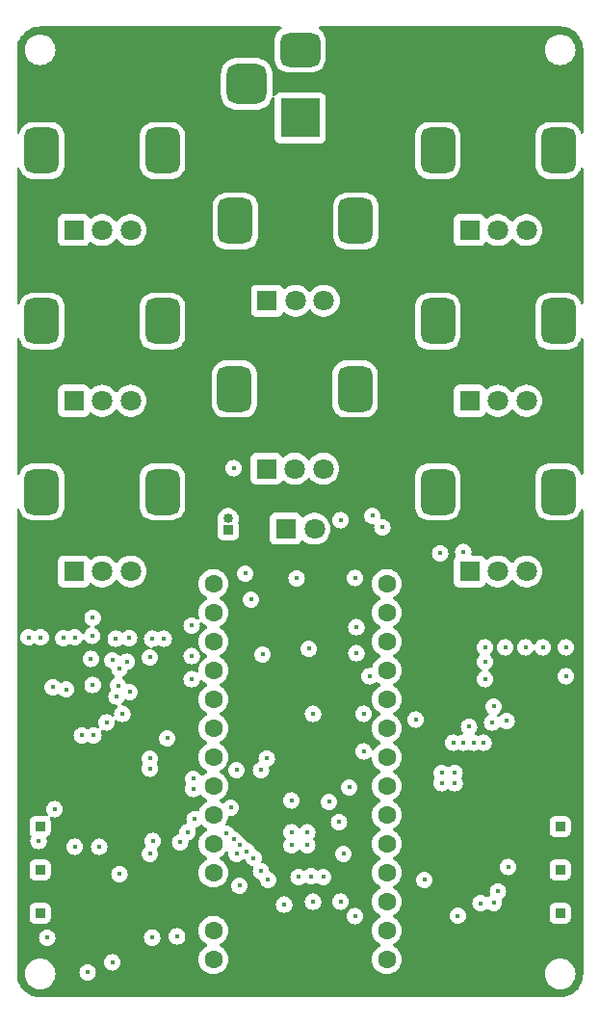
<source format=gbr>
%TF.GenerationSoftware,KiCad,Pcbnew,7.0.7*%
%TF.CreationDate,2023-12-31T15:53:54-05:00*%
%TF.ProjectId,TeenieWeenie,5465656e-6965-4576-9565-6e69652e6b69,rev?*%
%TF.SameCoordinates,Original*%
%TF.FileFunction,Copper,L3,Inr*%
%TF.FilePolarity,Positive*%
%FSLAX46Y46*%
G04 Gerber Fmt 4.6, Leading zero omitted, Abs format (unit mm)*
G04 Created by KiCad (PCBNEW 7.0.7) date 2023-12-31 15:53:54*
%MOMM*%
%LPD*%
G01*
G04 APERTURE LIST*
G04 Aperture macros list*
%AMRoundRect*
0 Rectangle with rounded corners*
0 $1 Rounding radius*
0 $2 $3 $4 $5 $6 $7 $8 $9 X,Y pos of 4 corners*
0 Add a 4 corners polygon primitive as box body*
4,1,4,$2,$3,$4,$5,$6,$7,$8,$9,$2,$3,0*
0 Add four circle primitives for the rounded corners*
1,1,$1+$1,$2,$3*
1,1,$1+$1,$4,$5*
1,1,$1+$1,$6,$7*
1,1,$1+$1,$8,$9*
0 Add four rect primitives between the rounded corners*
20,1,$1+$1,$2,$3,$4,$5,0*
20,1,$1+$1,$4,$5,$6,$7,0*
20,1,$1+$1,$6,$7,$8,$9,0*
20,1,$1+$1,$8,$9,$2,$3,0*%
G04 Aperture macros list end*
%TA.AperFunction,ComponentPad*%
%ADD10R,1.800000X1.800000*%
%TD*%
%TA.AperFunction,ComponentPad*%
%ADD11C,1.800000*%
%TD*%
%TA.AperFunction,ComponentPad*%
%ADD12RoundRect,0.750000X0.750000X-1.250000X0.750000X1.250000X-0.750000X1.250000X-0.750000X-1.250000X0*%
%TD*%
%TA.AperFunction,ComponentPad*%
%ADD13R,0.850000X0.850000*%
%TD*%
%TA.AperFunction,ComponentPad*%
%ADD14R,3.500000X3.500000*%
%TD*%
%TA.AperFunction,ComponentPad*%
%ADD15RoundRect,0.750000X-1.000000X0.750000X-1.000000X-0.750000X1.000000X-0.750000X1.000000X0.750000X0*%
%TD*%
%TA.AperFunction,ComponentPad*%
%ADD16RoundRect,0.875000X-0.875000X0.875000X-0.875000X-0.875000X0.875000X-0.875000X0.875000X0.875000X0*%
%TD*%
%TA.AperFunction,ComponentPad*%
%ADD17C,1.600000*%
%TD*%
%TA.AperFunction,ComponentPad*%
%ADD18O,0.850000X0.850000*%
%TD*%
%TA.AperFunction,ViaPad*%
%ADD19C,0.450000*%
%TD*%
%TA.AperFunction,ViaPad*%
%ADD20C,0.700000*%
%TD*%
G04 APERTURE END LIST*
D10*
%TO.N,Net-(R20-Pad1)*%
%TO.C,RV1*%
X22432000Y49477000D03*
D11*
%TO.N,/ADC/POT1*%
X24932000Y49477000D03*
%TO.N,GND*%
X27432000Y49477000D03*
D12*
%TO.N,N/C*%
X19632000Y56477000D03*
X30232000Y56477000D03*
%TD*%
D13*
%TO.N,/IOSwitch/AudioOut_R*%
%TO.C,J6*%
X48260000Y10414000D03*
%TD*%
%TO.N,GND*%
%TO.C,J8*%
X48260000Y14224000D03*
%TD*%
D14*
%TO.N,VDD*%
%TO.C,J1*%
X25400000Y80307000D03*
D15*
%TO.N,GND*%
X25400000Y86307000D03*
D16*
%TO.N,N/C*%
X20700000Y83307000D03*
%TD*%
D10*
%TO.N,Net-(R37-Pad1)*%
%TO.C,RV8*%
X40300000Y70447000D03*
D11*
%TO.N,/ADC/POT8*%
X42800000Y70447000D03*
%TO.N,GND*%
X45300000Y70447000D03*
D12*
%TO.N,N/C*%
X37500000Y77447000D03*
X48100000Y77447000D03*
%TD*%
D13*
%TO.N,GND*%
%TO.C,J4*%
X2540000Y14224000D03*
%TD*%
%TO.N,/AFE/AudioR_Raw*%
%TO.C,J3*%
X2540000Y10414000D03*
%TD*%
D10*
%TO.N,Net-(R21-Pad1)*%
%TO.C,RV2*%
X5500000Y40447000D03*
D11*
%TO.N,/ADC/POT2*%
X8000000Y40447000D03*
%TO.N,GND*%
X10500000Y40447000D03*
D12*
%TO.N,N/C*%
X2700000Y47447000D03*
X13300000Y47447000D03*
%TD*%
D13*
%TO.N,/IOSwitch/AudioOut_L*%
%TO.C,J5*%
X48260000Y18034000D03*
%TD*%
%TO.N,/AFE/AudioL_Raw*%
%TO.C,J2*%
X2540000Y18034000D03*
%TD*%
D17*
%TO.N,GND*%
%TO.C,U2*%
X33020000Y6350000D03*
%TO.N,/MCU/~{ADC_IRQ0}*%
X33020000Y8890000D03*
%TO.N,/MCU/~{ADC_IRQ1}*%
X33020000Y11430000D03*
%TO.N,Net-(U2-2_OUT2)*%
X33020000Y13970000D03*
%TO.N,Net-(U2-3_LRCLK2)*%
X33020000Y16510000D03*
%TO.N,/MCU/~{SWCTRL}*%
X33020000Y19050000D03*
%TO.N,/MCU/~{BTN}*%
X33020000Y21590000D03*
%TO.N,unconnected-(U2-6_OUT1D-Pad8)*%
X33020000Y24130000D03*
%TO.N,/MCU/DACDAT*%
X33020000Y26670000D03*
%TO.N,/MCU/ADCDAT*%
X33020000Y29210000D03*
%TO.N,unconnected-(U2-9_OUT1C-Pad11)*%
X33020000Y31750000D03*
%TO.N,Net-(U2-10_CS_MQSR)*%
X33020000Y34290000D03*
%TO.N,Net-(U2-11_MOSI_CTX1)*%
X33020000Y36830000D03*
%TO.N,Net-(U2-12_MISO_MQSL)*%
X33020000Y39370000D03*
%TO.N,Net-(U2-13_SCK_CRX1_LED)*%
X17780000Y39370000D03*
%TO.N,unconnected-(U2-14_A0_TX3_SPDIF_OUT-Pad21)*%
X17780000Y36830000D03*
%TO.N,unconnected-(U2-15_A1_RX3_SPDIF_IN-Pad22)*%
X17780000Y34290000D03*
%TO.N,unconnected-(U2-16_A2_RX4_SCL1-Pad23)*%
X17780000Y31750000D03*
%TO.N,unconnected-(U2-17_A3_TX4_SDA1-Pad24)*%
X17780000Y29210000D03*
%TO.N,/ADC/SDA*%
X17780000Y26670000D03*
%TO.N,/ADC/SCL*%
X17780000Y24130000D03*
%TO.N,/MCU/LRCLK*%
X17780000Y21590000D03*
%TO.N,/MCU/BCLK*%
X17780000Y19050000D03*
%TO.N,/MCU/CODC_IRQ*%
X17780000Y16510000D03*
%TO.N,/MCU/MCLK*%
X17780000Y13970000D03*
%TO.N,+3V3*%
X17780000Y11430000D03*
%TO.N,GND*%
X17780000Y8890000D03*
%TO.N,unconnected-(U2-VIN-Pad33)*%
X17780000Y6350000D03*
%TD*%
D10*
%TO.N,Net-(R33-Pad1)*%
%TO.C,RV4*%
X5500000Y70447000D03*
D11*
%TO.N,/ADC/POT4*%
X8000000Y70447000D03*
%TO.N,GND*%
X10500000Y70447000D03*
D12*
%TO.N,N/C*%
X2700000Y77447000D03*
X13300000Y77447000D03*
%TD*%
D10*
%TO.N,Net-(D1-K)*%
%TO.C,D1*%
X24125000Y44196000D03*
D11*
%TO.N,Net-(D1-A)*%
X26665000Y44196000D03*
%TD*%
D10*
%TO.N,Net-(R36-Pad1)*%
%TO.C,RV7*%
X22500000Y64247000D03*
D11*
%TO.N,/ADC/POT7*%
X25000000Y64247000D03*
%TO.N,GND*%
X27500000Y64247000D03*
D12*
%TO.N,N/C*%
X19700000Y71247000D03*
X30300000Y71247000D03*
%TD*%
D10*
%TO.N,Net-(R32-Pad1)*%
%TO.C,RV3*%
X5500000Y55447000D03*
D11*
%TO.N,/ADC/POT3*%
X8000000Y55447000D03*
%TO.N,GND*%
X10500000Y55447000D03*
D12*
%TO.N,N/C*%
X2700000Y62447000D03*
X13300000Y62447000D03*
%TD*%
D13*
%TO.N,GND*%
%TO.C,SW1*%
X19075400Y44085000D03*
D18*
%TO.N,/MCU/~{BTN}*%
X19075400Y45085000D03*
%TD*%
D10*
%TO.N,Net-(R34-Pad1)*%
%TO.C,RV5*%
X40300000Y40447000D03*
D11*
%TO.N,/ADC/POT5*%
X42800000Y40447000D03*
%TO.N,GND*%
X45300000Y40447000D03*
D12*
%TO.N,N/C*%
X37500000Y47447000D03*
X48100000Y47447000D03*
%TD*%
D10*
%TO.N,Net-(R35-Pad1)*%
%TO.C,RV6*%
X40300000Y55447000D03*
D11*
%TO.N,/ADC/POT6*%
X42800000Y55447000D03*
%TO.N,GND*%
X45300000Y55447000D03*
D12*
%TO.N,N/C*%
X37500000Y62447000D03*
X48100000Y62447000D03*
%TD*%
D19*
%TO.N,GND*%
X22098000Y33147000D03*
X3810000Y19558000D03*
X41275000Y11293399D03*
X42418000Y28575000D03*
X20066000Y12827000D03*
X9525000Y31877000D03*
X19558000Y49530000D03*
X31496000Y31242000D03*
X15875000Y30988000D03*
X12192000Y32893000D03*
X12395200Y34544000D03*
X26035000Y17526000D03*
X12192000Y24003000D03*
X3175000Y8255000D03*
X15875000Y35687000D03*
X19812000Y15621000D03*
X24638000Y16383000D03*
X7112000Y34798000D03*
X13411200Y34544000D03*
X29718000Y21463000D03*
X42418000Y11303000D03*
X26543000Y11430000D03*
X6223000Y26035000D03*
X32639000Y44323000D03*
X7162800Y30480000D03*
X16002000Y22225000D03*
X6731000Y5207000D03*
X8382000Y27178000D03*
X20574000Y40259000D03*
X12446000Y16764000D03*
X10414000Y29845000D03*
X12192000Y23114000D03*
X4572000Y34594800D03*
X15494000Y17526000D03*
X26035000Y16383000D03*
X7010400Y32766000D03*
X5588000Y16256000D03*
X21082000Y37973000D03*
X12192000Y15621000D03*
X30988000Y24638000D03*
X9525000Y13843000D03*
X10363200Y34594800D03*
X24638000Y17526000D03*
X16002000Y21336000D03*
X19304000Y19685000D03*
X28956000Y11430000D03*
X5588000Y34645600D03*
X28829000Y18415000D03*
X2413000Y16764000D03*
X14859000Y16637000D03*
X13716000Y25781000D03*
X39751000Y42164000D03*
X24003000Y11176000D03*
X30353000Y35560000D03*
X4826000Y30073600D03*
X37719000Y42037000D03*
X9779000Y27940000D03*
X7239000Y26035000D03*
X8890000Y32639000D03*
X1524000Y34645600D03*
X31750000Y45339000D03*
X10160000Y32512000D03*
X42291000Y27178000D03*
X7747000Y16256000D03*
X28956000Y44958000D03*
X43561000Y27305000D03*
X9271000Y29464000D03*
X7162800Y36372800D03*
X27940000Y20193000D03*
X30353000Y33274000D03*
X15875000Y33020000D03*
X40259000Y26797000D03*
X9194800Y34544000D03*
X2590800Y34645600D03*
X16129000Y18669000D03*
%TO.N,/MCU/~{ADC_IRQ0}*%
X3657600Y30276800D03*
X12395200Y8280400D03*
%TO.N,/MCU/~{ADC_IRQ1}*%
X9398000Y30429200D03*
X14579600Y8382000D03*
%TO.N,Net-(U2-3_LRCLK2)*%
X26543000Y27940000D03*
X30988000Y27940000D03*
X25089400Y39842000D03*
X26162000Y33655000D03*
%TO.N,/MCU/~{SWCTRL}*%
X43688000Y14478000D03*
X36322000Y13335000D03*
X30226000Y39878000D03*
X35560000Y27432000D03*
%TO.N,/MCU/DACDAT*%
X21310600Y15265400D03*
%TO.N,/MCU/ADCDAT*%
X20726400Y15853001D03*
%TO.N,+3V3*%
X15748000Y69850000D03*
X11176000Y18923000D03*
X11811000Y28829000D03*
X38328600Y32308800D03*
X39497000Y30251400D03*
X14859000Y24257000D03*
X15748000Y54737000D03*
X29337000Y41529000D03*
X38989000Y29006800D03*
X15748000Y53340000D03*
X35052000Y39624000D03*
X9144000Y17297400D03*
X35052000Y54610000D03*
X38328600Y31191200D03*
X32766000Y41402000D03*
X14859000Y25527000D03*
X11938000Y21082000D03*
D20*
X39497000Y12954000D03*
D19*
X14224000Y28956000D03*
X38963600Y27787600D03*
X38252400Y30251400D03*
X21336000Y41910000D03*
X12700000Y30099000D03*
X11176000Y19685000D03*
X32639000Y49784000D03*
X38252400Y27787600D03*
X24130000Y39878000D03*
X38303200Y28956000D03*
X3606800Y28803600D03*
X10795000Y21082000D03*
X24130000Y38735000D03*
X39471600Y32308800D03*
X17272000Y63500000D03*
X39471600Y31216600D03*
X34925000Y69596000D03*
%TO.N,/MCU/MCLK*%
X18923000Y17399000D03*
%TO.N,/MCU/BCLK*%
X19558000Y16891000D03*
%TO.N,/MCU/LRCLK*%
X20066000Y16383000D03*
%TO.N,/ADC/SCL*%
X21971000Y14097000D03*
X19812000Y22987000D03*
X21971000Y22987000D03*
%TO.N,/ADC/SDA*%
X22479000Y24003000D03*
X22580600Y13335000D03*
%TO.N,+1V0*%
X38989000Y21844000D03*
X37846000Y21844000D03*
X29210000Y15621000D03*
X37846000Y22733000D03*
X26365200Y13665200D03*
X38989000Y22733000D03*
%TO.N,+1V8*%
X24638000Y20320000D03*
X27432000Y13589000D03*
X40640000Y25400000D03*
X39751000Y25400000D03*
X41529000Y25400000D03*
X25273000Y13589000D03*
X38862000Y25400000D03*
%TO.N,/AudioCodec/LINEOUTL*%
X39260900Y10185400D03*
X30226000Y10160000D03*
%TO.N,/IOSwitch/AudioOut_L*%
X42799000Y12319000D03*
%TO.N,VDD*%
X43434000Y33782000D03*
X41656000Y33782000D03*
X41656000Y30988000D03*
X46736000Y33782000D03*
X45212000Y33782000D03*
X48768000Y33782000D03*
X41656000Y32512000D03*
X48768000Y31242000D03*
%TO.N,/AFE/AudioL_Raw*%
X8890000Y6096000D03*
%TD*%
%TA.AperFunction,Conductor*%
%TO.N,+3V3*%
G36*
X23735753Y88326815D02*
G01*
X23781508Y88274011D01*
X23791452Y88204853D01*
X23762427Y88141297D01*
X23739330Y88120572D01*
X23595354Y88020826D01*
X23595342Y88020816D01*
X23436184Y87861658D01*
X23436174Y87861646D01*
X23307997Y87676633D01*
X23307991Y87676623D01*
X23214903Y87471682D01*
X23214902Y87471679D01*
X23159905Y87253421D01*
X23159904Y87253414D01*
X23149500Y87121219D01*
X23149501Y85492782D01*
X23159904Y85360587D01*
X23159905Y85360580D01*
X23214902Y85142322D01*
X23214903Y85142319D01*
X23307991Y84937378D01*
X23307997Y84937368D01*
X23436174Y84752355D01*
X23436178Y84752350D01*
X23436181Y84752346D01*
X23595346Y84593181D01*
X23595350Y84593178D01*
X23595354Y84593175D01*
X23734603Y84496703D01*
X23780374Y84464993D01*
X23985317Y84371904D01*
X23985321Y84371903D01*
X24203579Y84316906D01*
X24203581Y84316906D01*
X24203588Y84316904D01*
X24314972Y84308138D01*
X24335781Y84306500D01*
X24335782Y84306501D01*
X24335783Y84306500D01*
X25402016Y84306501D01*
X26464218Y84306501D01*
X26483505Y84308020D01*
X26596412Y84316904D01*
X26814683Y84371904D01*
X27019626Y84464993D01*
X27204654Y84593181D01*
X27363819Y84752346D01*
X27492007Y84937374D01*
X27585096Y85142317D01*
X27640096Y85360588D01*
X27650500Y85492783D01*
X27650499Y86307000D01*
X46904341Y86307000D01*
X46924936Y86071597D01*
X46924938Y86071587D01*
X46986094Y85843345D01*
X46986096Y85843341D01*
X46986097Y85843337D01*
X47036031Y85736254D01*
X47085964Y85629172D01*
X47085965Y85629170D01*
X47221505Y85435598D01*
X47388597Y85268506D01*
X47582169Y85132966D01*
X47582171Y85132965D01*
X47796337Y85033097D01*
X48024592Y84971937D01*
X48201034Y84956500D01*
X48318966Y84956500D01*
X48495408Y84971937D01*
X48723663Y85033097D01*
X48937829Y85132965D01*
X49131401Y85268505D01*
X49298495Y85435599D01*
X49434035Y85629170D01*
X49533903Y85843337D01*
X49595063Y86071592D01*
X49615659Y86307000D01*
X49595063Y86542408D01*
X49533903Y86770663D01*
X49434035Y86984829D01*
X49434034Y86984831D01*
X49298494Y87178403D01*
X49131402Y87345495D01*
X48937830Y87481035D01*
X48937828Y87481036D01*
X48830745Y87530969D01*
X48723663Y87580903D01*
X48723659Y87580904D01*
X48723655Y87580906D01*
X48495413Y87642062D01*
X48495403Y87642064D01*
X48318966Y87657500D01*
X48201034Y87657500D01*
X48024596Y87642064D01*
X48024586Y87642062D01*
X47796344Y87580906D01*
X47796335Y87580902D01*
X47582171Y87481036D01*
X47582169Y87481035D01*
X47388597Y87345495D01*
X47221506Y87178403D01*
X47221501Y87178396D01*
X47085967Y86984835D01*
X47085965Y86984831D01*
X46986098Y86770665D01*
X46986094Y86770656D01*
X46924938Y86542414D01*
X46924936Y86542404D01*
X46904341Y86307001D01*
X46904341Y86307000D01*
X27650499Y86307000D01*
X27650499Y87121216D01*
X27640096Y87253412D01*
X27622535Y87323102D01*
X27585097Y87471679D01*
X27585096Y87471682D01*
X27580847Y87481036D01*
X27492007Y87676626D01*
X27363819Y87861654D01*
X27204654Y88020819D01*
X27204650Y88020822D01*
X27204645Y88020826D01*
X27060670Y88120572D01*
X27016773Y88174930D01*
X27009234Y88244392D01*
X27040445Y88306903D01*
X27100497Y88342617D01*
X27131286Y88346500D01*
X48194108Y88346500D01*
X48257962Y88346500D01*
X48262018Y88346367D01*
X48448581Y88334140D01*
X48522158Y88329318D01*
X48530191Y88328260D01*
X48767754Y88281006D01*
X48783869Y88277800D01*
X48791712Y88275699D01*
X49036644Y88192556D01*
X49044118Y88189460D01*
X49276107Y88075056D01*
X49283129Y88071001D01*
X49498191Y87927301D01*
X49504627Y87922362D01*
X49699085Y87751826D01*
X49704825Y87746086D01*
X49875361Y87551628D01*
X49880304Y87545187D01*
X50023999Y87330132D01*
X50028057Y87323103D01*
X50127616Y87121217D01*
X50142453Y87091132D01*
X50145560Y87083631D01*
X50228698Y86838712D01*
X50230799Y86830870D01*
X50281257Y86577205D01*
X50282317Y86569156D01*
X50299367Y86309019D01*
X50299500Y86304963D01*
X50299500Y79061966D01*
X50279815Y78994927D01*
X50227011Y78949172D01*
X50157853Y78939228D01*
X50094297Y78968253D01*
X50056523Y79027031D01*
X50055259Y79031667D01*
X50035096Y79111682D01*
X49942008Y79316623D01*
X49942007Y79316626D01*
X49813819Y79501654D01*
X49654654Y79660819D01*
X49654650Y79660822D01*
X49654645Y79660826D01*
X49469632Y79789003D01*
X49469630Y79789005D01*
X49469626Y79789007D01*
X49264683Y79882096D01*
X49264681Y79882097D01*
X49264678Y79882098D01*
X49046420Y79937095D01*
X49046413Y79937096D01*
X48914219Y79947500D01*
X48914217Y79947500D01*
X48102048Y79947500D01*
X47285782Y79947499D01*
X47153586Y79937096D01*
X47153579Y79937095D01*
X46935321Y79882098D01*
X46935318Y79882097D01*
X46730377Y79789009D01*
X46730367Y79789003D01*
X46545354Y79660826D01*
X46545342Y79660816D01*
X46386184Y79501658D01*
X46386174Y79501646D01*
X46257997Y79316633D01*
X46257991Y79316623D01*
X46164903Y79111682D01*
X46164902Y79111679D01*
X46109905Y78893421D01*
X46109904Y78893414D01*
X46099500Y78761219D01*
X46099501Y76132782D01*
X46109904Y76000587D01*
X46109905Y76000580D01*
X46164902Y75782322D01*
X46164903Y75782319D01*
X46257991Y75577378D01*
X46257997Y75577368D01*
X46386174Y75392355D01*
X46386178Y75392350D01*
X46386181Y75392346D01*
X46545346Y75233181D01*
X46545350Y75233178D01*
X46545354Y75233175D01*
X46684603Y75136703D01*
X46730374Y75104993D01*
X46935317Y75011904D01*
X46935321Y75011903D01*
X47153579Y74956906D01*
X47153581Y74956906D01*
X47153588Y74956904D01*
X47264973Y74948138D01*
X47285781Y74946500D01*
X47285782Y74946501D01*
X47285783Y74946500D01*
X48102048Y74946501D01*
X48914218Y74946501D01*
X48933505Y74948020D01*
X49046412Y74956904D01*
X49264683Y75011904D01*
X49469626Y75104993D01*
X49654654Y75233181D01*
X49813819Y75392346D01*
X49942007Y75577374D01*
X50035096Y75782317D01*
X50048835Y75836840D01*
X50055259Y75862333D01*
X50090727Y75922531D01*
X50153110Y75953997D01*
X50222602Y75946741D01*
X50277139Y75903066D01*
X50299407Y75836840D01*
X50299500Y75832035D01*
X50299500Y64061966D01*
X50279815Y63994927D01*
X50227011Y63949172D01*
X50157853Y63939228D01*
X50094297Y63968253D01*
X50056523Y64027031D01*
X50055259Y64031667D01*
X50035096Y64111682D01*
X49942008Y64316623D01*
X49942007Y64316626D01*
X49830000Y64478298D01*
X49813825Y64501646D01*
X49813822Y64501650D01*
X49813819Y64501654D01*
X49654654Y64660819D01*
X49654650Y64660822D01*
X49654645Y64660826D01*
X49469632Y64789003D01*
X49469630Y64789005D01*
X49469626Y64789007D01*
X49264683Y64882096D01*
X49264681Y64882097D01*
X49264678Y64882098D01*
X49046420Y64937095D01*
X49046413Y64937096D01*
X48914219Y64947500D01*
X48914217Y64947500D01*
X48102048Y64947500D01*
X47285782Y64947499D01*
X47153586Y64937096D01*
X47153579Y64937095D01*
X46935321Y64882098D01*
X46935318Y64882097D01*
X46730377Y64789009D01*
X46730367Y64789003D01*
X46545354Y64660826D01*
X46545342Y64660816D01*
X46386184Y64501658D01*
X46386174Y64501646D01*
X46257997Y64316633D01*
X46257991Y64316623D01*
X46164903Y64111682D01*
X46164902Y64111679D01*
X46109905Y63893421D01*
X46109904Y63893414D01*
X46099500Y63761219D01*
X46099501Y61132782D01*
X46109904Y61000587D01*
X46109905Y61000580D01*
X46164902Y60782322D01*
X46164903Y60782319D01*
X46257991Y60577378D01*
X46257997Y60577368D01*
X46386174Y60392355D01*
X46386178Y60392350D01*
X46386181Y60392346D01*
X46545346Y60233181D01*
X46545350Y60233178D01*
X46545354Y60233175D01*
X46684603Y60136703D01*
X46730374Y60104993D01*
X46935317Y60011904D01*
X46935321Y60011903D01*
X47153579Y59956906D01*
X47153581Y59956906D01*
X47153588Y59956904D01*
X47264973Y59948138D01*
X47285781Y59946500D01*
X47285782Y59946501D01*
X47285783Y59946500D01*
X48102048Y59946501D01*
X48914218Y59946501D01*
X48933505Y59948020D01*
X49046412Y59956904D01*
X49264683Y60011904D01*
X49469626Y60104993D01*
X49654654Y60233181D01*
X49813819Y60392346D01*
X49942007Y60577374D01*
X50035096Y60782317D01*
X50048835Y60836840D01*
X50055259Y60862333D01*
X50090727Y60922531D01*
X50153110Y60953997D01*
X50222602Y60946741D01*
X50277139Y60903066D01*
X50299407Y60836840D01*
X50299500Y60832035D01*
X50299500Y49061966D01*
X50279815Y48994927D01*
X50227011Y48949172D01*
X50157853Y48939228D01*
X50094297Y48968253D01*
X50056523Y49027031D01*
X50055259Y49031667D01*
X50035096Y49111682D01*
X49988973Y49213225D01*
X49942007Y49316626D01*
X49830904Y49476994D01*
X49813825Y49501646D01*
X49813822Y49501650D01*
X49813819Y49501654D01*
X49654654Y49660819D01*
X49654650Y49660822D01*
X49654645Y49660826D01*
X49469632Y49789003D01*
X49469630Y49789005D01*
X49469626Y49789007D01*
X49264683Y49882096D01*
X49264681Y49882097D01*
X49264678Y49882098D01*
X49046420Y49937095D01*
X49046413Y49937096D01*
X48914219Y49947500D01*
X48914217Y49947500D01*
X48102048Y49947500D01*
X47285782Y49947499D01*
X47153586Y49937096D01*
X47153579Y49937095D01*
X46935321Y49882098D01*
X46935318Y49882097D01*
X46730377Y49789009D01*
X46730367Y49789003D01*
X46545354Y49660826D01*
X46545342Y49660816D01*
X46386184Y49501658D01*
X46386174Y49501646D01*
X46257997Y49316633D01*
X46257991Y49316623D01*
X46164903Y49111682D01*
X46164902Y49111679D01*
X46109905Y48893421D01*
X46109904Y48893414D01*
X46099500Y48761219D01*
X46099501Y46132782D01*
X46109904Y46000587D01*
X46109905Y46000580D01*
X46164902Y45782322D01*
X46164903Y45782319D01*
X46257991Y45577378D01*
X46257997Y45577368D01*
X46386174Y45392355D01*
X46386178Y45392350D01*
X46386181Y45392346D01*
X46545346Y45233181D01*
X46545350Y45233178D01*
X46545354Y45233175D01*
X46674238Y45143884D01*
X46730374Y45104993D01*
X46935317Y45011904D01*
X46935321Y45011903D01*
X47153579Y44956906D01*
X47153581Y44956906D01*
X47153588Y44956904D01*
X47264972Y44948138D01*
X47285781Y44946500D01*
X47285782Y44946501D01*
X47285783Y44946500D01*
X48102048Y44946501D01*
X48914218Y44946501D01*
X48933505Y44948020D01*
X49046412Y44956904D01*
X49264683Y45011904D01*
X49469626Y45104993D01*
X49654654Y45233181D01*
X49813819Y45392346D01*
X49942007Y45577374D01*
X50035096Y45782317D01*
X50048835Y45836840D01*
X50055259Y45862333D01*
X50090727Y45922531D01*
X50153110Y45953997D01*
X50222602Y45946741D01*
X50277139Y45903066D01*
X50299407Y45836840D01*
X50299500Y45832035D01*
X50299500Y5082038D01*
X50299367Y5077982D01*
X50282317Y4817845D01*
X50281257Y4809796D01*
X50230799Y4556131D01*
X50228698Y4548289D01*
X50145560Y4303370D01*
X50142453Y4295869D01*
X50028058Y4063899D01*
X50023999Y4056869D01*
X49880304Y3841814D01*
X49875361Y3835373D01*
X49704825Y3640915D01*
X49699085Y3635175D01*
X49504627Y3464639D01*
X49498186Y3459696D01*
X49283131Y3316001D01*
X49276101Y3311942D01*
X49044131Y3197547D01*
X49036630Y3194440D01*
X48791711Y3111302D01*
X48783869Y3109201D01*
X48530204Y3058743D01*
X48522155Y3057683D01*
X48262018Y3040633D01*
X48257962Y3040500D01*
X2542038Y3040500D01*
X2537982Y3040633D01*
X2277844Y3057683D01*
X2269795Y3058743D01*
X2016130Y3109201D01*
X2008288Y3111302D01*
X1850361Y3164911D01*
X1763363Y3194443D01*
X1755874Y3197545D01*
X1523897Y3311943D01*
X1516868Y3316001D01*
X1301813Y3459696D01*
X1295372Y3464639D01*
X1100914Y3635175D01*
X1095174Y3640915D01*
X924638Y3835373D01*
X919699Y3841809D01*
X775999Y4056871D01*
X771944Y4063893D01*
X657540Y4295882D01*
X654444Y4303356D01*
X571301Y4548289D01*
X569200Y4556131D01*
X557224Y4616337D01*
X518740Y4809809D01*
X517682Y4817846D01*
X515929Y4844587D01*
X502825Y5044532D01*
X500633Y5077982D01*
X500567Y5080000D01*
X1184341Y5080000D01*
X1204936Y4844597D01*
X1204938Y4844587D01*
X1266094Y4616345D01*
X1266096Y4616341D01*
X1266097Y4616337D01*
X1294172Y4556131D01*
X1365964Y4402172D01*
X1365965Y4402170D01*
X1501505Y4208598D01*
X1668597Y4041506D01*
X1862169Y3905966D01*
X1862171Y3905965D01*
X2076337Y3806097D01*
X2304592Y3744937D01*
X2481034Y3729500D01*
X2598966Y3729500D01*
X2775408Y3744937D01*
X3003663Y3806097D01*
X3217829Y3905965D01*
X3411401Y4041505D01*
X3578495Y4208599D01*
X3714035Y4402170D01*
X3813903Y4616337D01*
X3875063Y4844592D01*
X3895659Y5080000D01*
X3884548Y5206997D01*
X6000909Y5206997D01*
X6019212Y5044545D01*
X6019213Y5044540D01*
X6019214Y5044539D01*
X6026379Y5024061D01*
X6073210Y4890226D01*
X6121237Y4813792D01*
X6160192Y4751796D01*
X6275796Y4636192D01*
X6414225Y4549211D01*
X6568539Y4495214D01*
X6568542Y4495214D01*
X6568544Y4495213D01*
X6730996Y4476909D01*
X6731000Y4476909D01*
X6731004Y4476909D01*
X6893455Y4495213D01*
X6893456Y4495214D01*
X6893461Y4495214D01*
X7047775Y4549211D01*
X7186204Y4636192D01*
X7301808Y4751796D01*
X7388789Y4890225D01*
X7442786Y5044539D01*
X7461091Y5207000D01*
X7459690Y5219432D01*
X7442787Y5369456D01*
X7442786Y5369458D01*
X7442786Y5369461D01*
X7388789Y5523775D01*
X7301808Y5662204D01*
X7186204Y5777808D01*
X7183947Y5779226D01*
X7047774Y5864790D01*
X6893455Y5918788D01*
X6731004Y5937091D01*
X6730996Y5937091D01*
X6568544Y5918788D01*
X6414225Y5864790D01*
X6275795Y5777808D01*
X6160192Y5662205D01*
X6073210Y5523775D01*
X6019212Y5369456D01*
X6000909Y5207004D01*
X6000909Y5206997D01*
X3884548Y5206997D01*
X3875063Y5315408D01*
X3813903Y5543663D01*
X3714035Y5757829D01*
X3714034Y5757831D01*
X3578494Y5951403D01*
X3433900Y6095997D01*
X8159909Y6095997D01*
X8178212Y5933545D01*
X8232210Y5779226D01*
X8245654Y5757830D01*
X8319192Y5640796D01*
X8434796Y5525192D01*
X8573225Y5438211D01*
X8727539Y5384214D01*
X8727542Y5384214D01*
X8727544Y5384213D01*
X8889996Y5365909D01*
X8890000Y5365909D01*
X8890004Y5365909D01*
X9052455Y5384213D01*
X9052456Y5384214D01*
X9052461Y5384214D01*
X9206775Y5438211D01*
X9345204Y5525192D01*
X9460808Y5640796D01*
X9547789Y5779225D01*
X9601786Y5933539D01*
X9601787Y5933545D01*
X9620091Y6095997D01*
X9620091Y6096004D01*
X9601787Y6258456D01*
X9601786Y6258458D01*
X9601786Y6258461D01*
X9569755Y6349999D01*
X16474532Y6349999D01*
X16494364Y6123314D01*
X16494366Y6123303D01*
X16553258Y5903512D01*
X16553261Y5903503D01*
X16649431Y5697268D01*
X16649432Y5697266D01*
X16779954Y5510859D01*
X16940858Y5349955D01*
X16940861Y5349953D01*
X17127266Y5219432D01*
X17333504Y5123261D01*
X17553308Y5064365D01*
X17715230Y5050199D01*
X17779998Y5044532D01*
X17780000Y5044532D01*
X17780002Y5044532D01*
X17836673Y5049491D01*
X18006692Y5064365D01*
X18226496Y5123261D01*
X18432734Y5219432D01*
X18619139Y5349953D01*
X18780047Y5510861D01*
X18910568Y5697266D01*
X19006739Y5903504D01*
X19065635Y6123308D01*
X19085468Y6350000D01*
X19065635Y6576692D01*
X19006739Y6796496D01*
X18910568Y7002734D01*
X18780047Y7189139D01*
X18780045Y7189142D01*
X18619141Y7350046D01*
X18432734Y7480568D01*
X18432728Y7480571D01*
X18374725Y7507618D01*
X18322285Y7553790D01*
X18303133Y7620983D01*
X18323348Y7687865D01*
X18374725Y7732382D01*
X18432734Y7759432D01*
X18619139Y7889953D01*
X18780047Y8050861D01*
X18910568Y8237266D01*
X19006739Y8443504D01*
X19065635Y8663308D01*
X19085468Y8890000D01*
X19065635Y9116692D01*
X19006739Y9336496D01*
X18910568Y9542734D01*
X18780047Y9729139D01*
X18780045Y9729142D01*
X18619141Y9890046D01*
X18432734Y10020568D01*
X18432732Y10020569D01*
X18226497Y10116739D01*
X18226488Y10116742D01*
X18065056Y10159997D01*
X29495909Y10159997D01*
X29514212Y9997545D01*
X29568210Y9843226D01*
X29568211Y9843225D01*
X29655192Y9704796D01*
X29770796Y9589192D01*
X29909225Y9502211D01*
X30063539Y9448214D01*
X30063542Y9448214D01*
X30063544Y9448213D01*
X30225996Y9429909D01*
X30226000Y9429909D01*
X30226004Y9429909D01*
X30388455Y9448213D01*
X30388456Y9448214D01*
X30388461Y9448214D01*
X30542775Y9502211D01*
X30681204Y9589192D01*
X30796808Y9704796D01*
X30883789Y9843225D01*
X30937786Y9997539D01*
X30943429Y10047618D01*
X30956091Y10159997D01*
X30956091Y10160004D01*
X30937787Y10322456D01*
X30937786Y10322458D01*
X30937786Y10322461D01*
X30883789Y10476775D01*
X30796808Y10615204D01*
X30681204Y10730808D01*
X30607264Y10777268D01*
X30542774Y10817790D01*
X30388455Y10871788D01*
X30226004Y10890091D01*
X30225996Y10890091D01*
X30063544Y10871788D01*
X29909225Y10817790D01*
X29770795Y10730808D01*
X29655192Y10615205D01*
X29568210Y10476775D01*
X29514212Y10322456D01*
X29495909Y10160004D01*
X29495909Y10159997D01*
X18065056Y10159997D01*
X18006697Y10175634D01*
X18006693Y10175635D01*
X18006692Y10175635D01*
X18006691Y10175636D01*
X18006686Y10175636D01*
X17780002Y10195468D01*
X17779998Y10195468D01*
X17553313Y10175636D01*
X17553302Y10175634D01*
X17333511Y10116742D01*
X17333502Y10116739D01*
X17127267Y10020569D01*
X17127265Y10020568D01*
X16940858Y9890046D01*
X16779954Y9729142D01*
X16649432Y9542735D01*
X16649431Y9542733D01*
X16553261Y9336498D01*
X16553258Y9336489D01*
X16494366Y9116698D01*
X16494364Y9116687D01*
X16474532Y8890002D01*
X16474532Y8889999D01*
X16494364Y8663314D01*
X16494366Y8663303D01*
X16553258Y8443512D01*
X16553261Y8443503D01*
X16649431Y8237268D01*
X16649432Y8237266D01*
X16779954Y8050859D01*
X16940858Y7889955D01*
X16940861Y7889953D01*
X17127266Y7759432D01*
X17185275Y7732382D01*
X17237714Y7686209D01*
X17256866Y7619016D01*
X17236650Y7552135D01*
X17185275Y7507618D01*
X17127267Y7480569D01*
X17127265Y7480568D01*
X16940858Y7350046D01*
X16779954Y7189142D01*
X16649432Y7002735D01*
X16649431Y7002733D01*
X16553261Y6796498D01*
X16553258Y6796489D01*
X16494366Y6576698D01*
X16494364Y6576687D01*
X16474532Y6350002D01*
X16474532Y6349999D01*
X9569755Y6349999D01*
X9547789Y6412775D01*
X9460808Y6551204D01*
X9345204Y6666808D01*
X9345203Y6666808D01*
X9206774Y6753790D01*
X9052455Y6807788D01*
X8890004Y6826091D01*
X8889996Y6826091D01*
X8727544Y6807788D01*
X8573225Y6753790D01*
X8434795Y6666808D01*
X8319192Y6551205D01*
X8232210Y6412775D01*
X8178212Y6258456D01*
X8159909Y6096004D01*
X8159909Y6095997D01*
X3433900Y6095997D01*
X3411402Y6118495D01*
X3217830Y6254035D01*
X3217828Y6254036D01*
X3110746Y6303970D01*
X3003663Y6353903D01*
X3003659Y6353904D01*
X3003655Y6353906D01*
X2775413Y6415062D01*
X2775403Y6415064D01*
X2598966Y6430500D01*
X2481034Y6430500D01*
X2304596Y6415064D01*
X2304586Y6415062D01*
X2076344Y6353906D01*
X2076335Y6353902D01*
X1862171Y6254036D01*
X1862169Y6254035D01*
X1668597Y6118495D01*
X1501506Y5951403D01*
X1501501Y5951396D01*
X1365967Y5757835D01*
X1365965Y5757831D01*
X1266098Y5543665D01*
X1266094Y5543656D01*
X1204938Y5315414D01*
X1204936Y5315404D01*
X1184341Y5080001D01*
X1184341Y5080000D01*
X500567Y5080000D01*
X500500Y5082038D01*
X500500Y8254997D01*
X2444909Y8254997D01*
X2463212Y8092545D01*
X2517210Y7938226D01*
X2517211Y7938225D01*
X2604192Y7799796D01*
X2719796Y7684192D01*
X2858225Y7597211D01*
X3012539Y7543214D01*
X3012542Y7543214D01*
X3012544Y7543213D01*
X3174996Y7524909D01*
X3175000Y7524909D01*
X3175004Y7524909D01*
X3337455Y7543213D01*
X3337456Y7543214D01*
X3337461Y7543214D01*
X3491775Y7597211D01*
X3630204Y7684192D01*
X3745808Y7799796D01*
X3832789Y7938225D01*
X3886786Y8092539D01*
X3889649Y8117945D01*
X3905091Y8254997D01*
X3905091Y8255004D01*
X3902230Y8280397D01*
X11665109Y8280397D01*
X11683412Y8117945D01*
X11737410Y7963626D01*
X11737411Y7963625D01*
X11824392Y7825196D01*
X11939996Y7709592D01*
X12078425Y7622611D01*
X12232739Y7568614D01*
X12232742Y7568614D01*
X12232744Y7568613D01*
X12395196Y7550309D01*
X12395200Y7550309D01*
X12395204Y7550309D01*
X12557655Y7568613D01*
X12557656Y7568614D01*
X12557661Y7568614D01*
X12711975Y7622611D01*
X12850404Y7709592D01*
X12966008Y7825196D01*
X13052989Y7963625D01*
X13106986Y8117939D01*
X13118434Y8219539D01*
X13125291Y8280397D01*
X13125291Y8280404D01*
X13113844Y8381997D01*
X13849509Y8381997D01*
X13867812Y8219545D01*
X13921810Y8065226D01*
X13985650Y7963626D01*
X14008792Y7926796D01*
X14124396Y7811192D01*
X14262825Y7724211D01*
X14417139Y7670214D01*
X14417142Y7670214D01*
X14417144Y7670213D01*
X14579596Y7651909D01*
X14579600Y7651909D01*
X14579604Y7651909D01*
X14742055Y7670213D01*
X14742056Y7670214D01*
X14742061Y7670214D01*
X14896375Y7724211D01*
X15034804Y7811192D01*
X15150408Y7926796D01*
X15237389Y8065225D01*
X15291386Y8219539D01*
X15291387Y8219545D01*
X15309691Y8381997D01*
X15309691Y8382004D01*
X15291387Y8544456D01*
X15291386Y8544458D01*
X15291386Y8544461D01*
X15237389Y8698775D01*
X15150408Y8837204D01*
X15034804Y8952808D01*
X14983426Y8985091D01*
X14896374Y9039790D01*
X14742055Y9093788D01*
X14579604Y9112091D01*
X14579596Y9112091D01*
X14417144Y9093788D01*
X14262825Y9039790D01*
X14124395Y8952808D01*
X14008792Y8837205D01*
X13921810Y8698775D01*
X13867812Y8544456D01*
X13849509Y8382004D01*
X13849509Y8381997D01*
X13113844Y8381997D01*
X13106987Y8442856D01*
X13106986Y8442858D01*
X13106986Y8442861D01*
X13052989Y8597175D01*
X12966008Y8735604D01*
X12850404Y8851208D01*
X12752399Y8912789D01*
X12711974Y8938190D01*
X12557655Y8992188D01*
X12395204Y9010491D01*
X12395196Y9010491D01*
X12232744Y8992188D01*
X12078425Y8938190D01*
X11939995Y8851208D01*
X11824392Y8735605D01*
X11737410Y8597175D01*
X11683412Y8442856D01*
X11665109Y8280404D01*
X11665109Y8280397D01*
X3902230Y8280397D01*
X3886787Y8417456D01*
X3886786Y8417458D01*
X3886786Y8417461D01*
X3832789Y8571775D01*
X3745808Y8710204D01*
X3630204Y8825808D01*
X3630203Y8825808D01*
X3491774Y8912790D01*
X3337455Y8966788D01*
X3175004Y8985091D01*
X3174996Y8985091D01*
X3012544Y8966788D01*
X2858225Y8912790D01*
X2719795Y8825808D01*
X2604192Y8710205D01*
X2517210Y8571775D01*
X2463212Y8417456D01*
X2444909Y8255004D01*
X2444909Y8254997D01*
X500500Y8254997D01*
X500500Y9941130D01*
X1614500Y9941130D01*
X1614501Y9941124D01*
X1620908Y9881517D01*
X1671202Y9746672D01*
X1671206Y9746665D01*
X1757452Y9631456D01*
X1757455Y9631453D01*
X1872664Y9545207D01*
X1872671Y9545203D01*
X2007517Y9494909D01*
X2007516Y9494909D01*
X2014444Y9494165D01*
X2067127Y9488500D01*
X3012872Y9488501D01*
X3072483Y9494909D01*
X3207331Y9545204D01*
X3322546Y9631454D01*
X3408796Y9746669D01*
X3459091Y9881517D01*
X3465500Y9941127D01*
X3465499Y10886872D01*
X3459091Y10946483D01*
X3445283Y10983503D01*
X3408797Y11081329D01*
X3408793Y11081336D01*
X3337929Y11175997D01*
X23272909Y11175997D01*
X23291212Y11013545D01*
X23345210Y10859226D01*
X23355286Y10843190D01*
X23432192Y10720796D01*
X23547796Y10605192D01*
X23686225Y10518211D01*
X23840539Y10464214D01*
X23840542Y10464214D01*
X23840544Y10464213D01*
X24002996Y10445909D01*
X24003000Y10445909D01*
X24003004Y10445909D01*
X24165455Y10464213D01*
X24165456Y10464214D01*
X24165461Y10464214D01*
X24319775Y10518211D01*
X24458204Y10605192D01*
X24573808Y10720796D01*
X24660789Y10859225D01*
X24714786Y11013539D01*
X24722424Y11081329D01*
X24733091Y11175997D01*
X24733091Y11176004D01*
X24714787Y11338456D01*
X24714786Y11338458D01*
X24714786Y11338461D01*
X24682756Y11429997D01*
X25812909Y11429997D01*
X25831212Y11267545D01*
X25885210Y11113226D01*
X25947844Y11013545D01*
X25972192Y10974796D01*
X26087796Y10859192D01*
X26226225Y10772211D01*
X26380539Y10718214D01*
X26380542Y10718214D01*
X26380544Y10718213D01*
X26542996Y10699909D01*
X26543000Y10699909D01*
X26543004Y10699909D01*
X26705455Y10718213D01*
X26705456Y10718214D01*
X26705461Y10718214D01*
X26859775Y10772211D01*
X26998204Y10859192D01*
X27113808Y10974796D01*
X27200789Y11113225D01*
X27254786Y11267539D01*
X27256505Y11282796D01*
X27273091Y11429997D01*
X28225909Y11429997D01*
X28244212Y11267545D01*
X28298210Y11113226D01*
X28360844Y11013545D01*
X28385192Y10974796D01*
X28500796Y10859192D01*
X28639225Y10772211D01*
X28793539Y10718214D01*
X28793542Y10718214D01*
X28793544Y10718213D01*
X28955996Y10699909D01*
X28956000Y10699909D01*
X28956004Y10699909D01*
X29118455Y10718213D01*
X29118456Y10718214D01*
X29118461Y10718214D01*
X29272775Y10772211D01*
X29411204Y10859192D01*
X29526808Y10974796D01*
X29613789Y11113225D01*
X29667786Y11267539D01*
X29669505Y11282796D01*
X29686091Y11429997D01*
X29686091Y11430004D01*
X29667787Y11592456D01*
X29667786Y11592458D01*
X29667786Y11592461D01*
X29613789Y11746775D01*
X29526808Y11885204D01*
X29411204Y12000808D01*
X29375106Y12023490D01*
X29272774Y12087790D01*
X29118455Y12141788D01*
X28956004Y12160091D01*
X28955996Y12160091D01*
X28793544Y12141788D01*
X28639225Y12087790D01*
X28500795Y12000808D01*
X28385192Y11885205D01*
X28298210Y11746775D01*
X28244212Y11592456D01*
X28225909Y11430004D01*
X28225909Y11429997D01*
X27273091Y11429997D01*
X27273091Y11430004D01*
X27254787Y11592456D01*
X27254786Y11592458D01*
X27254786Y11592461D01*
X27200789Y11746775D01*
X27113808Y11885204D01*
X26998204Y12000808D01*
X26962106Y12023490D01*
X26859774Y12087790D01*
X26705455Y12141788D01*
X26543004Y12160091D01*
X26542996Y12160091D01*
X26380544Y12141788D01*
X26226225Y12087790D01*
X26087795Y12000808D01*
X25972192Y11885205D01*
X25885210Y11746775D01*
X25831212Y11592456D01*
X25812909Y11430004D01*
X25812909Y11429997D01*
X24682756Y11429997D01*
X24660789Y11492775D01*
X24573808Y11631204D01*
X24458204Y11746808D01*
X24450804Y11751458D01*
X24319774Y11833790D01*
X24165455Y11887788D01*
X24003004Y11906091D01*
X24002996Y11906091D01*
X23840544Y11887788D01*
X23686225Y11833790D01*
X23547795Y11746808D01*
X23432192Y11631205D01*
X23345210Y11492775D01*
X23291212Y11338456D01*
X23272909Y11176004D01*
X23272909Y11175997D01*
X3337929Y11175997D01*
X3322547Y11196545D01*
X3322544Y11196548D01*
X3207335Y11282794D01*
X3207328Y11282798D01*
X3072482Y11333092D01*
X3072483Y11333092D01*
X3012883Y11339499D01*
X3012881Y11339500D01*
X3012873Y11339500D01*
X3012864Y11339500D01*
X2067129Y11339500D01*
X2067123Y11339499D01*
X2007516Y11333092D01*
X1872671Y11282798D01*
X1872664Y11282794D01*
X1757455Y11196548D01*
X1757452Y11196545D01*
X1671206Y11081336D01*
X1671202Y11081329D01*
X1620908Y10946483D01*
X1614846Y10890091D01*
X1614501Y10886877D01*
X1614500Y10886865D01*
X1614500Y9941130D01*
X500500Y9941130D01*
X500500Y13751130D01*
X1614500Y13751130D01*
X1614501Y13751124D01*
X1620908Y13691517D01*
X1671202Y13556672D01*
X1671206Y13556665D01*
X1757452Y13441456D01*
X1757455Y13441453D01*
X1872664Y13355207D01*
X1872671Y13355203D01*
X2007517Y13304909D01*
X2007516Y13304909D01*
X2014444Y13304165D01*
X2067127Y13298500D01*
X3012872Y13298501D01*
X3072483Y13304909D01*
X3207331Y13355204D01*
X3322546Y13441454D01*
X3408796Y13556669D01*
X3459091Y13691517D01*
X3465500Y13751127D01*
X3465500Y13842997D01*
X8794909Y13842997D01*
X8813212Y13680545D01*
X8867210Y13526226D01*
X8885288Y13497456D01*
X8954192Y13387796D01*
X9069796Y13272192D01*
X9208225Y13185211D01*
X9362539Y13131214D01*
X9362542Y13131214D01*
X9362544Y13131213D01*
X9524996Y13112909D01*
X9525000Y13112909D01*
X9525004Y13112909D01*
X9687455Y13131213D01*
X9687456Y13131214D01*
X9687461Y13131214D01*
X9841775Y13185211D01*
X9980204Y13272192D01*
X10095808Y13387796D01*
X10182789Y13526225D01*
X10236786Y13680539D01*
X10243858Y13743303D01*
X10255091Y13842997D01*
X10255091Y13843004D01*
X10236787Y14005456D01*
X10236786Y14005458D01*
X10236786Y14005461D01*
X10182789Y14159775D01*
X10095808Y14298204D01*
X9980204Y14413808D01*
X9901650Y14463167D01*
X9841774Y14500790D01*
X9687455Y14554788D01*
X9525004Y14573091D01*
X9524996Y14573091D01*
X9362544Y14554788D01*
X9208225Y14500790D01*
X9069795Y14413808D01*
X8954192Y14298205D01*
X8867210Y14159775D01*
X8813212Y14005456D01*
X8794909Y13843004D01*
X8794909Y13842997D01*
X3465500Y13842997D01*
X3465499Y14696872D01*
X3459091Y14756483D01*
X3439583Y14808786D01*
X3408797Y14891329D01*
X3408793Y14891336D01*
X3322547Y15006545D01*
X3322544Y15006548D01*
X3207335Y15092794D01*
X3207328Y15092798D01*
X3072482Y15143092D01*
X3072483Y15143092D01*
X3012883Y15149499D01*
X3012881Y15149500D01*
X3012873Y15149500D01*
X3012864Y15149500D01*
X2067129Y15149500D01*
X2067123Y15149499D01*
X2007516Y15143092D01*
X1872671Y15092798D01*
X1872664Y15092794D01*
X1757455Y15006548D01*
X1757452Y15006545D01*
X1671206Y14891336D01*
X1671202Y14891329D01*
X1620908Y14756483D01*
X1614501Y14696884D01*
X1614501Y14696877D01*
X1614500Y14696865D01*
X1614500Y13751130D01*
X500500Y13751130D01*
X500500Y17561130D01*
X1614500Y17561130D01*
X1614501Y17561124D01*
X1620908Y17501517D01*
X1671202Y17366672D01*
X1671203Y17366671D01*
X1671204Y17366669D01*
X1755646Y17253869D01*
X1762769Y17244354D01*
X1759994Y17242278D01*
X1785498Y17195571D01*
X1780514Y17125879D01*
X1769329Y17103245D01*
X1755210Y17080774D01*
X1701212Y16926456D01*
X1682909Y16764004D01*
X1682909Y16763997D01*
X1701212Y16601545D01*
X1755210Y16447226D01*
X1773288Y16418456D01*
X1842192Y16308796D01*
X1957796Y16193192D01*
X2096225Y16106211D01*
X2250539Y16052214D01*
X2250542Y16052214D01*
X2250544Y16052213D01*
X2412996Y16033909D01*
X2413000Y16033909D01*
X2413004Y16033909D01*
X2575455Y16052213D01*
X2575456Y16052214D01*
X2575461Y16052214D01*
X2729775Y16106211D01*
X2868204Y16193192D01*
X2931009Y16255997D01*
X4857909Y16255997D01*
X4876212Y16093545D01*
X4930210Y15939226D01*
X4993239Y15838917D01*
X5017192Y15800796D01*
X5132796Y15685192D01*
X5271225Y15598211D01*
X5425539Y15544214D01*
X5425542Y15544214D01*
X5425544Y15544213D01*
X5587996Y15525909D01*
X5588000Y15525909D01*
X5588004Y15525909D01*
X5750455Y15544213D01*
X5750456Y15544214D01*
X5750461Y15544214D01*
X5904775Y15598211D01*
X6043204Y15685192D01*
X6158808Y15800796D01*
X6245789Y15939225D01*
X6299786Y16093539D01*
X6299787Y16093545D01*
X6318091Y16255997D01*
X7016909Y16255997D01*
X7035212Y16093545D01*
X7089210Y15939226D01*
X7152239Y15838917D01*
X7176192Y15800796D01*
X7291796Y15685192D01*
X7430225Y15598211D01*
X7584539Y15544214D01*
X7584542Y15544214D01*
X7584544Y15544213D01*
X7746996Y15525909D01*
X7747000Y15525909D01*
X7747004Y15525909D01*
X7909455Y15544213D01*
X7909456Y15544214D01*
X7909461Y15544214D01*
X8063775Y15598211D01*
X8100039Y15620997D01*
X11461909Y15620997D01*
X11480212Y15458545D01*
X11534210Y15304226D01*
X11594616Y15208091D01*
X11621192Y15165796D01*
X11736796Y15050192D01*
X11875225Y14963211D01*
X12029539Y14909214D01*
X12029542Y14909214D01*
X12029544Y14909213D01*
X12191996Y14890909D01*
X12192000Y14890909D01*
X12192004Y14890909D01*
X12354455Y14909213D01*
X12354456Y14909214D01*
X12354461Y14909214D01*
X12508775Y14963211D01*
X12647204Y15050192D01*
X12762808Y15165796D01*
X12849789Y15304225D01*
X12903786Y15458539D01*
X12909579Y15509953D01*
X12922091Y15620997D01*
X12922091Y15621004D01*
X12903787Y15783456D01*
X12903786Y15783458D01*
X12903786Y15783461D01*
X12849789Y15937775D01*
X12815252Y15992739D01*
X12796252Y16059974D01*
X12816619Y16126810D01*
X12854273Y16163704D01*
X12901204Y16193192D01*
X13016808Y16308796D01*
X13103789Y16447225D01*
X13157786Y16601539D01*
X13161781Y16636997D01*
X14128909Y16636997D01*
X14147212Y16474545D01*
X14201210Y16320226D01*
X14241564Y16256004D01*
X14288192Y16181796D01*
X14403796Y16066192D01*
X14542225Y15979211D01*
X14696539Y15925214D01*
X14696542Y15925214D01*
X14696544Y15925213D01*
X14858996Y15906909D01*
X14859000Y15906909D01*
X14859004Y15906909D01*
X15021455Y15925213D01*
X15021456Y15925214D01*
X15021461Y15925214D01*
X15175775Y15979211D01*
X15314204Y16066192D01*
X15429808Y16181796D01*
X15516789Y16320225D01*
X15570786Y16474539D01*
X15570787Y16474545D01*
X15589091Y16636997D01*
X15589091Y16637001D01*
X15588053Y16646205D01*
X15583508Y16686548D01*
X15595562Y16755368D01*
X15642910Y16806748D01*
X15665772Y16817473D01*
X15810775Y16868211D01*
X15949204Y16955192D01*
X16064808Y17070796D01*
X16151789Y17209225D01*
X16205786Y17363539D01*
X16205787Y17363545D01*
X16224091Y17525997D01*
X16224091Y17526004D01*
X16205787Y17688458D01*
X16195440Y17718027D01*
X16169916Y17790969D01*
X16166355Y17860746D01*
X16201083Y17921373D01*
X16263076Y17953601D01*
X16273064Y17955142D01*
X16291461Y17957214D01*
X16445775Y18011211D01*
X16584204Y18098192D01*
X16650734Y18164723D01*
X16712053Y18198205D01*
X16781745Y18193221D01*
X16826093Y18164720D01*
X16940858Y18049955D01*
X17090637Y17945080D01*
X17127266Y17919432D01*
X17185278Y17892381D01*
X17237713Y17846212D01*
X17256866Y17779018D01*
X17236651Y17712137D01*
X17185277Y17667620D01*
X17127268Y17640570D01*
X17127265Y17640568D01*
X16940858Y17510046D01*
X16779954Y17349142D01*
X16649432Y17162735D01*
X16649431Y17162733D01*
X16553261Y16956498D01*
X16553258Y16956489D01*
X16494366Y16736698D01*
X16494364Y16736687D01*
X16474532Y16510002D01*
X16474532Y16509999D01*
X16494364Y16283314D01*
X16494366Y16283303D01*
X16553258Y16063512D01*
X16553261Y16063503D01*
X16649431Y15857268D01*
X16649432Y15857266D01*
X16779954Y15670859D01*
X16940858Y15509955D01*
X16940861Y15509953D01*
X17127266Y15379432D01*
X17185275Y15352382D01*
X17237714Y15306209D01*
X17256866Y15239016D01*
X17236650Y15172135D01*
X17185275Y15127618D01*
X17127267Y15100569D01*
X17127265Y15100568D01*
X16940858Y14970046D01*
X16779954Y14809142D01*
X16649432Y14622735D01*
X16649431Y14622733D01*
X16553261Y14416498D01*
X16553258Y14416489D01*
X16494366Y14196698D01*
X16494364Y14196687D01*
X16474532Y13970002D01*
X16474532Y13969999D01*
X16494364Y13743314D01*
X16494366Y13743303D01*
X16553258Y13523512D01*
X16553261Y13523503D01*
X16649431Y13317268D01*
X16649432Y13317266D01*
X16779954Y13130859D01*
X16940858Y12969955D01*
X16940861Y12969953D01*
X17127266Y12839432D01*
X17333504Y12743261D01*
X17553308Y12684365D01*
X17715230Y12670199D01*
X17779998Y12664532D01*
X17780000Y12664532D01*
X17780002Y12664532D01*
X17836673Y12669491D01*
X18006692Y12684365D01*
X18226496Y12743261D01*
X18406067Y12826997D01*
X19335909Y12826997D01*
X19354212Y12664545D01*
X19354213Y12664540D01*
X19354214Y12664539D01*
X19356943Y12656739D01*
X19408210Y12510226D01*
X19426288Y12481456D01*
X19495192Y12371796D01*
X19610796Y12256192D01*
X19749225Y12169211D01*
X19903539Y12115214D01*
X19903542Y12115214D01*
X19903544Y12115213D01*
X20065996Y12096909D01*
X20066000Y12096909D01*
X20066004Y12096909D01*
X20228455Y12115213D01*
X20228456Y12115214D01*
X20228461Y12115214D01*
X20382775Y12169211D01*
X20521204Y12256192D01*
X20636808Y12371796D01*
X20723789Y12510225D01*
X20777786Y12664539D01*
X20781782Y12700000D01*
X20796091Y12826997D01*
X20796091Y12827004D01*
X20777787Y12989456D01*
X20777786Y12989458D01*
X20777786Y12989461D01*
X20723789Y13143775D01*
X20636808Y13282204D01*
X20521204Y13397808D01*
X20475479Y13426539D01*
X20382774Y13484790D01*
X20228455Y13538788D01*
X20066004Y13557091D01*
X20065996Y13557091D01*
X19903544Y13538788D01*
X19749225Y13484790D01*
X19610795Y13397808D01*
X19495192Y13282205D01*
X19408210Y13143775D01*
X19354212Y12989456D01*
X19335909Y12827004D01*
X19335909Y12826997D01*
X18406067Y12826997D01*
X18432734Y12839432D01*
X18619139Y12969953D01*
X18780047Y13130861D01*
X18910568Y13317266D01*
X19006739Y13523504D01*
X19065635Y13743308D01*
X19085468Y13970000D01*
X19065635Y14196692D01*
X19017325Y14376988D01*
X19006741Y14416489D01*
X19006738Y14416498D01*
X18910568Y14622733D01*
X18910567Y14622735D01*
X18898155Y14640461D01*
X18780047Y14809139D01*
X18780045Y14809142D01*
X18619141Y14970046D01*
X18432734Y15100568D01*
X18432728Y15100571D01*
X18374725Y15127618D01*
X18322285Y15173790D01*
X18303133Y15240983D01*
X18323348Y15307865D01*
X18374725Y15352382D01*
X18432734Y15379432D01*
X18619139Y15509953D01*
X18780047Y15670861D01*
X18867174Y15795293D01*
X18921749Y15838917D01*
X18991247Y15846111D01*
X19053602Y15814589D01*
X19089017Y15754359D01*
X19091968Y15710286D01*
X19081909Y15621005D01*
X19081909Y15620997D01*
X19100212Y15458545D01*
X19154210Y15304226D01*
X19214616Y15208091D01*
X19241192Y15165796D01*
X19356796Y15050192D01*
X19495225Y14963211D01*
X19649539Y14909214D01*
X19649542Y14909214D01*
X19649544Y14909213D01*
X19811996Y14890909D01*
X19812000Y14890909D01*
X19812004Y14890909D01*
X19974455Y14909213D01*
X19974456Y14909214D01*
X19974461Y14909214D01*
X20128775Y14963211D01*
X20267204Y15050192D01*
X20356456Y15139445D01*
X20417779Y15172929D01*
X20485090Y15168805D01*
X20518972Y15156950D01*
X20532052Y15152373D01*
X20588829Y15111652D01*
X20608141Y15076285D01*
X20652810Y14948626D01*
X20689076Y14890909D01*
X20739792Y14810196D01*
X20855396Y14694592D01*
X20993825Y14607611D01*
X21148139Y14553614D01*
X21199512Y14547826D01*
X21263924Y14520761D01*
X21303480Y14463167D01*
X21305619Y14393330D01*
X21302670Y14383652D01*
X21259212Y14259456D01*
X21240909Y14097004D01*
X21240909Y14096997D01*
X21259212Y13934545D01*
X21313210Y13780226D01*
X21368949Y13691518D01*
X21400192Y13641796D01*
X21515796Y13526192D01*
X21654225Y13439211D01*
X21772799Y13397720D01*
X21829574Y13356999D01*
X21855064Y13294563D01*
X21868812Y13172545D01*
X21922810Y13018226D01*
X21963535Y12953413D01*
X22009792Y12879796D01*
X22125396Y12764192D01*
X22263825Y12677211D01*
X22418139Y12623214D01*
X22418142Y12623214D01*
X22418144Y12623213D01*
X22580596Y12604909D01*
X22580600Y12604909D01*
X22580604Y12604909D01*
X22743055Y12623213D01*
X22743056Y12623214D01*
X22743061Y12623214D01*
X22897375Y12677211D01*
X23035804Y12764192D01*
X23151408Y12879796D01*
X23238389Y13018225D01*
X23292386Y13172539D01*
X23293814Y13185211D01*
X23310691Y13334997D01*
X23310691Y13335004D01*
X23292387Y13497456D01*
X23292386Y13497458D01*
X23292386Y13497461D01*
X23260356Y13588997D01*
X24542909Y13588997D01*
X24561212Y13426545D01*
X24615210Y13272226D01*
X24669886Y13185211D01*
X24702192Y13133796D01*
X24817796Y13018192D01*
X24956225Y12931211D01*
X25110539Y12877214D01*
X25110542Y12877214D01*
X25110544Y12877213D01*
X25272996Y12858909D01*
X25273000Y12858909D01*
X25273004Y12858909D01*
X25435455Y12877213D01*
X25435456Y12877214D01*
X25435461Y12877214D01*
X25589775Y12931211D01*
X25728204Y13018192D01*
X25775226Y13065214D01*
X25836549Y13098699D01*
X25906241Y13093715D01*
X25928878Y13082528D01*
X26048425Y13007411D01*
X26202739Y12953414D01*
X26202742Y12953414D01*
X26202744Y12953413D01*
X26365196Y12935109D01*
X26365200Y12935109D01*
X26365204Y12935109D01*
X26527655Y12953413D01*
X26527656Y12953414D01*
X26527661Y12953414D01*
X26681975Y13007411D01*
X26785921Y13072726D01*
X26853158Y13091726D01*
X26919993Y13071359D01*
X26939575Y13055413D01*
X26976796Y13018192D01*
X27115225Y12931211D01*
X27269539Y12877214D01*
X27269542Y12877214D01*
X27269544Y12877213D01*
X27431996Y12858909D01*
X27432000Y12858909D01*
X27432004Y12858909D01*
X27594455Y12877213D01*
X27594456Y12877214D01*
X27594461Y12877214D01*
X27748775Y12931211D01*
X27887204Y13018192D01*
X28002808Y13133796D01*
X28089789Y13272225D01*
X28143786Y13426539D01*
X28145214Y13439211D01*
X28162091Y13588997D01*
X28162091Y13589004D01*
X28143787Y13751456D01*
X28143786Y13751458D01*
X28143786Y13751461D01*
X28089789Y13905775D01*
X28002808Y14044204D01*
X27887204Y14159808D01*
X27882960Y14162475D01*
X27748774Y14246790D01*
X27594455Y14300788D01*
X27432004Y14319091D01*
X27431996Y14319091D01*
X27269544Y14300788D01*
X27115224Y14246790D01*
X27011277Y14181475D01*
X26944040Y14162475D01*
X26877205Y14182843D01*
X26857624Y14198788D01*
X26820404Y14236008D01*
X26681974Y14322990D01*
X26527655Y14376988D01*
X26365204Y14395291D01*
X26365196Y14395291D01*
X26202744Y14376988D01*
X26048425Y14322990D01*
X25909995Y14236008D01*
X25862972Y14188985D01*
X25801649Y14155501D01*
X25731957Y14160486D01*
X25709319Y14171674D01*
X25589776Y14246789D01*
X25435455Y14300788D01*
X25273004Y14319091D01*
X25272996Y14319091D01*
X25110544Y14300788D01*
X24956225Y14246790D01*
X24817795Y14159808D01*
X24702192Y14044205D01*
X24615210Y13905775D01*
X24561212Y13751456D01*
X24542909Y13589004D01*
X24542909Y13588997D01*
X23260356Y13588997D01*
X23238389Y13651775D01*
X23151408Y13790204D01*
X23035804Y13905808D01*
X22990079Y13934539D01*
X22897374Y13992790D01*
X22778801Y14034280D01*
X22722024Y14075002D01*
X22696535Y14137439D01*
X22682787Y14259456D01*
X22682786Y14259458D01*
X22682786Y14259461D01*
X22628789Y14413775D01*
X22541808Y14552204D01*
X22426204Y14667808D01*
X22379949Y14696872D01*
X22287774Y14754790D01*
X22133455Y14808788D01*
X22082086Y14814576D01*
X22017672Y14841644D01*
X21978118Y14899239D01*
X21975981Y14969076D01*
X21978926Y14978739D01*
X22022386Y15102939D01*
X22022386Y15102941D01*
X22022387Y15102943D01*
X22040691Y15265397D01*
X22040691Y15265404D01*
X22022387Y15427856D01*
X22022386Y15427858D01*
X22022386Y15427861D01*
X21968389Y15582175D01*
X21943995Y15620997D01*
X28479909Y15620997D01*
X28498212Y15458545D01*
X28552210Y15304226D01*
X28612616Y15208091D01*
X28639192Y15165796D01*
X28754796Y15050192D01*
X28893225Y14963211D01*
X29047539Y14909214D01*
X29047542Y14909214D01*
X29047544Y14909213D01*
X29209996Y14890909D01*
X29210000Y14890909D01*
X29210004Y14890909D01*
X29372455Y14909213D01*
X29372456Y14909214D01*
X29372461Y14909214D01*
X29526775Y14963211D01*
X29665204Y15050192D01*
X29780808Y15165796D01*
X29867789Y15304225D01*
X29921786Y15458539D01*
X29927579Y15509953D01*
X29940091Y15620997D01*
X29940091Y15621004D01*
X29921787Y15783456D01*
X29921786Y15783458D01*
X29921786Y15783461D01*
X29867789Y15937775D01*
X29780808Y16076204D01*
X29665204Y16191808D01*
X29619479Y16220539D01*
X29526774Y16278790D01*
X29372455Y16332788D01*
X29210004Y16351091D01*
X29209996Y16351091D01*
X29047544Y16332788D01*
X28893225Y16278790D01*
X28754795Y16191808D01*
X28639192Y16076205D01*
X28552210Y15937775D01*
X28498212Y15783456D01*
X28479909Y15621004D01*
X28479909Y15620997D01*
X21943995Y15620997D01*
X21881408Y15720604D01*
X21765804Y15836208D01*
X21750044Y15846111D01*
X21627372Y15923191D01*
X21504946Y15966030D01*
X21448170Y16006751D01*
X21428859Y16042117D01*
X21384189Y16169776D01*
X21352292Y16220539D01*
X21297208Y16308205D01*
X21222416Y16382997D01*
X23907909Y16382997D01*
X23926212Y16220545D01*
X23980210Y16066226D01*
X24015407Y16010211D01*
X24067192Y15927796D01*
X24182796Y15812192D01*
X24321225Y15725211D01*
X24475539Y15671214D01*
X24475542Y15671214D01*
X24475544Y15671213D01*
X24637996Y15652909D01*
X24638000Y15652909D01*
X24638004Y15652909D01*
X24800455Y15671213D01*
X24800456Y15671214D01*
X24800461Y15671214D01*
X24954775Y15725211D01*
X25093204Y15812192D01*
X25208808Y15927796D01*
X25231506Y15963921D01*
X25283841Y16010211D01*
X25352894Y16020859D01*
X25416743Y15992484D01*
X25441492Y15963922D01*
X25464192Y15927796D01*
X25579796Y15812192D01*
X25718225Y15725211D01*
X25872539Y15671214D01*
X25872542Y15671214D01*
X25872544Y15671213D01*
X26034996Y15652909D01*
X26035000Y15652909D01*
X26035004Y15652909D01*
X26197455Y15671213D01*
X26197456Y15671214D01*
X26197461Y15671214D01*
X26351775Y15725211D01*
X26490204Y15812192D01*
X26605808Y15927796D01*
X26692789Y16066225D01*
X26746786Y16220539D01*
X26746787Y16220545D01*
X26765091Y16382997D01*
X26765091Y16383004D01*
X26746787Y16545456D01*
X26746786Y16545458D01*
X26746786Y16545461D01*
X26692789Y16699775D01*
X26605808Y16838204D01*
X26577192Y16866820D01*
X26543708Y16928142D01*
X26548692Y16997834D01*
X26577193Y17042181D01*
X26577196Y17042184D01*
X26605808Y17070796D01*
X26692789Y17209225D01*
X26746786Y17363539D01*
X26746787Y17363545D01*
X26765091Y17525997D01*
X26765091Y17526004D01*
X26746787Y17688456D01*
X26746786Y17688458D01*
X26746786Y17688461D01*
X26692789Y17842775D01*
X26605808Y17981204D01*
X26490204Y18096808D01*
X26382123Y18164720D01*
X26351774Y18183790D01*
X26197455Y18237788D01*
X26035004Y18256091D01*
X26034996Y18256091D01*
X25872544Y18237788D01*
X25718225Y18183790D01*
X25579795Y18096808D01*
X25464192Y17981205D01*
X25464190Y17981202D01*
X25441493Y17945080D01*
X25389158Y17898789D01*
X25320104Y17888142D01*
X25256256Y17916518D01*
X25231507Y17945080D01*
X25208809Y17981202D01*
X25208807Y17981205D01*
X25093204Y18096808D01*
X24954774Y18183790D01*
X24800455Y18237788D01*
X24638004Y18256091D01*
X24637996Y18256091D01*
X24475544Y18237788D01*
X24321225Y18183790D01*
X24182795Y18096808D01*
X24067192Y17981205D01*
X23980210Y17842775D01*
X23926212Y17688456D01*
X23907909Y17526004D01*
X23907909Y17525997D01*
X23926212Y17363545D01*
X23980210Y17209226D01*
X23988790Y17195571D01*
X24067192Y17070796D01*
X24095804Y17042184D01*
X24095808Y17042180D01*
X24129292Y16980856D01*
X24124306Y16911165D01*
X24095808Y16866820D01*
X24067191Y16838203D01*
X23980210Y16699775D01*
X23926212Y16545456D01*
X23907909Y16383004D01*
X23907909Y16382997D01*
X21222416Y16382997D01*
X21181604Y16423809D01*
X21181603Y16423810D01*
X21043174Y16510791D01*
X20888855Y16564789D01*
X20843609Y16569887D01*
X20779195Y16596955D01*
X20740452Y16652154D01*
X20723789Y16699775D01*
X20723789Y16699776D01*
X20649834Y16817473D01*
X20636808Y16838204D01*
X20521204Y16953808D01*
X20382777Y17040788D01*
X20382778Y17040788D01*
X20315435Y17064353D01*
X20258660Y17105076D01*
X20239351Y17140439D01*
X20215789Y17207775D01*
X20215787Y17207778D01*
X20188344Y17251453D01*
X20128808Y17346204D01*
X20013204Y17461808D01*
X19936434Y17510046D01*
X19874774Y17548790D01*
X19720455Y17602788D01*
X19693639Y17605809D01*
X19629225Y17632876D01*
X19590481Y17688076D01*
X19590347Y17688458D01*
X19580789Y17715775D01*
X19580789Y17715776D01*
X19500098Y17844193D01*
X19493808Y17854204D01*
X19378204Y17969808D01*
X19360071Y17981202D01*
X19239774Y18056790D01*
X19085455Y18110788D01*
X18944838Y18126631D01*
X18880425Y18153697D01*
X18840869Y18211292D01*
X18838732Y18281129D01*
X18857143Y18320967D01*
X18910568Y18397266D01*
X18918836Y18414997D01*
X28098909Y18414997D01*
X28117212Y18252545D01*
X28171210Y18098226D01*
X28171232Y18098191D01*
X28258192Y17959796D01*
X28373796Y17844192D01*
X28512225Y17757211D01*
X28666539Y17703214D01*
X28666542Y17703214D01*
X28666544Y17703213D01*
X28828996Y17684909D01*
X28829000Y17684909D01*
X28829004Y17684909D01*
X28991455Y17703213D01*
X28991456Y17703214D01*
X28991461Y17703214D01*
X29145775Y17757211D01*
X29284204Y17844192D01*
X29399808Y17959796D01*
X29486789Y18098225D01*
X29540786Y18252539D01*
X29540787Y18252545D01*
X29559091Y18414997D01*
X29559091Y18415004D01*
X29540787Y18577456D01*
X29540786Y18577458D01*
X29540786Y18577461D01*
X29486789Y18731775D01*
X29399808Y18870204D01*
X29284204Y18985808D01*
X29182045Y19049999D01*
X29145774Y19072790D01*
X28991455Y19126788D01*
X28829004Y19145091D01*
X28828996Y19145091D01*
X28666544Y19126788D01*
X28512225Y19072790D01*
X28373795Y18985808D01*
X28258192Y18870205D01*
X28171210Y18731775D01*
X28117212Y18577456D01*
X28098909Y18415004D01*
X28098909Y18414997D01*
X18918836Y18414997D01*
X19006739Y18603504D01*
X19065635Y18823308D01*
X19068282Y18853572D01*
X19093733Y18918639D01*
X19150323Y18959619D01*
X19205693Y18965985D01*
X19303996Y18954909D01*
X19304000Y18954909D01*
X19304004Y18954909D01*
X19466455Y18973213D01*
X19466456Y18973214D01*
X19466461Y18973214D01*
X19620775Y19027211D01*
X19759204Y19114192D01*
X19874808Y19229796D01*
X19961789Y19368225D01*
X20015786Y19522539D01*
X20025439Y19608213D01*
X20034091Y19684997D01*
X20034091Y19685004D01*
X20015787Y19847456D01*
X20015786Y19847458D01*
X20015786Y19847461D01*
X19961789Y20001775D01*
X19874808Y20140204D01*
X19759204Y20255808D01*
X19707826Y20288091D01*
X19657048Y20319997D01*
X23907909Y20319997D01*
X23926212Y20157545D01*
X23980210Y20003226D01*
X23980211Y20003225D01*
X24067192Y19864796D01*
X24182796Y19749192D01*
X24321225Y19662211D01*
X24475539Y19608214D01*
X24475542Y19608214D01*
X24475544Y19608213D01*
X24637996Y19589909D01*
X24638000Y19589909D01*
X24638004Y19589909D01*
X24800455Y19608213D01*
X24800456Y19608214D01*
X24800461Y19608214D01*
X24954775Y19662211D01*
X25093204Y19749192D01*
X25208808Y19864796D01*
X25295789Y20003225D01*
X25349786Y20157539D01*
X25353781Y20192997D01*
X27209909Y20192997D01*
X27228212Y20030545D01*
X27282210Y19876226D01*
X27300288Y19847456D01*
X27369192Y19737796D01*
X27484796Y19622192D01*
X27623225Y19535211D01*
X27777539Y19481214D01*
X27777542Y19481214D01*
X27777544Y19481213D01*
X27939996Y19462909D01*
X27940000Y19462909D01*
X27940004Y19462909D01*
X28102455Y19481213D01*
X28102456Y19481214D01*
X28102461Y19481214D01*
X28256775Y19535211D01*
X28395204Y19622192D01*
X28510808Y19737796D01*
X28597789Y19876225D01*
X28651786Y20030539D01*
X28659263Y20096895D01*
X28670091Y20192997D01*
X28670091Y20193004D01*
X28651787Y20355456D01*
X28651786Y20355458D01*
X28651786Y20355461D01*
X28597789Y20509775D01*
X28510808Y20648204D01*
X28395204Y20763808D01*
X28393000Y20765193D01*
X28256774Y20850790D01*
X28102455Y20904788D01*
X27940004Y20923091D01*
X27939996Y20923091D01*
X27777544Y20904788D01*
X27623225Y20850790D01*
X27484795Y20763808D01*
X27369192Y20648205D01*
X27282210Y20509775D01*
X27228212Y20355456D01*
X27209909Y20193004D01*
X27209909Y20192997D01*
X25353781Y20192997D01*
X25355429Y20207619D01*
X25368091Y20319997D01*
X25368091Y20320004D01*
X25349787Y20482456D01*
X25349786Y20482458D01*
X25349786Y20482461D01*
X25295789Y20636775D01*
X25208808Y20775204D01*
X25093204Y20890808D01*
X25019264Y20937268D01*
X24954774Y20977790D01*
X24800455Y21031788D01*
X24638004Y21050091D01*
X24637996Y21050091D01*
X24475544Y21031788D01*
X24321225Y20977790D01*
X24182795Y20890808D01*
X24067192Y20775205D01*
X23980210Y20636775D01*
X23926212Y20482456D01*
X23907909Y20320004D01*
X23907909Y20319997D01*
X19657048Y20319997D01*
X19620774Y20342790D01*
X19466455Y20396788D01*
X19304004Y20415091D01*
X19303996Y20415091D01*
X19141544Y20396788D01*
X18987225Y20342790D01*
X18848795Y20255808D01*
X18733194Y20140207D01*
X18733189Y20140201D01*
X18728347Y20132494D01*
X18676011Y20086205D01*
X18606957Y20075559D01*
X18552233Y20096895D01*
X18465623Y20157539D01*
X18432734Y20180568D01*
X18374722Y20207620D01*
X18322284Y20253792D01*
X18303133Y20320986D01*
X18323349Y20387867D01*
X18374721Y20432381D01*
X18432734Y20459432D01*
X18619139Y20589953D01*
X18780047Y20750861D01*
X18910568Y20937266D01*
X19006739Y21143504D01*
X19065635Y21363308D01*
X19074357Y21462997D01*
X28987909Y21462997D01*
X29006212Y21300545D01*
X29060210Y21146226D01*
X29120616Y21050091D01*
X29147192Y21007796D01*
X29262796Y20892192D01*
X29401225Y20805211D01*
X29555539Y20751214D01*
X29555542Y20751214D01*
X29555544Y20751213D01*
X29717996Y20732909D01*
X29718000Y20732909D01*
X29718004Y20732909D01*
X29880455Y20751213D01*
X29880456Y20751214D01*
X29880461Y20751214D01*
X30034775Y20805211D01*
X30173204Y20892192D01*
X30288808Y21007796D01*
X30375789Y21146225D01*
X30429786Y21300539D01*
X30436858Y21363303D01*
X30448091Y21462997D01*
X30448091Y21463004D01*
X30429787Y21625456D01*
X30429786Y21625458D01*
X30429786Y21625461D01*
X30375789Y21779775D01*
X30288808Y21918204D01*
X30173204Y22033808D01*
X30127479Y22062539D01*
X30034774Y22120790D01*
X29880455Y22174788D01*
X29718004Y22193091D01*
X29717996Y22193091D01*
X29555544Y22174788D01*
X29401225Y22120790D01*
X29262795Y22033808D01*
X29147192Y21918205D01*
X29060210Y21779775D01*
X29006212Y21625456D01*
X28987909Y21463004D01*
X28987909Y21462997D01*
X19074357Y21462997D01*
X19085468Y21590000D01*
X19065635Y21816692D01*
X19006739Y22036496D01*
X18910568Y22242734D01*
X18780047Y22429139D01*
X18780045Y22429142D01*
X18619141Y22590046D01*
X18432734Y22720568D01*
X18432728Y22720571D01*
X18374725Y22747618D01*
X18322285Y22793790D01*
X18303133Y22860983D01*
X18323348Y22927865D01*
X18374725Y22972382D01*
X18406067Y22986997D01*
X19081909Y22986997D01*
X19100212Y22824545D01*
X19154210Y22670226D01*
X19216848Y22570539D01*
X19241192Y22531796D01*
X19356796Y22416192D01*
X19495225Y22329211D01*
X19649539Y22275214D01*
X19649542Y22275214D01*
X19649544Y22275213D01*
X19811996Y22256909D01*
X19812000Y22256909D01*
X19812004Y22256909D01*
X19974455Y22275213D01*
X19974456Y22275214D01*
X19974461Y22275214D01*
X20128775Y22329211D01*
X20267204Y22416192D01*
X20382808Y22531796D01*
X20469789Y22670225D01*
X20523786Y22824539D01*
X20527782Y22860000D01*
X20542091Y22986997D01*
X21240909Y22986997D01*
X21259212Y22824545D01*
X21313210Y22670226D01*
X21375848Y22570539D01*
X21400192Y22531796D01*
X21515796Y22416192D01*
X21654225Y22329211D01*
X21808539Y22275214D01*
X21808542Y22275214D01*
X21808544Y22275213D01*
X21970996Y22256909D01*
X21971000Y22256909D01*
X21971004Y22256909D01*
X22133455Y22275213D01*
X22133456Y22275214D01*
X22133461Y22275214D01*
X22287775Y22329211D01*
X22426204Y22416192D01*
X22541808Y22531796D01*
X22628789Y22670225D01*
X22682786Y22824539D01*
X22686782Y22860000D01*
X22701091Y22986997D01*
X22701091Y22987004D01*
X22682787Y23149458D01*
X22675042Y23171592D01*
X22671480Y23241371D01*
X22706208Y23301998D01*
X22751130Y23329589D01*
X22795773Y23345210D01*
X22795775Y23345211D01*
X22934204Y23432192D01*
X23049808Y23547796D01*
X23136789Y23686225D01*
X23190786Y23840539D01*
X23197858Y23903303D01*
X23209091Y24002997D01*
X23209091Y24003004D01*
X23190787Y24165456D01*
X23190786Y24165458D01*
X23190786Y24165461D01*
X23136789Y24319775D01*
X23049808Y24458204D01*
X22934204Y24573808D01*
X22929923Y24576498D01*
X22832049Y24637997D01*
X30257909Y24637997D01*
X30276212Y24475545D01*
X30330210Y24321226D01*
X30330211Y24321225D01*
X30417192Y24182796D01*
X30532796Y24067192D01*
X30671225Y23980211D01*
X30825539Y23926214D01*
X30825542Y23926214D01*
X30825544Y23926213D01*
X30987996Y23907909D01*
X30988000Y23907909D01*
X30988004Y23907909D01*
X31150455Y23926213D01*
X31150456Y23926214D01*
X31150461Y23926214D01*
X31304775Y23980211D01*
X31443204Y24067192D01*
X31509726Y24133715D01*
X31571045Y24167197D01*
X31640737Y24162213D01*
X31696671Y24120342D01*
X31720932Y24056839D01*
X31734364Y23903313D01*
X31734366Y23903303D01*
X31793258Y23683512D01*
X31793261Y23683503D01*
X31889431Y23477268D01*
X31889432Y23477266D01*
X32019954Y23290859D01*
X32180858Y23129955D01*
X32180861Y23129953D01*
X32367266Y22999432D01*
X32425275Y22972382D01*
X32477714Y22926209D01*
X32496866Y22859016D01*
X32476650Y22792135D01*
X32425275Y22747618D01*
X32367267Y22720569D01*
X32367265Y22720568D01*
X32180858Y22590046D01*
X32019954Y22429142D01*
X31889432Y22242735D01*
X31889431Y22242733D01*
X31793261Y22036498D01*
X31793258Y22036489D01*
X31734366Y21816698D01*
X31734364Y21816687D01*
X31714532Y21590002D01*
X31714532Y21589999D01*
X31734364Y21363314D01*
X31734366Y21363303D01*
X31793258Y21143512D01*
X31793261Y21143503D01*
X31889431Y20937268D01*
X31889432Y20937266D01*
X32019954Y20750859D01*
X32180858Y20589955D01*
X32180861Y20589953D01*
X32367266Y20459432D01*
X32425275Y20432382D01*
X32477714Y20386209D01*
X32496866Y20319016D01*
X32476650Y20252135D01*
X32425275Y20207618D01*
X32367267Y20180569D01*
X32367265Y20180568D01*
X32180858Y20050046D01*
X32019954Y19889142D01*
X31889432Y19702735D01*
X31889431Y19702733D01*
X31793261Y19496498D01*
X31793258Y19496489D01*
X31734366Y19276698D01*
X31734364Y19276687D01*
X31714532Y19050002D01*
X31714532Y19049999D01*
X31734364Y18823314D01*
X31734366Y18823303D01*
X31793258Y18603512D01*
X31793261Y18603503D01*
X31889431Y18397268D01*
X31889432Y18397266D01*
X32019954Y18210859D01*
X32180858Y18049955D01*
X32180861Y18049953D01*
X32367266Y17919432D01*
X32425275Y17892382D01*
X32477714Y17846209D01*
X32496866Y17779016D01*
X32476650Y17712135D01*
X32425275Y17667618D01*
X32367267Y17640569D01*
X32367265Y17640568D01*
X32180858Y17510046D01*
X32019954Y17349142D01*
X31889432Y17162735D01*
X31889431Y17162733D01*
X31793261Y16956498D01*
X31793258Y16956489D01*
X31734366Y16736698D01*
X31734364Y16736687D01*
X31714532Y16510002D01*
X31714532Y16509999D01*
X31734364Y16283314D01*
X31734366Y16283303D01*
X31793258Y16063512D01*
X31793261Y16063503D01*
X31889431Y15857268D01*
X31889432Y15857266D01*
X32019954Y15670859D01*
X32180858Y15509955D01*
X32180861Y15509953D01*
X32367266Y15379432D01*
X32425275Y15352382D01*
X32477714Y15306209D01*
X32496866Y15239016D01*
X32476650Y15172135D01*
X32425275Y15127618D01*
X32367267Y15100569D01*
X32367265Y15100568D01*
X32180858Y14970046D01*
X32019954Y14809142D01*
X31889432Y14622735D01*
X31889431Y14622733D01*
X31793261Y14416498D01*
X31793258Y14416489D01*
X31734366Y14196698D01*
X31734364Y14196687D01*
X31714532Y13970002D01*
X31714532Y13969999D01*
X31734364Y13743314D01*
X31734366Y13743303D01*
X31793258Y13523512D01*
X31793261Y13523503D01*
X31889431Y13317268D01*
X31889432Y13317266D01*
X32019954Y13130859D01*
X32180858Y12969955D01*
X32180861Y12969953D01*
X32367266Y12839432D01*
X32425275Y12812382D01*
X32477714Y12766209D01*
X32496866Y12699016D01*
X32476650Y12632135D01*
X32425275Y12587618D01*
X32367267Y12560569D01*
X32367265Y12560568D01*
X32180858Y12430046D01*
X32019954Y12269142D01*
X31889432Y12082735D01*
X31889431Y12082733D01*
X31793261Y11876498D01*
X31793258Y11876489D01*
X31734366Y11656698D01*
X31734364Y11656687D01*
X31714532Y11430002D01*
X31714532Y11429999D01*
X31734364Y11203314D01*
X31734366Y11203303D01*
X31793258Y10983512D01*
X31793261Y10983503D01*
X31889431Y10777268D01*
X31889432Y10777266D01*
X32019954Y10590859D01*
X32180858Y10429955D01*
X32180861Y10429953D01*
X32367266Y10299432D01*
X32425275Y10272382D01*
X32477714Y10226209D01*
X32496866Y10159016D01*
X32476650Y10092135D01*
X32425275Y10047618D01*
X32367267Y10020569D01*
X32367265Y10020568D01*
X32180858Y9890046D01*
X32019954Y9729142D01*
X31889432Y9542735D01*
X31889431Y9542733D01*
X31793261Y9336498D01*
X31793258Y9336489D01*
X31734366Y9116698D01*
X31734364Y9116687D01*
X31714532Y8890002D01*
X31714532Y8889999D01*
X31734364Y8663314D01*
X31734366Y8663303D01*
X31793258Y8443512D01*
X31793261Y8443503D01*
X31889431Y8237268D01*
X31889432Y8237266D01*
X32019954Y8050859D01*
X32180858Y7889955D01*
X32180861Y7889953D01*
X32367266Y7759432D01*
X32425275Y7732382D01*
X32477714Y7686209D01*
X32496866Y7619016D01*
X32476650Y7552135D01*
X32425275Y7507618D01*
X32367267Y7480569D01*
X32367265Y7480568D01*
X32180858Y7350046D01*
X32019954Y7189142D01*
X31889432Y7002735D01*
X31889431Y7002733D01*
X31793261Y6796498D01*
X31793258Y6796489D01*
X31734366Y6576698D01*
X31734364Y6576687D01*
X31714532Y6350002D01*
X31714532Y6349999D01*
X31734364Y6123314D01*
X31734366Y6123303D01*
X31793258Y5903512D01*
X31793261Y5903503D01*
X31889431Y5697268D01*
X31889432Y5697266D01*
X32019954Y5510859D01*
X32180858Y5349955D01*
X32180861Y5349953D01*
X32367266Y5219432D01*
X32573504Y5123261D01*
X32793308Y5064365D01*
X32955230Y5050199D01*
X33019998Y5044532D01*
X33020000Y5044532D01*
X33020002Y5044532D01*
X33076672Y5049491D01*
X33246692Y5064365D01*
X33305043Y5080000D01*
X46904341Y5080000D01*
X46924936Y4844597D01*
X46924938Y4844587D01*
X46986094Y4616345D01*
X46986096Y4616341D01*
X46986097Y4616337D01*
X47014172Y4556131D01*
X47085964Y4402172D01*
X47085965Y4402170D01*
X47221505Y4208598D01*
X47388597Y4041506D01*
X47582169Y3905966D01*
X47582171Y3905965D01*
X47796337Y3806097D01*
X48024592Y3744937D01*
X48201034Y3729500D01*
X48318966Y3729500D01*
X48495408Y3744937D01*
X48723663Y3806097D01*
X48937829Y3905965D01*
X49131401Y4041505D01*
X49298495Y4208599D01*
X49434035Y4402170D01*
X49533903Y4616337D01*
X49595063Y4844592D01*
X49615659Y5080000D01*
X49595063Y5315408D01*
X49533903Y5543663D01*
X49434035Y5757829D01*
X49434034Y5757831D01*
X49298494Y5951403D01*
X49131402Y6118495D01*
X48937830Y6254035D01*
X48937828Y6254036D01*
X48830745Y6303970D01*
X48723663Y6353903D01*
X48723659Y6353904D01*
X48723655Y6353906D01*
X48495413Y6415062D01*
X48495403Y6415064D01*
X48318966Y6430500D01*
X48201034Y6430500D01*
X48024596Y6415064D01*
X48024586Y6415062D01*
X47796344Y6353906D01*
X47796335Y6353902D01*
X47582171Y6254036D01*
X47582169Y6254035D01*
X47388597Y6118495D01*
X47221506Y5951403D01*
X47221501Y5951396D01*
X47085967Y5757835D01*
X47085965Y5757831D01*
X46986098Y5543665D01*
X46986094Y5543656D01*
X46924938Y5315414D01*
X46924936Y5315404D01*
X46904341Y5080001D01*
X46904341Y5080000D01*
X33305043Y5080000D01*
X33466496Y5123261D01*
X33672734Y5219432D01*
X33859139Y5349953D01*
X34020047Y5510861D01*
X34150568Y5697266D01*
X34246739Y5903504D01*
X34305635Y6123308D01*
X34325468Y6350000D01*
X34305635Y6576692D01*
X34246739Y6796496D01*
X34150568Y7002734D01*
X34020047Y7189139D01*
X34020045Y7189142D01*
X33859141Y7350046D01*
X33672734Y7480568D01*
X33672728Y7480571D01*
X33614725Y7507618D01*
X33562285Y7553790D01*
X33543133Y7620983D01*
X33563348Y7687865D01*
X33614725Y7732382D01*
X33672734Y7759432D01*
X33859139Y7889953D01*
X34020047Y8050861D01*
X34150568Y8237266D01*
X34246739Y8443504D01*
X34305635Y8663308D01*
X34325468Y8890000D01*
X34305635Y9116692D01*
X34246739Y9336496D01*
X34150568Y9542734D01*
X34020047Y9729139D01*
X34020045Y9729142D01*
X33859141Y9890046D01*
X33672734Y10020568D01*
X33672728Y10020571D01*
X33614725Y10047618D01*
X33562285Y10093790D01*
X33543133Y10160983D01*
X33550512Y10185397D01*
X38530809Y10185397D01*
X38549112Y10022945D01*
X38603110Y9868626D01*
X38603111Y9868625D01*
X38690092Y9730196D01*
X38805696Y9614592D01*
X38944125Y9527611D01*
X39098439Y9473614D01*
X39098442Y9473614D01*
X39098444Y9473613D01*
X39260896Y9455309D01*
X39260900Y9455309D01*
X39260904Y9455309D01*
X39423355Y9473613D01*
X39423356Y9473614D01*
X39423361Y9473614D01*
X39577675Y9527611D01*
X39716104Y9614592D01*
X39831708Y9730196D01*
X39918689Y9868625D01*
X39944060Y9941130D01*
X47334500Y9941130D01*
X47334501Y9941124D01*
X47340908Y9881517D01*
X47391202Y9746672D01*
X47391206Y9746665D01*
X47477452Y9631456D01*
X47477455Y9631453D01*
X47592664Y9545207D01*
X47592671Y9545203D01*
X47727517Y9494909D01*
X47727516Y9494909D01*
X47734444Y9494165D01*
X47787127Y9488500D01*
X48732872Y9488501D01*
X48792483Y9494909D01*
X48927331Y9545204D01*
X49042546Y9631454D01*
X49128796Y9746669D01*
X49179091Y9881517D01*
X49185500Y9941127D01*
X49185499Y10886872D01*
X49179091Y10946483D01*
X49165283Y10983503D01*
X49128797Y11081329D01*
X49128793Y11081336D01*
X49042547Y11196545D01*
X49042544Y11196548D01*
X48927335Y11282794D01*
X48927328Y11282798D01*
X48792482Y11333092D01*
X48792483Y11333092D01*
X48732883Y11339499D01*
X48732881Y11339500D01*
X48732873Y11339500D01*
X48732864Y11339500D01*
X47787129Y11339500D01*
X47787123Y11339499D01*
X47727516Y11333092D01*
X47592671Y11282798D01*
X47592664Y11282794D01*
X47477455Y11196548D01*
X47477452Y11196545D01*
X47391206Y11081336D01*
X47391202Y11081329D01*
X47340908Y10946483D01*
X47334846Y10890091D01*
X47334501Y10886877D01*
X47334500Y10886865D01*
X47334500Y9941130D01*
X39944060Y9941130D01*
X39972686Y10022939D01*
X39983255Y10116742D01*
X39990991Y10185397D01*
X39990991Y10185404D01*
X39972687Y10347856D01*
X39972686Y10347858D01*
X39972686Y10347861D01*
X39918689Y10502175D01*
X39831708Y10640604D01*
X39716104Y10756208D01*
X39577674Y10843190D01*
X39423355Y10897188D01*
X39260904Y10915491D01*
X39260896Y10915491D01*
X39098444Y10897188D01*
X38944125Y10843190D01*
X38805695Y10756208D01*
X38690092Y10640605D01*
X38603110Y10502175D01*
X38549112Y10347856D01*
X38530809Y10185404D01*
X38530809Y10185397D01*
X33550512Y10185397D01*
X33563348Y10227865D01*
X33614725Y10272382D01*
X33672734Y10299432D01*
X33859139Y10429953D01*
X34020047Y10590861D01*
X34150568Y10777266D01*
X34246739Y10983504D01*
X34305635Y11203308D01*
X34313517Y11293396D01*
X40544909Y11293396D01*
X40563212Y11130944D01*
X40617210Y10976625D01*
X40683084Y10871788D01*
X40704192Y10838195D01*
X40819796Y10722591D01*
X40958225Y10635610D01*
X41112539Y10581613D01*
X41112542Y10581613D01*
X41112544Y10581612D01*
X41274996Y10563308D01*
X41275000Y10563308D01*
X41275004Y10563308D01*
X41437455Y10581612D01*
X41437456Y10581613D01*
X41437461Y10581613D01*
X41591775Y10635610D01*
X41730204Y10722591D01*
X41763620Y10756008D01*
X41824940Y10789492D01*
X41894632Y10784508D01*
X41938981Y10756008D01*
X41962796Y10732192D01*
X42101225Y10645211D01*
X42255539Y10591214D01*
X42255542Y10591214D01*
X42255544Y10591213D01*
X42417996Y10572909D01*
X42418000Y10572909D01*
X42418004Y10572909D01*
X42580455Y10591213D01*
X42580456Y10591214D01*
X42580461Y10591214D01*
X42734775Y10645211D01*
X42873204Y10732192D01*
X42988808Y10847796D01*
X43075789Y10986225D01*
X43129786Y11140539D01*
X43133782Y11176004D01*
X43148091Y11302997D01*
X43148091Y11303004D01*
X43129787Y11465456D01*
X43129786Y11465458D01*
X43129786Y11465461D01*
X43103769Y11539811D01*
X43100207Y11609586D01*
X43134936Y11670214D01*
X43154836Y11685756D01*
X43254204Y11748192D01*
X43369808Y11863796D01*
X43456789Y12002225D01*
X43510786Y12156539D01*
X43510787Y12156546D01*
X43529091Y12318997D01*
X43529091Y12319004D01*
X43510787Y12481456D01*
X43510786Y12481458D01*
X43510786Y12481461D01*
X43456789Y12635775D01*
X43369808Y12774204D01*
X43254204Y12889808D01*
X43152976Y12953414D01*
X43115774Y12976790D01*
X42961455Y13030788D01*
X42799004Y13049091D01*
X42798996Y13049091D01*
X42636544Y13030788D01*
X42482225Y12976790D01*
X42343795Y12889808D01*
X42228192Y12774205D01*
X42141210Y12635775D01*
X42087212Y12481456D01*
X42068909Y12319004D01*
X42068909Y12318997D01*
X42087212Y12156546D01*
X42087213Y12156541D01*
X42087214Y12156539D01*
X42113040Y12082734D01*
X42113230Y12082191D01*
X42116791Y12012413D01*
X42082062Y11951785D01*
X42062161Y11936244D01*
X41962797Y11873810D01*
X41929379Y11840392D01*
X41868056Y11806907D01*
X41798364Y11811893D01*
X41754018Y11840393D01*
X41730204Y11864207D01*
X41591774Y11951189D01*
X41437455Y12005187D01*
X41275004Y12023490D01*
X41274996Y12023490D01*
X41112544Y12005187D01*
X40958225Y11951189D01*
X40819795Y11864207D01*
X40704192Y11748604D01*
X40617210Y11610174D01*
X40563212Y11455855D01*
X40544909Y11293403D01*
X40544909Y11293396D01*
X34313517Y11293396D01*
X34325468Y11430000D01*
X34305635Y11656692D01*
X34246739Y11876496D01*
X34150568Y12082734D01*
X34020047Y12269139D01*
X34020045Y12269142D01*
X33859141Y12430046D01*
X33672734Y12560568D01*
X33672728Y12560571D01*
X33614725Y12587618D01*
X33562285Y12633790D01*
X33543133Y12700983D01*
X33563348Y12767865D01*
X33614725Y12812382D01*
X33672734Y12839432D01*
X33859139Y12969953D01*
X34020047Y13130861D01*
X34150568Y13317266D01*
X34158836Y13334997D01*
X35591909Y13334997D01*
X35610212Y13172545D01*
X35664210Y13018226D01*
X35704935Y12953413D01*
X35751192Y12879796D01*
X35866796Y12764192D01*
X36005225Y12677211D01*
X36159539Y12623214D01*
X36159542Y12623214D01*
X36159544Y12623213D01*
X36321996Y12604909D01*
X36322000Y12604909D01*
X36322004Y12604909D01*
X36484455Y12623213D01*
X36484456Y12623214D01*
X36484461Y12623214D01*
X36638775Y12677211D01*
X36777204Y12764192D01*
X36892808Y12879796D01*
X36979789Y13018225D01*
X37033786Y13172539D01*
X37035214Y13185211D01*
X37052091Y13334997D01*
X37052091Y13335004D01*
X37033787Y13497456D01*
X37033786Y13497458D01*
X37033786Y13497461D01*
X36979789Y13651775D01*
X36892808Y13790204D01*
X36777204Y13905808D01*
X36731479Y13934539D01*
X36638774Y13992790D01*
X36484455Y14046788D01*
X36322004Y14065091D01*
X36321996Y14065091D01*
X36159544Y14046788D01*
X36005225Y13992790D01*
X35866795Y13905808D01*
X35751192Y13790205D01*
X35664210Y13651775D01*
X35610212Y13497456D01*
X35591909Y13335004D01*
X35591909Y13334997D01*
X34158836Y13334997D01*
X34246739Y13523504D01*
X34305635Y13743308D01*
X34325468Y13970000D01*
X34305635Y14196692D01*
X34257325Y14376988D01*
X34246741Y14416489D01*
X34246738Y14416498D01*
X34218060Y14477997D01*
X42957909Y14477997D01*
X42976212Y14315545D01*
X43030210Y14161226D01*
X43070564Y14097004D01*
X43117192Y14022796D01*
X43232796Y13907192D01*
X43371225Y13820211D01*
X43525539Y13766214D01*
X43525542Y13766214D01*
X43525544Y13766213D01*
X43687996Y13747909D01*
X43688000Y13747909D01*
X43688004Y13747909D01*
X43716591Y13751130D01*
X47334500Y13751130D01*
X47334501Y13751124D01*
X47340908Y13691517D01*
X47391202Y13556672D01*
X47391206Y13556665D01*
X47477452Y13441456D01*
X47477455Y13441453D01*
X47592664Y13355207D01*
X47592671Y13355203D01*
X47727517Y13304909D01*
X47727516Y13304909D01*
X47734444Y13304165D01*
X47787127Y13298500D01*
X48732872Y13298501D01*
X48792483Y13304909D01*
X48927331Y13355204D01*
X49042546Y13441454D01*
X49128796Y13556669D01*
X49179091Y13691517D01*
X49185500Y13751127D01*
X49185499Y14696872D01*
X49179091Y14756483D01*
X49159583Y14808786D01*
X49128797Y14891329D01*
X49128793Y14891336D01*
X49042547Y15006545D01*
X49042544Y15006548D01*
X48927335Y15092794D01*
X48927328Y15092798D01*
X48792482Y15143092D01*
X48792483Y15143092D01*
X48732883Y15149499D01*
X48732881Y15149500D01*
X48732873Y15149500D01*
X48732864Y15149500D01*
X47787129Y15149500D01*
X47787123Y15149499D01*
X47727516Y15143092D01*
X47592671Y15092798D01*
X47592664Y15092794D01*
X47477455Y15006548D01*
X47477452Y15006545D01*
X47391206Y14891336D01*
X47391202Y14891329D01*
X47340908Y14756483D01*
X47334501Y14696884D01*
X47334501Y14696877D01*
X47334500Y14696865D01*
X47334500Y13751130D01*
X43716591Y13751130D01*
X43850455Y13766213D01*
X43850456Y13766214D01*
X43850461Y13766214D01*
X44004775Y13820211D01*
X44143204Y13907192D01*
X44258808Y14022796D01*
X44345789Y14161225D01*
X44399786Y14315539D01*
X44399787Y14315545D01*
X44418091Y14477997D01*
X44418091Y14478004D01*
X44399787Y14640456D01*
X44399786Y14640458D01*
X44399786Y14640461D01*
X44345789Y14794775D01*
X44258808Y14933204D01*
X44143204Y15048808D01*
X44060824Y15100571D01*
X44004774Y15135790D01*
X43850455Y15189788D01*
X43688004Y15208091D01*
X43687996Y15208091D01*
X43525544Y15189788D01*
X43371225Y15135790D01*
X43232795Y15048808D01*
X43117192Y14933205D01*
X43030210Y14794775D01*
X42976212Y14640456D01*
X42957909Y14478004D01*
X42957909Y14477997D01*
X34218060Y14477997D01*
X34150568Y14622733D01*
X34150567Y14622735D01*
X34138155Y14640461D01*
X34020047Y14809139D01*
X34020045Y14809142D01*
X33859141Y14970046D01*
X33672734Y15100568D01*
X33672728Y15100571D01*
X33614725Y15127618D01*
X33562285Y15173790D01*
X33543133Y15240983D01*
X33563348Y15307865D01*
X33614725Y15352382D01*
X33672734Y15379432D01*
X33859139Y15509953D01*
X34020047Y15670861D01*
X34150568Y15857266D01*
X34246739Y16063504D01*
X34305635Y16283308D01*
X34325468Y16510000D01*
X34305635Y16736692D01*
X34247274Y16954501D01*
X34246741Y16956489D01*
X34246738Y16956498D01*
X34235380Y16980856D01*
X34150568Y17162734D01*
X34020047Y17349139D01*
X34020045Y17349142D01*
X33859141Y17510046D01*
X33786185Y17561130D01*
X47334500Y17561130D01*
X47334501Y17561124D01*
X47340908Y17501517D01*
X47391202Y17366672D01*
X47391206Y17366665D01*
X47477452Y17251456D01*
X47477455Y17251453D01*
X47592664Y17165207D01*
X47592671Y17165203D01*
X47727517Y17114909D01*
X47727516Y17114909D01*
X47734444Y17114165D01*
X47787127Y17108500D01*
X48732872Y17108501D01*
X48792483Y17114909D01*
X48927331Y17165204D01*
X49042546Y17251454D01*
X49128796Y17366669D01*
X49179091Y17501517D01*
X49185500Y17561127D01*
X49185499Y18506872D01*
X49179091Y18566483D01*
X49174998Y18577456D01*
X49128797Y18701329D01*
X49128793Y18701336D01*
X49042547Y18816545D01*
X49042544Y18816548D01*
X48927335Y18902794D01*
X48927328Y18902798D01*
X48792482Y18953092D01*
X48792483Y18953092D01*
X48732883Y18959499D01*
X48732881Y18959500D01*
X48732873Y18959500D01*
X48732864Y18959500D01*
X47787129Y18959500D01*
X47787123Y18959499D01*
X47727516Y18953092D01*
X47592671Y18902798D01*
X47592664Y18902794D01*
X47477455Y18816548D01*
X47477452Y18816545D01*
X47391206Y18701336D01*
X47391202Y18701329D01*
X47340908Y18566483D01*
X47334501Y18506884D01*
X47334501Y18506877D01*
X47334500Y18506865D01*
X47334500Y17561130D01*
X33786185Y17561130D01*
X33672734Y17640568D01*
X33672728Y17640571D01*
X33614725Y17667618D01*
X33562285Y17713790D01*
X33543133Y17780983D01*
X33563348Y17847865D01*
X33614725Y17892382D01*
X33672734Y17919432D01*
X33859139Y18049953D01*
X34020047Y18210861D01*
X34150568Y18397266D01*
X34246739Y18603504D01*
X34305635Y18823308D01*
X34325468Y19050000D01*
X34305635Y19276692D01*
X34250834Y19481214D01*
X34246741Y19496489D01*
X34246738Y19496498D01*
X34218057Y19558004D01*
X34150568Y19702734D01*
X34020047Y19889139D01*
X34020045Y19889142D01*
X33859141Y20050046D01*
X33672734Y20180568D01*
X33672728Y20180571D01*
X33614725Y20207618D01*
X33562285Y20253790D01*
X33543133Y20320983D01*
X33563348Y20387865D01*
X33614725Y20432382D01*
X33672734Y20459432D01*
X33859139Y20589953D01*
X34020047Y20750861D01*
X34150568Y20937266D01*
X34246739Y21143504D01*
X34305635Y21363308D01*
X34325468Y21590000D01*
X34305635Y21816692D01*
X34298319Y21843997D01*
X37115909Y21843997D01*
X37134212Y21681545D01*
X37188210Y21527226D01*
X37206288Y21498456D01*
X37275192Y21388796D01*
X37390796Y21273192D01*
X37529225Y21186211D01*
X37683539Y21132214D01*
X37683542Y21132214D01*
X37683544Y21132213D01*
X37845996Y21113909D01*
X37846000Y21113909D01*
X37846004Y21113909D01*
X38008455Y21132213D01*
X38008456Y21132214D01*
X38008461Y21132214D01*
X38162775Y21186211D01*
X38301204Y21273192D01*
X38329819Y21301807D01*
X38391142Y21335292D01*
X38460834Y21330308D01*
X38505180Y21301807D01*
X38533796Y21273192D01*
X38672225Y21186211D01*
X38826539Y21132214D01*
X38826542Y21132214D01*
X38826544Y21132213D01*
X38988996Y21113909D01*
X38989000Y21113909D01*
X38989004Y21113909D01*
X39151455Y21132213D01*
X39151456Y21132214D01*
X39151461Y21132214D01*
X39305775Y21186211D01*
X39444204Y21273192D01*
X39559808Y21388796D01*
X39646789Y21527225D01*
X39700786Y21681539D01*
X39711855Y21779775D01*
X39719091Y21843997D01*
X39719091Y21844004D01*
X39700787Y22006456D01*
X39700786Y22006458D01*
X39700786Y22006461D01*
X39646789Y22160775D01*
X39637984Y22174788D01*
X39607986Y22222530D01*
X39588986Y22289767D01*
X39607985Y22354471D01*
X39646789Y22416225D01*
X39700786Y22570539D01*
X39700786Y22570541D01*
X39700787Y22570543D01*
X39719091Y22732997D01*
X39719091Y22733004D01*
X39700787Y22895456D01*
X39700786Y22895458D01*
X39700786Y22895461D01*
X39646789Y23049775D01*
X39559808Y23188204D01*
X39444204Y23303808D01*
X39403174Y23329589D01*
X39305774Y23390790D01*
X39151455Y23444788D01*
X38989004Y23463091D01*
X38988996Y23463091D01*
X38826544Y23444788D01*
X38672225Y23390790D01*
X38533797Y23303809D01*
X38505180Y23275192D01*
X38443856Y23241708D01*
X38374165Y23246694D01*
X38329820Y23275192D01*
X38328551Y23276461D01*
X38301204Y23303808D01*
X38235312Y23345211D01*
X38162774Y23390790D01*
X38008455Y23444788D01*
X37846004Y23463091D01*
X37845996Y23463091D01*
X37683544Y23444788D01*
X37529225Y23390790D01*
X37390795Y23303808D01*
X37275192Y23188205D01*
X37188210Y23049775D01*
X37134212Y22895456D01*
X37115909Y22733004D01*
X37115909Y22732997D01*
X37134212Y22570543D01*
X37188210Y22416226D01*
X37188213Y22416221D01*
X37227012Y22354474D01*
X37246013Y22287237D01*
X37227013Y22222530D01*
X37188212Y22160779D01*
X37188209Y22160772D01*
X37134212Y22006456D01*
X37115909Y21844004D01*
X37115909Y21843997D01*
X34298319Y21843997D01*
X34246739Y22036496D01*
X34150568Y22242734D01*
X34020047Y22429139D01*
X34020045Y22429142D01*
X33859141Y22590046D01*
X33672734Y22720568D01*
X33672728Y22720571D01*
X33614725Y22747618D01*
X33562285Y22793790D01*
X33543133Y22860983D01*
X33563348Y22927865D01*
X33614725Y22972382D01*
X33672734Y22999432D01*
X33859139Y23129953D01*
X34020047Y23290861D01*
X34150568Y23477266D01*
X34246739Y23683504D01*
X34305635Y23903308D01*
X34325468Y24130000D01*
X34305635Y24356692D01*
X34246739Y24576496D01*
X34150568Y24782734D01*
X34020047Y24969139D01*
X34020045Y24969142D01*
X33859141Y25130046D01*
X33672734Y25260568D01*
X33672728Y25260571D01*
X33614725Y25287618D01*
X33562285Y25333790D01*
X33543414Y25399997D01*
X38131909Y25399997D01*
X38150212Y25237545D01*
X38204210Y25083226D01*
X38275894Y24969142D01*
X38291192Y24944796D01*
X38406796Y24829192D01*
X38545225Y24742211D01*
X38699539Y24688214D01*
X38699542Y24688214D01*
X38699544Y24688213D01*
X38861996Y24669909D01*
X38862000Y24669909D01*
X38862004Y24669909D01*
X39024457Y24688213D01*
X39024459Y24688214D01*
X39024461Y24688214D01*
X39178775Y24742211D01*
X39240530Y24781015D01*
X39307763Y24800015D01*
X39372469Y24781015D01*
X39434225Y24742211D01*
X39512601Y24714786D01*
X39588542Y24688213D01*
X39750996Y24669909D01*
X39751000Y24669909D01*
X39751004Y24669909D01*
X39913457Y24688213D01*
X39913459Y24688214D01*
X39913461Y24688214D01*
X40067775Y24742211D01*
X40129530Y24781015D01*
X40196763Y24800015D01*
X40261469Y24781015D01*
X40323225Y24742211D01*
X40401601Y24714786D01*
X40477542Y24688213D01*
X40639996Y24669909D01*
X40640000Y24669909D01*
X40640004Y24669909D01*
X40802457Y24688213D01*
X40802459Y24688214D01*
X40802461Y24688214D01*
X40956775Y24742211D01*
X41018530Y24781015D01*
X41085763Y24800015D01*
X41150469Y24781015D01*
X41212225Y24742211D01*
X41290601Y24714786D01*
X41366542Y24688213D01*
X41528996Y24669909D01*
X41529000Y24669909D01*
X41529004Y24669909D01*
X41691455Y24688213D01*
X41691456Y24688214D01*
X41691461Y24688214D01*
X41845775Y24742211D01*
X41984204Y24829192D01*
X42099808Y24944796D01*
X42186789Y25083225D01*
X42240786Y25237539D01*
X42246429Y25287618D01*
X42259091Y25399997D01*
X42259091Y25400004D01*
X42240787Y25562456D01*
X42240786Y25562458D01*
X42240786Y25562461D01*
X42186789Y25716775D01*
X42099808Y25855204D01*
X41984204Y25970808D01*
X41973500Y25977534D01*
X41845774Y26057790D01*
X41691455Y26111788D01*
X41529004Y26130091D01*
X41528996Y26130091D01*
X41366544Y26111788D01*
X41212222Y26057789D01*
X41150471Y26018988D01*
X41083234Y25999988D01*
X41018529Y26018988D01*
X40956777Y26057789D01*
X40838601Y26099140D01*
X40781824Y26139862D01*
X40756077Y26204815D01*
X40769533Y26273376D01*
X40791872Y26303861D01*
X40829808Y26341796D01*
X40916789Y26480225D01*
X40970786Y26634539D01*
X40972214Y26647211D01*
X40989091Y26796997D01*
X40989091Y26797004D01*
X40970787Y26959456D01*
X40970786Y26959458D01*
X40970786Y26959461D01*
X40916789Y27113775D01*
X40876436Y27177997D01*
X41560909Y27177997D01*
X41579212Y27015545D01*
X41633210Y26861226D01*
X41693616Y26765091D01*
X41720192Y26722796D01*
X41835796Y26607192D01*
X41974225Y26520211D01*
X42128539Y26466214D01*
X42128542Y26466214D01*
X42128544Y26466213D01*
X42290996Y26447909D01*
X42291000Y26447909D01*
X42291004Y26447909D01*
X42453455Y26466213D01*
X42453456Y26466214D01*
X42453461Y26466214D01*
X42607775Y26520211D01*
X42746204Y26607192D01*
X42861808Y26722796D01*
X42877630Y26747977D01*
X42929959Y26794265D01*
X42999012Y26804916D01*
X43062862Y26776543D01*
X43070303Y26769685D01*
X43105796Y26734192D01*
X43244225Y26647211D01*
X43398539Y26593214D01*
X43398542Y26593214D01*
X43398544Y26593213D01*
X43560996Y26574909D01*
X43561000Y26574909D01*
X43561004Y26574909D01*
X43723455Y26593213D01*
X43723456Y26593214D01*
X43723461Y26593214D01*
X43877775Y26647211D01*
X44016204Y26734192D01*
X44131808Y26849796D01*
X44218789Y26988225D01*
X44272786Y27142539D01*
X44282439Y27228213D01*
X44291091Y27304997D01*
X44291091Y27305004D01*
X44272787Y27467456D01*
X44272786Y27467458D01*
X44272786Y27467461D01*
X44218789Y27621775D01*
X44131808Y27760204D01*
X44016204Y27875808D01*
X44013185Y27877705D01*
X43877774Y27962790D01*
X43723455Y28016788D01*
X43561004Y28035091D01*
X43560996Y28035091D01*
X43398544Y28016788D01*
X43244225Y27962790D01*
X43105795Y27875808D01*
X42990190Y27760203D01*
X42974370Y27735024D01*
X42922036Y27688734D01*
X42852982Y27678086D01*
X42789134Y27706461D01*
X42781696Y27713316D01*
X42748322Y27746690D01*
X42714837Y27808013D01*
X42719821Y27877705D01*
X42761693Y27933638D01*
X42770011Y27939352D01*
X42873204Y28004192D01*
X42988808Y28119796D01*
X43075789Y28258225D01*
X43129786Y28412539D01*
X43129787Y28412545D01*
X43148091Y28574997D01*
X43148091Y28575004D01*
X43129787Y28737456D01*
X43129786Y28737458D01*
X43129786Y28737461D01*
X43075789Y28891775D01*
X42988808Y29030204D01*
X42873204Y29145808D01*
X42804344Y29189076D01*
X42734774Y29232790D01*
X42580455Y29286788D01*
X42418004Y29305091D01*
X42417996Y29305091D01*
X42255544Y29286788D01*
X42101225Y29232790D01*
X41962795Y29145808D01*
X41847192Y29030205D01*
X41760210Y28891775D01*
X41706212Y28737456D01*
X41687909Y28575004D01*
X41687909Y28574997D01*
X41706212Y28412545D01*
X41760210Y28258226D01*
X41847192Y28119796D01*
X41960677Y28006311D01*
X41994162Y27944988D01*
X41989178Y27875296D01*
X41947306Y27819363D01*
X41938969Y27813637D01*
X41835797Y27748810D01*
X41720192Y27633205D01*
X41633210Y27494775D01*
X41579212Y27340456D01*
X41560909Y27178004D01*
X41560909Y27177997D01*
X40876436Y27177997D01*
X40829808Y27252204D01*
X40714204Y27367808D01*
X40634738Y27417740D01*
X40575774Y27454790D01*
X40421455Y27508788D01*
X40259004Y27527091D01*
X40258996Y27527091D01*
X40096544Y27508788D01*
X39942225Y27454790D01*
X39803795Y27367808D01*
X39688192Y27252205D01*
X39601210Y27113775D01*
X39547212Y26959456D01*
X39528909Y26797004D01*
X39528909Y26796997D01*
X39547212Y26634545D01*
X39601210Y26480226D01*
X39688192Y26341796D01*
X39702747Y26327241D01*
X39736232Y26265918D01*
X39731248Y26196226D01*
X39689376Y26140293D01*
X39628950Y26116340D01*
X39588544Y26111788D01*
X39434222Y26057789D01*
X39372471Y26018988D01*
X39305234Y25999988D01*
X39240529Y26018988D01*
X39178777Y26057789D01*
X39024455Y26111788D01*
X38862004Y26130091D01*
X38861996Y26130091D01*
X38699544Y26111788D01*
X38545225Y26057790D01*
X38406795Y25970808D01*
X38291192Y25855205D01*
X38204210Y25716775D01*
X38150212Y25562456D01*
X38131909Y25400004D01*
X38131909Y25399997D01*
X33543414Y25399997D01*
X33543133Y25400983D01*
X33563348Y25467865D01*
X33614725Y25512382D01*
X33672734Y25539432D01*
X33859139Y25669953D01*
X34020047Y25830861D01*
X34150568Y26017266D01*
X34246739Y26223504D01*
X34305635Y26443308D01*
X34325468Y26670000D01*
X34305635Y26896692D01*
X34246739Y27116496D01*
X34150568Y27322734D01*
X34074062Y27431997D01*
X34829909Y27431997D01*
X34848212Y27269545D01*
X34902210Y27115226D01*
X34902211Y27115225D01*
X34989192Y26976796D01*
X35104796Y26861192D01*
X35243225Y26774211D01*
X35397539Y26720214D01*
X35397542Y26720214D01*
X35397544Y26720213D01*
X35559996Y26701909D01*
X35560000Y26701909D01*
X35560004Y26701909D01*
X35722455Y26720213D01*
X35722456Y26720214D01*
X35722461Y26720214D01*
X35876775Y26774211D01*
X36015204Y26861192D01*
X36130808Y26976796D01*
X36217789Y27115225D01*
X36271786Y27269539D01*
X36277780Y27322735D01*
X36290091Y27431997D01*
X36290091Y27432004D01*
X36271787Y27594456D01*
X36271786Y27594458D01*
X36271786Y27594461D01*
X36217789Y27748775D01*
X36130808Y27887204D01*
X36015204Y28002808D01*
X35936308Y28052382D01*
X35876774Y28089790D01*
X35722455Y28143788D01*
X35560004Y28162091D01*
X35559996Y28162091D01*
X35397544Y28143788D01*
X35243225Y28089790D01*
X35104795Y28002808D01*
X34989192Y27887205D01*
X34902210Y27748775D01*
X34848212Y27594456D01*
X34829909Y27432004D01*
X34829909Y27431997D01*
X34074062Y27431997D01*
X34020047Y27509139D01*
X34020045Y27509142D01*
X33859141Y27670046D01*
X33672734Y27800568D01*
X33672728Y27800571D01*
X33614725Y27827618D01*
X33562285Y27873790D01*
X33543133Y27940983D01*
X33563348Y28007865D01*
X33614725Y28052382D01*
X33672734Y28079432D01*
X33859139Y28209953D01*
X34020047Y28370861D01*
X34150568Y28557266D01*
X34246739Y28763504D01*
X34305635Y28983308D01*
X34325468Y29210000D01*
X34305635Y29436692D01*
X34246739Y29656496D01*
X34150568Y29862734D01*
X34020047Y30049139D01*
X34020045Y30049142D01*
X33859141Y30210046D01*
X33672734Y30340568D01*
X33672728Y30340571D01*
X33614725Y30367618D01*
X33562285Y30413790D01*
X33543133Y30480983D01*
X33563348Y30547865D01*
X33614725Y30592382D01*
X33672734Y30619432D01*
X33859139Y30749953D01*
X34020047Y30910861D01*
X34074058Y30987997D01*
X40925909Y30987997D01*
X40944212Y30825545D01*
X40998210Y30671226D01*
X41048208Y30591656D01*
X41085192Y30532796D01*
X41200796Y30417192D01*
X41339225Y30330211D01*
X41493539Y30276214D01*
X41493542Y30276214D01*
X41493544Y30276213D01*
X41655996Y30257909D01*
X41656000Y30257909D01*
X41656004Y30257909D01*
X41818455Y30276213D01*
X41818456Y30276214D01*
X41818461Y30276214D01*
X41972775Y30330211D01*
X42111204Y30417192D01*
X42226808Y30532796D01*
X42313789Y30671225D01*
X42367786Y30825539D01*
X42368552Y30832335D01*
X42386091Y30987997D01*
X42386091Y30988004D01*
X42367787Y31150456D01*
X42367786Y31150458D01*
X42367786Y31150461D01*
X42335756Y31241997D01*
X48037909Y31241997D01*
X48056212Y31079545D01*
X48110210Y30925226D01*
X48158981Y30847608D01*
X48197192Y30786796D01*
X48312796Y30671192D01*
X48451225Y30584211D01*
X48605539Y30530214D01*
X48605542Y30530214D01*
X48605544Y30530213D01*
X48767996Y30511909D01*
X48768000Y30511909D01*
X48768004Y30511909D01*
X48930455Y30530213D01*
X48930456Y30530214D01*
X48930461Y30530214D01*
X49084775Y30584211D01*
X49223204Y30671192D01*
X49338808Y30786796D01*
X49425789Y30925225D01*
X49479786Y31079539D01*
X49479787Y31079545D01*
X49498091Y31241997D01*
X49498091Y31242004D01*
X49479787Y31404456D01*
X49479786Y31404458D01*
X49479786Y31404461D01*
X49425789Y31558775D01*
X49338808Y31697204D01*
X49223204Y31812808D01*
X49200124Y31827310D01*
X49084774Y31899790D01*
X48930455Y31953788D01*
X48768004Y31972091D01*
X48767996Y31972091D01*
X48605544Y31953788D01*
X48451225Y31899790D01*
X48312795Y31812808D01*
X48197192Y31697205D01*
X48110210Y31558775D01*
X48056212Y31404456D01*
X48037909Y31242004D01*
X48037909Y31241997D01*
X42335756Y31241997D01*
X42313789Y31304775D01*
X42226808Y31443204D01*
X42111204Y31558808D01*
X41974020Y31645007D01*
X41927730Y31697341D01*
X41917082Y31766395D01*
X41945457Y31830243D01*
X41974021Y31854994D01*
X42029328Y31889746D01*
X42111204Y31941192D01*
X42226808Y32056796D01*
X42313789Y32195225D01*
X42367786Y32349539D01*
X42377439Y32435213D01*
X42386091Y32511997D01*
X42386091Y32512004D01*
X42367787Y32674456D01*
X42367786Y32674458D01*
X42367786Y32674461D01*
X42313789Y32828775D01*
X42226808Y32967204D01*
X42134691Y33059321D01*
X42101208Y33120644D01*
X42106192Y33190335D01*
X42134689Y33234678D01*
X42226808Y33326796D01*
X42313789Y33465225D01*
X42367786Y33619539D01*
X42367927Y33620789D01*
X42386091Y33781997D01*
X42703909Y33781997D01*
X42722212Y33619545D01*
X42776210Y33465226D01*
X42794288Y33436456D01*
X42863192Y33326796D01*
X42978796Y33211192D01*
X43117225Y33124211D01*
X43271539Y33070214D01*
X43271542Y33070214D01*
X43271544Y33070213D01*
X43433996Y33051909D01*
X43434000Y33051909D01*
X43434004Y33051909D01*
X43596455Y33070213D01*
X43596456Y33070214D01*
X43596461Y33070214D01*
X43750775Y33124211D01*
X43889204Y33211192D01*
X44004808Y33326796D01*
X44091789Y33465225D01*
X44145786Y33619539D01*
X44145927Y33620789D01*
X44164091Y33781997D01*
X44481909Y33781997D01*
X44500212Y33619545D01*
X44554210Y33465226D01*
X44572288Y33436456D01*
X44641192Y33326796D01*
X44756796Y33211192D01*
X44895225Y33124211D01*
X45049539Y33070214D01*
X45049542Y33070214D01*
X45049544Y33070213D01*
X45211996Y33051909D01*
X45212000Y33051909D01*
X45212004Y33051909D01*
X45374455Y33070213D01*
X45374456Y33070214D01*
X45374461Y33070214D01*
X45528775Y33124211D01*
X45667204Y33211192D01*
X45782808Y33326796D01*
X45869006Y33463980D01*
X45921341Y33510270D01*
X45990395Y33520918D01*
X46054243Y33492543D01*
X46078993Y33463980D01*
X46165192Y33326796D01*
X46280796Y33211192D01*
X46419225Y33124211D01*
X46573539Y33070214D01*
X46573542Y33070214D01*
X46573544Y33070213D01*
X46735996Y33051909D01*
X46736000Y33051909D01*
X46736004Y33051909D01*
X46898455Y33070213D01*
X46898456Y33070214D01*
X46898461Y33070214D01*
X47052775Y33124211D01*
X47191204Y33211192D01*
X47306808Y33326796D01*
X47393789Y33465225D01*
X47447786Y33619539D01*
X47447927Y33620789D01*
X47466091Y33781997D01*
X48037909Y33781997D01*
X48056212Y33619545D01*
X48110210Y33465226D01*
X48128288Y33436456D01*
X48197192Y33326796D01*
X48312796Y33211192D01*
X48451225Y33124211D01*
X48605539Y33070214D01*
X48605542Y33070214D01*
X48605544Y33070213D01*
X48767996Y33051909D01*
X48768000Y33051909D01*
X48768004Y33051909D01*
X48930455Y33070213D01*
X48930456Y33070214D01*
X48930461Y33070214D01*
X49084775Y33124211D01*
X49223204Y33211192D01*
X49338808Y33326796D01*
X49425789Y33465225D01*
X49479786Y33619539D01*
X49479927Y33620789D01*
X49498091Y33781997D01*
X49498091Y33782004D01*
X49479787Y33944456D01*
X49479786Y33944458D01*
X49479786Y33944461D01*
X49425789Y34098775D01*
X49338808Y34237204D01*
X49223204Y34352808D01*
X49177479Y34381539D01*
X49084774Y34439790D01*
X48930455Y34493788D01*
X48768004Y34512091D01*
X48767996Y34512091D01*
X48605544Y34493788D01*
X48451225Y34439790D01*
X48312795Y34352808D01*
X48197192Y34237205D01*
X48110210Y34098775D01*
X48056212Y33944456D01*
X48037909Y33782004D01*
X48037909Y33781997D01*
X47466091Y33781997D01*
X47466091Y33782004D01*
X47447787Y33944456D01*
X47447786Y33944458D01*
X47447786Y33944461D01*
X47393789Y34098775D01*
X47306808Y34237204D01*
X47191204Y34352808D01*
X47145479Y34381539D01*
X47052774Y34439790D01*
X46898455Y34493788D01*
X46736004Y34512091D01*
X46735996Y34512091D01*
X46573544Y34493788D01*
X46419225Y34439790D01*
X46280795Y34352808D01*
X46165190Y34237203D01*
X46078993Y34100021D01*
X46026659Y34053731D01*
X45957605Y34043083D01*
X45893757Y34071458D01*
X45869007Y34100021D01*
X45782809Y34237203D01*
X45667204Y34352808D01*
X45528774Y34439790D01*
X45374455Y34493788D01*
X45212004Y34512091D01*
X45211996Y34512091D01*
X45049544Y34493788D01*
X44895225Y34439790D01*
X44756795Y34352808D01*
X44641192Y34237205D01*
X44554210Y34098775D01*
X44500212Y33944456D01*
X44481909Y33782004D01*
X44481909Y33781997D01*
X44164091Y33781997D01*
X44164091Y33782004D01*
X44145787Y33944456D01*
X44145786Y33944458D01*
X44145786Y33944461D01*
X44091789Y34098775D01*
X44004808Y34237204D01*
X43889204Y34352808D01*
X43843479Y34381539D01*
X43750774Y34439790D01*
X43596455Y34493788D01*
X43434004Y34512091D01*
X43433996Y34512091D01*
X43271544Y34493788D01*
X43117225Y34439790D01*
X42978795Y34352808D01*
X42863192Y34237205D01*
X42776210Y34098775D01*
X42722212Y33944456D01*
X42703909Y33782004D01*
X42703909Y33781997D01*
X42386091Y33781997D01*
X42386091Y33782004D01*
X42367787Y33944456D01*
X42367786Y33944458D01*
X42367786Y33944461D01*
X42313789Y34098775D01*
X42226808Y34237204D01*
X42111204Y34352808D01*
X42065479Y34381539D01*
X41972774Y34439790D01*
X41818455Y34493788D01*
X41656004Y34512091D01*
X41655996Y34512091D01*
X41493544Y34493788D01*
X41339225Y34439790D01*
X41200795Y34352808D01*
X41085192Y34237205D01*
X40998210Y34098775D01*
X40944212Y33944456D01*
X40925909Y33782004D01*
X40925909Y33781997D01*
X40944212Y33619545D01*
X40998210Y33465226D01*
X41085192Y33326796D01*
X41177307Y33234681D01*
X41210792Y33173358D01*
X41205808Y33103666D01*
X41177307Y33059319D01*
X41085192Y32967205D01*
X40998210Y32828775D01*
X40944212Y32674456D01*
X40925909Y32512004D01*
X40925909Y32511997D01*
X40944212Y32349545D01*
X40998210Y32195226D01*
X41085192Y32056796D01*
X41200797Y31941191D01*
X41337979Y31854993D01*
X41384269Y31802659D01*
X41394917Y31733605D01*
X41366542Y31669757D01*
X41337979Y31645007D01*
X41200797Y31558810D01*
X41085192Y31443205D01*
X40998210Y31304775D01*
X40944212Y31150456D01*
X40925909Y30988004D01*
X40925909Y30987997D01*
X34074058Y30987997D01*
X34150568Y31097266D01*
X34246739Y31303504D01*
X34305635Y31523308D01*
X34325468Y31750000D01*
X34321519Y31795132D01*
X34312363Y31899790D01*
X34305635Y31976692D01*
X34250142Y32183796D01*
X34246741Y32196489D01*
X34246738Y32196498D01*
X34228686Y32235211D01*
X34150568Y32402734D01*
X34020047Y32589139D01*
X34020045Y32589142D01*
X33859141Y32750046D01*
X33672734Y32880568D01*
X33672728Y32880571D01*
X33614725Y32907618D01*
X33562285Y32953790D01*
X33543133Y33020983D01*
X33563348Y33087865D01*
X33614725Y33132382D01*
X33672734Y33159432D01*
X33859139Y33289953D01*
X34020047Y33450861D01*
X34150568Y33637266D01*
X34246739Y33843504D01*
X34305635Y34063308D01*
X34325468Y34290000D01*
X34305635Y34516692D01*
X34246739Y34736496D01*
X34150568Y34942734D01*
X34020047Y35129139D01*
X34020045Y35129142D01*
X33859141Y35290046D01*
X33672734Y35420568D01*
X33672728Y35420571D01*
X33614725Y35447618D01*
X33562285Y35493790D01*
X33543133Y35560983D01*
X33563348Y35627865D01*
X33614725Y35672382D01*
X33672734Y35699432D01*
X33859139Y35829953D01*
X34020047Y35990861D01*
X34150568Y36177266D01*
X34246739Y36383504D01*
X34305635Y36603308D01*
X34325293Y36828004D01*
X34325468Y36829999D01*
X34325468Y36830002D01*
X34319801Y36894770D01*
X34305635Y37056692D01*
X34246739Y37276496D01*
X34150568Y37482734D01*
X34020047Y37669139D01*
X34020045Y37669142D01*
X33859141Y37830046D01*
X33672734Y37960568D01*
X33672728Y37960571D01*
X33614725Y37987618D01*
X33562285Y38033790D01*
X33543133Y38100983D01*
X33563348Y38167865D01*
X33614725Y38212382D01*
X33672734Y38239432D01*
X33859139Y38369953D01*
X34020047Y38530861D01*
X34150568Y38717266D01*
X34246739Y38923504D01*
X34305635Y39143308D01*
X34325468Y39370000D01*
X34314171Y39499130D01*
X38899500Y39499130D01*
X38899501Y39499124D01*
X38905908Y39439517D01*
X38956202Y39304672D01*
X38956206Y39304665D01*
X39042452Y39189456D01*
X39042455Y39189453D01*
X39157664Y39103207D01*
X39157671Y39103203D01*
X39292517Y39052909D01*
X39292516Y39052909D01*
X39299444Y39052165D01*
X39352127Y39046500D01*
X41247872Y39046501D01*
X41307483Y39052909D01*
X41442331Y39103204D01*
X41557546Y39189454D01*
X41643796Y39304669D01*
X41662092Y39353726D01*
X41703961Y39409658D01*
X41769425Y39434076D01*
X41837699Y39419225D01*
X41854436Y39408245D01*
X42031365Y39270536D01*
X42031371Y39270532D01*
X42031374Y39270530D01*
X42235497Y39160064D01*
X42322447Y39130214D01*
X42455015Y39084703D01*
X42455017Y39084703D01*
X42455019Y39084702D01*
X42683951Y39046500D01*
X42683952Y39046500D01*
X42916048Y39046500D01*
X42916049Y39046500D01*
X43144981Y39084702D01*
X43364503Y39160064D01*
X43568626Y39270530D01*
X43751784Y39413087D01*
X43908979Y39583847D01*
X43917375Y39596698D01*
X43946191Y39640804D01*
X43999337Y39686161D01*
X44068569Y39695585D01*
X44131904Y39666083D01*
X44153809Y39640804D01*
X44191016Y39583853D01*
X44191019Y39583849D01*
X44191021Y39583847D01*
X44348216Y39413087D01*
X44348219Y39413085D01*
X44348222Y39413082D01*
X44531365Y39270536D01*
X44531371Y39270532D01*
X44531374Y39270530D01*
X44735497Y39160064D01*
X44822447Y39130214D01*
X44955015Y39084703D01*
X44955017Y39084703D01*
X44955019Y39084702D01*
X45183951Y39046500D01*
X45183952Y39046500D01*
X45416048Y39046500D01*
X45416049Y39046500D01*
X45644981Y39084702D01*
X45864503Y39160064D01*
X46068626Y39270530D01*
X46251784Y39413087D01*
X46408979Y39583847D01*
X46535924Y39778151D01*
X46629157Y39990700D01*
X46686134Y40215695D01*
X46689722Y40258997D01*
X46705300Y40446994D01*
X46705300Y40447007D01*
X46686135Y40678298D01*
X46686133Y40678309D01*
X46629157Y40903301D01*
X46535924Y41115849D01*
X46408983Y41310148D01*
X46408980Y41310151D01*
X46408979Y41310153D01*
X46251784Y41480913D01*
X46251779Y41480917D01*
X46251777Y41480919D01*
X46068634Y41623465D01*
X46068628Y41623469D01*
X45864504Y41733936D01*
X45864495Y41733939D01*
X45644984Y41809298D01*
X45454450Y41841092D01*
X45416049Y41847500D01*
X45183951Y41847500D01*
X45145550Y41841092D01*
X44955015Y41809298D01*
X44735504Y41733939D01*
X44735495Y41733936D01*
X44531371Y41623469D01*
X44531365Y41623465D01*
X44348222Y41480919D01*
X44348219Y41480916D01*
X44348216Y41480914D01*
X44348216Y41480913D01*
X44200500Y41320449D01*
X44191015Y41310146D01*
X44153808Y41253196D01*
X44100662Y41207839D01*
X44031430Y41198416D01*
X43968095Y41227918D01*
X43946192Y41253196D01*
X43908984Y41310146D01*
X43908982Y41310148D01*
X43908979Y41310153D01*
X43751784Y41480913D01*
X43751779Y41480917D01*
X43751777Y41480919D01*
X43568634Y41623465D01*
X43568628Y41623469D01*
X43364504Y41733936D01*
X43364495Y41733939D01*
X43144984Y41809298D01*
X42954450Y41841092D01*
X42916049Y41847500D01*
X42683951Y41847500D01*
X42645550Y41841092D01*
X42455015Y41809298D01*
X42235504Y41733939D01*
X42235495Y41733936D01*
X42031372Y41623469D01*
X41854436Y41485755D01*
X41789442Y41460113D01*
X41720902Y41473680D01*
X41670577Y41522148D01*
X41662092Y41540277D01*
X41643798Y41589327D01*
X41643793Y41589336D01*
X41557547Y41704545D01*
X41557544Y41704548D01*
X41442335Y41790794D01*
X41442328Y41790798D01*
X41307482Y41841092D01*
X41307483Y41841092D01*
X41247883Y41847499D01*
X41247881Y41847500D01*
X41247873Y41847500D01*
X41247865Y41847500D01*
X40583119Y41847500D01*
X40516080Y41867185D01*
X40470325Y41919989D01*
X40460381Y41989147D01*
X40462228Y41999095D01*
X40462783Y42001533D01*
X40462786Y42001539D01*
X40481091Y42164000D01*
X40477096Y42199456D01*
X40462787Y42326456D01*
X40462786Y42326458D01*
X40462786Y42326461D01*
X40408789Y42480775D01*
X40321808Y42619204D01*
X40206204Y42734808D01*
X40109612Y42795501D01*
X40067774Y42821790D01*
X39913455Y42875788D01*
X39751004Y42894091D01*
X39750996Y42894091D01*
X39588544Y42875788D01*
X39434225Y42821790D01*
X39295795Y42734808D01*
X39180192Y42619205D01*
X39093210Y42480775D01*
X39039212Y42326456D01*
X39020909Y42164004D01*
X39020909Y42163997D01*
X39039212Y42001545D01*
X39092226Y41850039D01*
X39095787Y41780260D01*
X39061058Y41719633D01*
X39049500Y41709822D01*
X39042459Y41704551D01*
X39042451Y41704543D01*
X38956206Y41589336D01*
X38956202Y41589329D01*
X38905908Y41454483D01*
X38899501Y41394884D01*
X38899500Y41394865D01*
X38899500Y39499130D01*
X34314171Y39499130D01*
X34305635Y39596692D01*
X34246739Y39816496D01*
X34150568Y40022734D01*
X34020047Y40209139D01*
X34020045Y40209142D01*
X33859141Y40370046D01*
X33672734Y40500568D01*
X33672732Y40500569D01*
X33466497Y40596739D01*
X33466488Y40596742D01*
X33246697Y40655634D01*
X33246693Y40655635D01*
X33246692Y40655635D01*
X33246691Y40655636D01*
X33246686Y40655636D01*
X33020002Y40675468D01*
X33019998Y40675468D01*
X32793313Y40655636D01*
X32793302Y40655634D01*
X32573511Y40596742D01*
X32573502Y40596739D01*
X32367267Y40500569D01*
X32367265Y40500568D01*
X32180858Y40370046D01*
X32019954Y40209142D01*
X31889432Y40022735D01*
X31889431Y40022733D01*
X31793261Y39816498D01*
X31793258Y39816489D01*
X31734366Y39596698D01*
X31734364Y39596687D01*
X31714532Y39370002D01*
X31714532Y39369999D01*
X31734364Y39143314D01*
X31734366Y39143303D01*
X31793258Y38923512D01*
X31793261Y38923503D01*
X31889431Y38717268D01*
X31889432Y38717266D01*
X32019954Y38530859D01*
X32180858Y38369955D01*
X32180861Y38369953D01*
X32367266Y38239432D01*
X32425275Y38212382D01*
X32477714Y38166209D01*
X32496866Y38099016D01*
X32476650Y38032135D01*
X32425275Y37987618D01*
X32367267Y37960569D01*
X32367265Y37960568D01*
X32180858Y37830046D01*
X32019954Y37669142D01*
X31889432Y37482735D01*
X31889431Y37482733D01*
X31793261Y37276498D01*
X31793258Y37276489D01*
X31734366Y37056698D01*
X31734364Y37056687D01*
X31714532Y36830002D01*
X31714532Y36829999D01*
X31734364Y36603314D01*
X31734366Y36603303D01*
X31793258Y36383512D01*
X31793261Y36383503D01*
X31889431Y36177268D01*
X31889432Y36177266D01*
X32019954Y35990859D01*
X32180858Y35829955D01*
X32180861Y35829953D01*
X32367266Y35699432D01*
X32400120Y35684112D01*
X32425275Y35672382D01*
X32477714Y35626209D01*
X32496866Y35559016D01*
X32476650Y35492135D01*
X32425275Y35447618D01*
X32367267Y35420569D01*
X32367265Y35420568D01*
X32180858Y35290046D01*
X32019954Y35129142D01*
X31889432Y34942735D01*
X31889431Y34942733D01*
X31793261Y34736498D01*
X31793258Y34736489D01*
X31734366Y34516698D01*
X31734364Y34516687D01*
X31714532Y34290002D01*
X31714532Y34289999D01*
X31734364Y34063314D01*
X31734366Y34063303D01*
X31793258Y33843512D01*
X31793261Y33843503D01*
X31889431Y33637268D01*
X31889432Y33637266D01*
X32019954Y33450859D01*
X32180858Y33289955D01*
X32180861Y33289953D01*
X32367266Y33159432D01*
X32425275Y33132382D01*
X32477714Y33086209D01*
X32496866Y33019016D01*
X32476650Y32952135D01*
X32425275Y32907618D01*
X32367267Y32880569D01*
X32367265Y32880568D01*
X32180858Y32750046D01*
X32019954Y32589142D01*
X31889432Y32402735D01*
X31889431Y32402733D01*
X31793261Y32196498D01*
X31793259Y32196492D01*
X31753801Y32049230D01*
X31717436Y31989570D01*
X31654589Y31959041D01*
X31620143Y31958104D01*
X31496004Y31972091D01*
X31495996Y31972091D01*
X31333544Y31953788D01*
X31179225Y31899790D01*
X31040795Y31812808D01*
X30925192Y31697205D01*
X30838210Y31558775D01*
X30784212Y31404456D01*
X30765909Y31242004D01*
X30765909Y31241997D01*
X30784212Y31079545D01*
X30838210Y30925226D01*
X30886981Y30847608D01*
X30925192Y30786796D01*
X31040796Y30671192D01*
X31179225Y30584211D01*
X31333539Y30530214D01*
X31333542Y30530214D01*
X31333544Y30530213D01*
X31495996Y30511909D01*
X31496000Y30511909D01*
X31496004Y30511909D01*
X31658455Y30530213D01*
X31658456Y30530214D01*
X31658461Y30530214D01*
X31812775Y30584211D01*
X31951204Y30671192D01*
X32018535Y30738524D01*
X32079859Y30772009D01*
X32149551Y30767025D01*
X32177340Y30752418D01*
X32286857Y30675735D01*
X32367266Y30619432D01*
X32425275Y30592382D01*
X32477714Y30546209D01*
X32496866Y30479016D01*
X32476650Y30412135D01*
X32425275Y30367618D01*
X32367267Y30340569D01*
X32367265Y30340568D01*
X32180858Y30210046D01*
X32019954Y30049142D01*
X31889432Y29862735D01*
X31889431Y29862733D01*
X31793261Y29656498D01*
X31793258Y29656489D01*
X31734366Y29436698D01*
X31734364Y29436687D01*
X31714532Y29210002D01*
X31714532Y29209999D01*
X31734364Y28983314D01*
X31734366Y28983303D01*
X31793258Y28763512D01*
X31793261Y28763503D01*
X31889431Y28557268D01*
X31889432Y28557266D01*
X32019954Y28370859D01*
X32180858Y28209955D01*
X32180861Y28209953D01*
X32367266Y28079432D01*
X32425275Y28052382D01*
X32477714Y28006209D01*
X32496866Y27939016D01*
X32476650Y27872135D01*
X32425275Y27827618D01*
X32367267Y27800569D01*
X32367265Y27800568D01*
X32180858Y27670046D01*
X32019954Y27509142D01*
X31889432Y27322735D01*
X31889431Y27322733D01*
X31793261Y27116498D01*
X31793258Y27116489D01*
X31734366Y26896698D01*
X31734364Y26896687D01*
X31714532Y26670002D01*
X31714532Y26669999D01*
X31734364Y26443314D01*
X31734366Y26443303D01*
X31793258Y26223512D01*
X31793261Y26223503D01*
X31889431Y26017268D01*
X31889432Y26017266D01*
X32019954Y25830859D01*
X32180858Y25669955D01*
X32180861Y25669953D01*
X32367266Y25539432D01*
X32425275Y25512382D01*
X32477714Y25466209D01*
X32496866Y25399016D01*
X32476650Y25332135D01*
X32425275Y25287618D01*
X32367267Y25260569D01*
X32367265Y25260568D01*
X32180858Y25130046D01*
X32019954Y24969142D01*
X31905846Y24806176D01*
X31851270Y24762551D01*
X31781771Y24755357D01*
X31719416Y24786880D01*
X31687230Y24836344D01*
X31645789Y24954775D01*
X31558808Y25093204D01*
X31443204Y25208808D01*
X31397479Y25237539D01*
X31304774Y25295790D01*
X31150455Y25349788D01*
X30988004Y25368091D01*
X30987996Y25368091D01*
X30825544Y25349788D01*
X30671225Y25295790D01*
X30532795Y25208808D01*
X30417192Y25093205D01*
X30330210Y24954775D01*
X30276212Y24800456D01*
X30257909Y24638004D01*
X30257909Y24637997D01*
X22832049Y24637997D01*
X22795774Y24660790D01*
X22641455Y24714788D01*
X22479004Y24733091D01*
X22478996Y24733091D01*
X22316544Y24714788D01*
X22162225Y24660790D01*
X22023795Y24573808D01*
X21908192Y24458205D01*
X21821210Y24319775D01*
X21767212Y24165456D01*
X21748909Y24003004D01*
X21748909Y24002997D01*
X21767212Y23840545D01*
X21767216Y23840530D01*
X21774957Y23818406D01*
X21778518Y23748627D01*
X21743788Y23688001D01*
X21698872Y23660413D01*
X21654225Y23644790D01*
X21515795Y23557808D01*
X21400192Y23442205D01*
X21313210Y23303775D01*
X21259212Y23149456D01*
X21240909Y22987004D01*
X21240909Y22986997D01*
X20542091Y22986997D01*
X20542091Y22987004D01*
X20523787Y23149456D01*
X20523786Y23149458D01*
X20523786Y23149461D01*
X20469789Y23303775D01*
X20382808Y23442204D01*
X20267204Y23557808D01*
X20161103Y23624476D01*
X20128774Y23644790D01*
X19974455Y23698788D01*
X19812004Y23717091D01*
X19811996Y23717091D01*
X19649544Y23698788D01*
X19495225Y23644790D01*
X19356795Y23557808D01*
X19241192Y23442205D01*
X19154210Y23303775D01*
X19100212Y23149456D01*
X19081909Y22987004D01*
X19081909Y22986997D01*
X18406067Y22986997D01*
X18432734Y22999432D01*
X18619139Y23129953D01*
X18780047Y23290861D01*
X18910568Y23477266D01*
X19006739Y23683504D01*
X19065635Y23903308D01*
X19085468Y24130000D01*
X19065635Y24356692D01*
X19006739Y24576496D01*
X18910568Y24782734D01*
X18780047Y24969139D01*
X18780045Y24969142D01*
X18619141Y25130046D01*
X18432734Y25260568D01*
X18432728Y25260571D01*
X18374725Y25287618D01*
X18322285Y25333790D01*
X18303133Y25400983D01*
X18323348Y25467865D01*
X18374725Y25512382D01*
X18432734Y25539432D01*
X18619139Y25669953D01*
X18780047Y25830861D01*
X18910568Y26017266D01*
X19006739Y26223504D01*
X19065635Y26443308D01*
X19085468Y26670000D01*
X19065635Y26896692D01*
X19006739Y27116496D01*
X18910568Y27322734D01*
X18780047Y27509139D01*
X18780045Y27509142D01*
X18619141Y27670046D01*
X18432734Y27800568D01*
X18432728Y27800571D01*
X18374725Y27827618D01*
X18322285Y27873790D01*
X18303414Y27939997D01*
X25812909Y27939997D01*
X25831212Y27777545D01*
X25885210Y27623226D01*
X25903288Y27594456D01*
X25972192Y27484796D01*
X26087796Y27369192D01*
X26226225Y27282211D01*
X26380539Y27228214D01*
X26380542Y27228214D01*
X26380544Y27228213D01*
X26542996Y27209909D01*
X26543000Y27209909D01*
X26543004Y27209909D01*
X26705455Y27228213D01*
X26705456Y27228214D01*
X26705461Y27228214D01*
X26859775Y27282211D01*
X26998204Y27369192D01*
X27113808Y27484796D01*
X27200789Y27623225D01*
X27254786Y27777539D01*
X27258220Y27808013D01*
X27273091Y27939997D01*
X30257909Y27939997D01*
X30276212Y27777545D01*
X30330210Y27623226D01*
X30348288Y27594456D01*
X30417192Y27484796D01*
X30532796Y27369192D01*
X30671225Y27282211D01*
X30825539Y27228214D01*
X30825542Y27228214D01*
X30825544Y27228213D01*
X30987996Y27209909D01*
X30988000Y27209909D01*
X30988004Y27209909D01*
X31150455Y27228213D01*
X31150456Y27228214D01*
X31150461Y27228214D01*
X31304775Y27282211D01*
X31443204Y27369192D01*
X31558808Y27484796D01*
X31645789Y27623225D01*
X31699786Y27777539D01*
X31703220Y27808013D01*
X31718091Y27939997D01*
X31718091Y27940004D01*
X31699787Y28102456D01*
X31699786Y28102458D01*
X31699786Y28102461D01*
X31645789Y28256775D01*
X31558808Y28395204D01*
X31443204Y28510808D01*
X31369264Y28557268D01*
X31304774Y28597790D01*
X31150455Y28651788D01*
X30988004Y28670091D01*
X30987996Y28670091D01*
X30825544Y28651788D01*
X30671225Y28597790D01*
X30532795Y28510808D01*
X30417192Y28395205D01*
X30330210Y28256775D01*
X30276212Y28102456D01*
X30257909Y27940004D01*
X30257909Y27939997D01*
X27273091Y27939997D01*
X27273091Y27940004D01*
X27254787Y28102456D01*
X27254786Y28102458D01*
X27254786Y28102461D01*
X27200789Y28256775D01*
X27113808Y28395204D01*
X26998204Y28510808D01*
X26924264Y28557268D01*
X26859774Y28597790D01*
X26705455Y28651788D01*
X26543004Y28670091D01*
X26542996Y28670091D01*
X26380544Y28651788D01*
X26226225Y28597790D01*
X26087795Y28510808D01*
X25972192Y28395205D01*
X25885210Y28256775D01*
X25831212Y28102456D01*
X25812909Y27940004D01*
X25812909Y27939997D01*
X18303414Y27939997D01*
X18303133Y27940983D01*
X18323348Y28007865D01*
X18374725Y28052382D01*
X18432734Y28079432D01*
X18619139Y28209953D01*
X18780047Y28370861D01*
X18910568Y28557266D01*
X19006739Y28763504D01*
X19065635Y28983308D01*
X19085468Y29210000D01*
X19065635Y29436692D01*
X19006739Y29656496D01*
X18910568Y29862734D01*
X18780047Y30049139D01*
X18780045Y30049142D01*
X18619141Y30210046D01*
X18432734Y30340568D01*
X18432728Y30340571D01*
X18374725Y30367618D01*
X18322285Y30413790D01*
X18303133Y30480983D01*
X18323348Y30547865D01*
X18374725Y30592382D01*
X18432734Y30619432D01*
X18619139Y30749953D01*
X18780047Y30910861D01*
X18910568Y31097266D01*
X19006739Y31303504D01*
X19065635Y31523308D01*
X19085468Y31750000D01*
X19081519Y31795132D01*
X19072363Y31899790D01*
X19065635Y31976692D01*
X19010142Y32183796D01*
X19006741Y32196489D01*
X19006738Y32196498D01*
X18988686Y32235211D01*
X18910568Y32402734D01*
X18780047Y32589139D01*
X18780045Y32589142D01*
X18619141Y32750046D01*
X18432734Y32880568D01*
X18432728Y32880571D01*
X18374725Y32907618D01*
X18322285Y32953790D01*
X18303133Y33020983D01*
X18323348Y33087865D01*
X18374725Y33132382D01*
X18406067Y33146997D01*
X21367909Y33146997D01*
X21386212Y32984545D01*
X21440210Y32830226D01*
X21458288Y32801456D01*
X21527192Y32691796D01*
X21642796Y32576192D01*
X21781225Y32489211D01*
X21935539Y32435214D01*
X21935542Y32435214D01*
X21935544Y32435213D01*
X22097996Y32416909D01*
X22098000Y32416909D01*
X22098004Y32416909D01*
X22260455Y32435213D01*
X22260456Y32435214D01*
X22260461Y32435214D01*
X22414775Y32489211D01*
X22553204Y32576192D01*
X22668808Y32691796D01*
X22755789Y32830225D01*
X22809786Y32984539D01*
X22811214Y32997211D01*
X22828091Y33146997D01*
X22828091Y33147004D01*
X22809787Y33309456D01*
X22809786Y33309458D01*
X22809786Y33309461D01*
X22755789Y33463775D01*
X22668808Y33602204D01*
X22616015Y33654997D01*
X25431909Y33654997D01*
X25450212Y33492545D01*
X25504210Y33338226D01*
X25522288Y33309456D01*
X25591192Y33199796D01*
X25706796Y33084192D01*
X25845225Y32997211D01*
X25999539Y32943214D01*
X25999542Y32943214D01*
X25999544Y32943213D01*
X26161996Y32924909D01*
X26162000Y32924909D01*
X26162004Y32924909D01*
X26324455Y32943213D01*
X26324456Y32943214D01*
X26324461Y32943214D01*
X26478775Y32997211D01*
X26617204Y33084192D01*
X26732808Y33199796D01*
X26779432Y33273997D01*
X29622909Y33273997D01*
X29641212Y33111545D01*
X29695210Y32957226D01*
X29718103Y32920793D01*
X29782192Y32818796D01*
X29897796Y32703192D01*
X30036225Y32616211D01*
X30190539Y32562214D01*
X30190542Y32562214D01*
X30190544Y32562213D01*
X30352996Y32543909D01*
X30353000Y32543909D01*
X30353004Y32543909D01*
X30515455Y32562213D01*
X30515456Y32562214D01*
X30515461Y32562214D01*
X30669775Y32616211D01*
X30808204Y32703192D01*
X30923808Y32818796D01*
X31010789Y32957225D01*
X31064786Y33111539D01*
X31066214Y33124211D01*
X31083091Y33273997D01*
X31083091Y33274004D01*
X31064787Y33436456D01*
X31064786Y33436458D01*
X31064786Y33436461D01*
X31010789Y33590775D01*
X30923808Y33729204D01*
X30808204Y33844808D01*
X30756826Y33877091D01*
X30669774Y33931790D01*
X30515455Y33985788D01*
X30353004Y34004091D01*
X30352996Y34004091D01*
X30190544Y33985788D01*
X30036225Y33931790D01*
X29897795Y33844808D01*
X29782192Y33729205D01*
X29695210Y33590775D01*
X29641212Y33436456D01*
X29622909Y33274004D01*
X29622909Y33273997D01*
X26779432Y33273997D01*
X26819789Y33338225D01*
X26873786Y33492539D01*
X26873787Y33492545D01*
X26892091Y33654997D01*
X26892091Y33655004D01*
X26873787Y33817456D01*
X26873786Y33817458D01*
X26873786Y33817461D01*
X26819789Y33971775D01*
X26732808Y34110204D01*
X26617204Y34225808D01*
X26599069Y34237203D01*
X26478774Y34312790D01*
X26324455Y34366788D01*
X26162004Y34385091D01*
X26161996Y34385091D01*
X25999544Y34366788D01*
X25845225Y34312790D01*
X25706795Y34225808D01*
X25591192Y34110205D01*
X25504210Y33971775D01*
X25450212Y33817456D01*
X25431909Y33655004D01*
X25431909Y33654997D01*
X22616015Y33654997D01*
X22553204Y33717808D01*
X22414774Y33804790D01*
X22280939Y33851621D01*
X22260461Y33858786D01*
X22260460Y33858787D01*
X22260455Y33858788D01*
X22098004Y33877091D01*
X22097996Y33877091D01*
X21935544Y33858788D01*
X21781225Y33804790D01*
X21642795Y33717808D01*
X21527192Y33602205D01*
X21440210Y33463775D01*
X21386212Y33309456D01*
X21367909Y33147004D01*
X21367909Y33146997D01*
X18406067Y33146997D01*
X18432734Y33159432D01*
X18619139Y33289953D01*
X18780047Y33450861D01*
X18910568Y33637266D01*
X19006739Y33843504D01*
X19065635Y34063308D01*
X19085468Y34290000D01*
X19065635Y34516692D01*
X19006739Y34736496D01*
X18910568Y34942734D01*
X18780047Y35129139D01*
X18780045Y35129142D01*
X18619141Y35290046D01*
X18432734Y35420568D01*
X18432728Y35420571D01*
X18374725Y35447618D01*
X18322285Y35493790D01*
X18303414Y35559997D01*
X29622909Y35559997D01*
X29641212Y35397545D01*
X29695210Y35243226D01*
X29743981Y35165608D01*
X29782192Y35104796D01*
X29897796Y34989192D01*
X30036225Y34902211D01*
X30190539Y34848214D01*
X30190542Y34848214D01*
X30190544Y34848213D01*
X30352996Y34829909D01*
X30353000Y34829909D01*
X30353004Y34829909D01*
X30515455Y34848213D01*
X30515456Y34848214D01*
X30515461Y34848214D01*
X30669775Y34902211D01*
X30808204Y34989192D01*
X30923808Y35104796D01*
X31010789Y35243225D01*
X31064786Y35397539D01*
X31070429Y35447618D01*
X31083091Y35559997D01*
X31083091Y35560004D01*
X31064787Y35722456D01*
X31064786Y35722458D01*
X31064786Y35722461D01*
X31010789Y35876775D01*
X30923808Y36015204D01*
X30808204Y36130808D01*
X30669774Y36217790D01*
X30515455Y36271788D01*
X30353004Y36290091D01*
X30352996Y36290091D01*
X30190544Y36271788D01*
X30036225Y36217790D01*
X29897795Y36130808D01*
X29782192Y36015205D01*
X29695210Y35876775D01*
X29641212Y35722456D01*
X29622909Y35560004D01*
X29622909Y35559997D01*
X18303414Y35559997D01*
X18303133Y35560983D01*
X18323348Y35627865D01*
X18374725Y35672382D01*
X18432734Y35699432D01*
X18619139Y35829953D01*
X18780047Y35990861D01*
X18910568Y36177266D01*
X19006739Y36383504D01*
X19065635Y36603308D01*
X19085293Y36828004D01*
X19085468Y36829999D01*
X19085468Y36830002D01*
X19079801Y36894770D01*
X19065635Y37056692D01*
X19006739Y37276496D01*
X18910568Y37482734D01*
X18780047Y37669139D01*
X18780045Y37669142D01*
X18619141Y37830046D01*
X18432734Y37960568D01*
X18432728Y37960571D01*
X18406080Y37972997D01*
X20351909Y37972997D01*
X20370212Y37810545D01*
X20424210Y37656226D01*
X20424211Y37656225D01*
X20511192Y37517796D01*
X20626796Y37402192D01*
X20765225Y37315211D01*
X20919539Y37261214D01*
X20919542Y37261214D01*
X20919544Y37261213D01*
X21081996Y37242909D01*
X21082000Y37242909D01*
X21082004Y37242909D01*
X21244455Y37261213D01*
X21244456Y37261214D01*
X21244461Y37261214D01*
X21398775Y37315211D01*
X21537204Y37402192D01*
X21652808Y37517796D01*
X21739789Y37656225D01*
X21793786Y37810539D01*
X21795984Y37830047D01*
X21812091Y37972997D01*
X21812091Y37973004D01*
X21793787Y38135456D01*
X21793786Y38135458D01*
X21793786Y38135461D01*
X21739789Y38289775D01*
X21652808Y38428204D01*
X21537204Y38543808D01*
X21398774Y38630790D01*
X21244455Y38684788D01*
X21082004Y38703091D01*
X21081996Y38703091D01*
X20919544Y38684788D01*
X20765225Y38630790D01*
X20626795Y38543808D01*
X20511192Y38428205D01*
X20424210Y38289775D01*
X20370212Y38135456D01*
X20351909Y37973004D01*
X20351909Y37972997D01*
X18406080Y37972997D01*
X18374725Y37987618D01*
X18322285Y38033790D01*
X18303133Y38100983D01*
X18323348Y38167865D01*
X18374725Y38212382D01*
X18432734Y38239432D01*
X18619139Y38369953D01*
X18780047Y38530861D01*
X18910568Y38717266D01*
X19006739Y38923504D01*
X19065635Y39143308D01*
X19085468Y39370000D01*
X19065635Y39596692D01*
X19006739Y39816496D01*
X18910568Y40022734D01*
X18780047Y40209139D01*
X18780045Y40209142D01*
X18730190Y40258997D01*
X19843909Y40258997D01*
X19862212Y40096545D01*
X19916210Y39942226D01*
X19916211Y39942225D01*
X20003192Y39803796D01*
X20118796Y39688192D01*
X20257225Y39601211D01*
X20411539Y39547214D01*
X20411542Y39547214D01*
X20411544Y39547213D01*
X20573996Y39528909D01*
X20574000Y39528909D01*
X20574004Y39528909D01*
X20736455Y39547213D01*
X20736456Y39547214D01*
X20736461Y39547214D01*
X20890775Y39601211D01*
X21029204Y39688192D01*
X21144808Y39803796D01*
X21168811Y39841997D01*
X24359309Y39841997D01*
X24377612Y39679545D01*
X24377613Y39679540D01*
X24377614Y39679539D01*
X24384779Y39659061D01*
X24431610Y39525226D01*
X24448011Y39499124D01*
X24518592Y39386796D01*
X24634196Y39271192D01*
X24772625Y39184211D01*
X24926939Y39130214D01*
X24926942Y39130214D01*
X24926944Y39130213D01*
X25089396Y39111909D01*
X25089400Y39111909D01*
X25089404Y39111909D01*
X25251855Y39130213D01*
X25251856Y39130214D01*
X25251861Y39130214D01*
X25406175Y39184211D01*
X25544604Y39271192D01*
X25660208Y39386796D01*
X25747189Y39525225D01*
X25801186Y39679539D01*
X25802994Y39695585D01*
X25819491Y39841997D01*
X25819491Y39842004D01*
X25815436Y39877997D01*
X29495909Y39877997D01*
X29514212Y39715545D01*
X29568210Y39561226D01*
X29590831Y39525225D01*
X29655192Y39422796D01*
X29770796Y39307192D01*
X29909225Y39220211D01*
X30063539Y39166214D01*
X30063542Y39166214D01*
X30063544Y39166213D01*
X30225996Y39147909D01*
X30226000Y39147909D01*
X30226004Y39147909D01*
X30388455Y39166213D01*
X30388456Y39166214D01*
X30388461Y39166214D01*
X30542775Y39220211D01*
X30681204Y39307192D01*
X30796808Y39422796D01*
X30883789Y39561225D01*
X30937786Y39715539D01*
X30944841Y39778152D01*
X30956091Y39877997D01*
X30956091Y39878004D01*
X30937787Y40040456D01*
X30937786Y40040458D01*
X30937786Y40040461D01*
X30883789Y40194775D01*
X30796808Y40333204D01*
X30681204Y40448808D01*
X30542774Y40535790D01*
X30388455Y40589788D01*
X30226004Y40608091D01*
X30225996Y40608091D01*
X30063544Y40589788D01*
X29909225Y40535790D01*
X29770795Y40448808D01*
X29655192Y40333205D01*
X29568210Y40194775D01*
X29514212Y40040456D01*
X29495909Y39878004D01*
X29495909Y39877997D01*
X25815436Y39877997D01*
X25801187Y40004456D01*
X25801186Y40004458D01*
X25801186Y40004461D01*
X25747189Y40158775D01*
X25660208Y40297204D01*
X25544604Y40412808D01*
X25530833Y40421461D01*
X25406174Y40499790D01*
X25251855Y40553788D01*
X25089404Y40572091D01*
X25089396Y40572091D01*
X24926944Y40553788D01*
X24772625Y40499790D01*
X24634195Y40412808D01*
X24518592Y40297205D01*
X24431610Y40158775D01*
X24377612Y40004456D01*
X24359309Y39842004D01*
X24359309Y39841997D01*
X21168811Y39841997D01*
X21231789Y39942225D01*
X21285786Y40096539D01*
X21285787Y40096545D01*
X21304091Y40258997D01*
X21304091Y40259004D01*
X21285787Y40421456D01*
X21285786Y40421458D01*
X21285786Y40421461D01*
X21231789Y40575775D01*
X21144808Y40714204D01*
X21029204Y40829808D01*
X20912241Y40903301D01*
X20890774Y40916790D01*
X20736455Y40970788D01*
X20574004Y40989091D01*
X20573996Y40989091D01*
X20411544Y40970788D01*
X20257225Y40916790D01*
X20118795Y40829808D01*
X20003192Y40714205D01*
X19916210Y40575775D01*
X19862212Y40421456D01*
X19843909Y40259004D01*
X19843909Y40258997D01*
X18730190Y40258997D01*
X18619141Y40370046D01*
X18432734Y40500568D01*
X18432732Y40500569D01*
X18226497Y40596739D01*
X18226488Y40596742D01*
X18006697Y40655634D01*
X18006693Y40655635D01*
X18006692Y40655635D01*
X18006691Y40655636D01*
X18006686Y40655636D01*
X17780002Y40675468D01*
X17779998Y40675468D01*
X17553313Y40655636D01*
X17553302Y40655634D01*
X17333511Y40596742D01*
X17333502Y40596739D01*
X17127267Y40500569D01*
X17127265Y40500568D01*
X16940858Y40370046D01*
X16779954Y40209142D01*
X16649432Y40022735D01*
X16649431Y40022733D01*
X16553261Y39816498D01*
X16553258Y39816489D01*
X16494366Y39596698D01*
X16494364Y39596687D01*
X16474532Y39370002D01*
X16474532Y39369999D01*
X16494364Y39143314D01*
X16494366Y39143303D01*
X16553258Y38923512D01*
X16553261Y38923503D01*
X16649431Y38717268D01*
X16649432Y38717266D01*
X16779954Y38530859D01*
X16940858Y38369955D01*
X16940861Y38369953D01*
X17127266Y38239432D01*
X17185275Y38212382D01*
X17237714Y38166209D01*
X17256866Y38099016D01*
X17236650Y38032135D01*
X17185275Y37987618D01*
X17127267Y37960569D01*
X17127265Y37960568D01*
X16940858Y37830046D01*
X16779954Y37669142D01*
X16649432Y37482735D01*
X16649431Y37482733D01*
X16553261Y37276498D01*
X16553258Y37276489D01*
X16494366Y37056698D01*
X16494364Y37056687D01*
X16474532Y36830002D01*
X16474532Y36829999D01*
X16494364Y36603314D01*
X16494366Y36603303D01*
X16553258Y36383512D01*
X16553260Y36383508D01*
X16553261Y36383504D01*
X16558254Y36372797D01*
X16560779Y36367382D01*
X16571271Y36298304D01*
X16542751Y36234520D01*
X16484275Y36196281D01*
X16414407Y36195726D01*
X16360716Y36227296D01*
X16330204Y36257808D01*
X16191774Y36344790D01*
X16037455Y36398788D01*
X15875004Y36417091D01*
X15874996Y36417091D01*
X15712544Y36398788D01*
X15558225Y36344790D01*
X15419795Y36257808D01*
X15304192Y36142205D01*
X15217210Y36003775D01*
X15163212Y35849456D01*
X15144909Y35687004D01*
X15144909Y35686997D01*
X15163212Y35524545D01*
X15217210Y35370226D01*
X15217211Y35370225D01*
X15304192Y35231796D01*
X15419796Y35116192D01*
X15558225Y35029211D01*
X15712539Y34975214D01*
X15712542Y34975214D01*
X15712544Y34975213D01*
X15874996Y34956909D01*
X15875000Y34956909D01*
X15875004Y34956909D01*
X16037455Y34975213D01*
X16037456Y34975214D01*
X16037461Y34975214D01*
X16191775Y35029211D01*
X16330204Y35116192D01*
X16445808Y35231796D01*
X16532789Y35370225D01*
X16586786Y35524539D01*
X16586787Y35524545D01*
X16605091Y35686997D01*
X16605091Y35687004D01*
X16586787Y35849456D01*
X16586786Y35849458D01*
X16586786Y35849461D01*
X16586136Y35851317D01*
X16586071Y35852592D01*
X16585238Y35856243D01*
X16585877Y35856390D01*
X16582571Y35921093D01*
X16617297Y35981722D01*
X16679288Y36013952D01*
X16748864Y36007551D01*
X16790857Y35979956D01*
X16940858Y35829955D01*
X16940861Y35829953D01*
X17127266Y35699432D01*
X17160120Y35684112D01*
X17185275Y35672382D01*
X17237714Y35626209D01*
X17256866Y35559016D01*
X17236650Y35492135D01*
X17185275Y35447618D01*
X17127267Y35420569D01*
X17127265Y35420568D01*
X16940858Y35290046D01*
X16779954Y35129142D01*
X16649432Y34942735D01*
X16649431Y34942733D01*
X16553261Y34736498D01*
X16553258Y34736489D01*
X16494366Y34516698D01*
X16494364Y34516687D01*
X16474532Y34290002D01*
X16474532Y34289999D01*
X16494364Y34063314D01*
X16494366Y34063303D01*
X16553258Y33843512D01*
X16553261Y33843503D01*
X16649431Y33637268D01*
X16649432Y33637266D01*
X16779954Y33450859D01*
X16940858Y33289955D01*
X16940861Y33289953D01*
X17127266Y33159432D01*
X17185275Y33132382D01*
X17237714Y33086209D01*
X17256866Y33019016D01*
X17236650Y32952135D01*
X17185275Y32907618D01*
X17127267Y32880569D01*
X17127265Y32880568D01*
X16940858Y32750046D01*
X16779954Y32589142D01*
X16649432Y32402735D01*
X16649431Y32402733D01*
X16553261Y32196498D01*
X16553258Y32196489D01*
X16494366Y31976698D01*
X16494364Y31976687D01*
X16474532Y31750002D01*
X16474532Y31749997D01*
X16478883Y31700258D01*
X16465116Y31631758D01*
X16416500Y31581576D01*
X16348471Y31565643D01*
X16289383Y31584458D01*
X16191774Y31645790D01*
X16037455Y31699788D01*
X15875004Y31718091D01*
X15874996Y31718091D01*
X15712544Y31699788D01*
X15558225Y31645790D01*
X15419795Y31558808D01*
X15304192Y31443205D01*
X15217210Y31304775D01*
X15163212Y31150456D01*
X15144909Y30988004D01*
X15144909Y30987997D01*
X15163212Y30825545D01*
X15217210Y30671226D01*
X15267208Y30591656D01*
X15304192Y30532796D01*
X15419796Y30417192D01*
X15558225Y30330211D01*
X15712539Y30276214D01*
X15712542Y30276214D01*
X15712544Y30276213D01*
X15874996Y30257909D01*
X15875000Y30257909D01*
X15875004Y30257909D01*
X16037455Y30276213D01*
X16037456Y30276214D01*
X16037461Y30276214D01*
X16191775Y30330211D01*
X16330204Y30417192D01*
X16445808Y30532796D01*
X16532789Y30671225D01*
X16586786Y30825539D01*
X16586787Y30825545D01*
X16586788Y30825548D01*
X16588338Y30832335D01*
X16591107Y30831703D01*
X16613173Y30884310D01*
X16670743Y30923902D01*
X16740578Y30926084D01*
X16797058Y30893755D01*
X16940858Y30749955D01*
X16940861Y30749953D01*
X17127266Y30619432D01*
X17185275Y30592382D01*
X17237714Y30546209D01*
X17256866Y30479016D01*
X17236650Y30412135D01*
X17185275Y30367618D01*
X17127267Y30340569D01*
X17127265Y30340568D01*
X16940858Y30210046D01*
X16779954Y30049142D01*
X16649432Y29862735D01*
X16649431Y29862733D01*
X16553261Y29656498D01*
X16553258Y29656489D01*
X16494366Y29436698D01*
X16494364Y29436687D01*
X16474532Y29210002D01*
X16474532Y29209999D01*
X16494364Y28983314D01*
X16494366Y28983303D01*
X16553258Y28763512D01*
X16553261Y28763503D01*
X16649431Y28557268D01*
X16649432Y28557266D01*
X16779954Y28370859D01*
X16940858Y28209955D01*
X16940861Y28209953D01*
X17127266Y28079432D01*
X17185275Y28052382D01*
X17237714Y28006209D01*
X17256866Y27939016D01*
X17236650Y27872135D01*
X17185275Y27827618D01*
X17127267Y27800569D01*
X17127265Y27800568D01*
X16940858Y27670046D01*
X16779954Y27509142D01*
X16649432Y27322735D01*
X16649431Y27322733D01*
X16553261Y27116498D01*
X16553258Y27116489D01*
X16494366Y26896698D01*
X16494364Y26896687D01*
X16474532Y26670002D01*
X16474532Y26669999D01*
X16494364Y26443314D01*
X16494366Y26443303D01*
X16553258Y26223512D01*
X16553261Y26223503D01*
X16649431Y26017268D01*
X16649432Y26017266D01*
X16779954Y25830859D01*
X16940858Y25669955D01*
X16940861Y25669953D01*
X17127266Y25539432D01*
X17185275Y25512382D01*
X17237714Y25466209D01*
X17256866Y25399016D01*
X17236650Y25332135D01*
X17185275Y25287618D01*
X17127267Y25260569D01*
X17127265Y25260568D01*
X16940858Y25130046D01*
X16779954Y24969142D01*
X16649432Y24782735D01*
X16649431Y24782733D01*
X16553261Y24576498D01*
X16553258Y24576489D01*
X16494366Y24356698D01*
X16494364Y24356687D01*
X16474532Y24130002D01*
X16474532Y24129999D01*
X16494364Y23903314D01*
X16494366Y23903303D01*
X16553258Y23683512D01*
X16553261Y23683503D01*
X16649431Y23477268D01*
X16649432Y23477266D01*
X16779954Y23290859D01*
X16940858Y23129955D01*
X16940861Y23129953D01*
X17127266Y22999432D01*
X17185275Y22972382D01*
X17237714Y22926209D01*
X17256866Y22859016D01*
X17236650Y22792135D01*
X17185275Y22747618D01*
X17127267Y22720569D01*
X17127265Y22720568D01*
X16940858Y22590046D01*
X16859034Y22508221D01*
X16797711Y22474736D01*
X16728019Y22479720D01*
X16672086Y22521592D01*
X16661021Y22539814D01*
X16659789Y22541775D01*
X16572808Y22680204D01*
X16457204Y22795808D01*
X16411479Y22824539D01*
X16318774Y22882790D01*
X16164455Y22936788D01*
X16002004Y22955091D01*
X16001996Y22955091D01*
X15839544Y22936788D01*
X15685225Y22882790D01*
X15546795Y22795808D01*
X15431192Y22680205D01*
X15344210Y22541775D01*
X15290212Y22387456D01*
X15271909Y22225004D01*
X15271909Y22224997D01*
X15290212Y22062545D01*
X15344211Y21908223D01*
X15383012Y21846471D01*
X15402012Y21779234D01*
X15383012Y21714529D01*
X15344211Y21652778D01*
X15290212Y21498456D01*
X15271909Y21336004D01*
X15271909Y21335997D01*
X15290212Y21173545D01*
X15344210Y21019226D01*
X15344211Y21019225D01*
X15431192Y20880796D01*
X15546796Y20765192D01*
X15685225Y20678211D01*
X15839539Y20624214D01*
X15839542Y20624214D01*
X15839544Y20624213D01*
X16001996Y20605909D01*
X16002000Y20605909D01*
X16002004Y20605909D01*
X16164455Y20624213D01*
X16164456Y20624214D01*
X16164461Y20624214D01*
X16318775Y20678211D01*
X16457204Y20765192D01*
X16536640Y20844629D01*
X16597959Y20878111D01*
X16667651Y20873127D01*
X16723585Y20831256D01*
X16725871Y20828098D01*
X16773422Y20760189D01*
X16779955Y20750858D01*
X16940858Y20589955D01*
X16940861Y20589953D01*
X17127266Y20459432D01*
X17185275Y20432382D01*
X17237714Y20386209D01*
X17256866Y20319016D01*
X17236650Y20252135D01*
X17185275Y20207618D01*
X17127267Y20180569D01*
X17127265Y20180568D01*
X16940858Y20050046D01*
X16779954Y19889142D01*
X16649432Y19702735D01*
X16649431Y19702733D01*
X16553261Y19496498D01*
X16553256Y19496483D01*
X16537059Y19436036D01*
X16500694Y19376376D01*
X16437846Y19345848D01*
X16376331Y19351089D01*
X16291455Y19380788D01*
X16129004Y19399091D01*
X16128996Y19399091D01*
X15966544Y19380788D01*
X15812225Y19326790D01*
X15673795Y19239808D01*
X15558192Y19124205D01*
X15471210Y18985775D01*
X15417212Y18831456D01*
X15398909Y18669004D01*
X15398909Y18668997D01*
X15417212Y18506545D01*
X15453082Y18404033D01*
X15456643Y18334254D01*
X15421914Y18273627D01*
X15359920Y18241400D01*
X15349927Y18239859D01*
X15331544Y18237788D01*
X15177225Y18183790D01*
X15038795Y18096808D01*
X14923192Y17981205D01*
X14836210Y17842775D01*
X14782212Y17688456D01*
X14763909Y17526004D01*
X14763909Y17525996D01*
X14769491Y17476452D01*
X14757436Y17407630D01*
X14710087Y17356251D01*
X14687227Y17345528D01*
X14630192Y17325570D01*
X14542224Y17294789D01*
X14403795Y17207808D01*
X14288192Y17092205D01*
X14201210Y16953775D01*
X14147212Y16799456D01*
X14128909Y16637004D01*
X14128909Y16636997D01*
X13161781Y16636997D01*
X13168855Y16699776D01*
X13176091Y16763997D01*
X13176091Y16764004D01*
X13157787Y16926456D01*
X13157786Y16926458D01*
X13157786Y16926461D01*
X13103789Y17080775D01*
X13016808Y17219204D01*
X12901204Y17334808D01*
X12884145Y17345527D01*
X12762774Y17421790D01*
X12608455Y17475788D01*
X12446004Y17494091D01*
X12445996Y17494091D01*
X12283544Y17475788D01*
X12129225Y17421790D01*
X11990795Y17334808D01*
X11875192Y17219205D01*
X11788210Y17080775D01*
X11734212Y16926456D01*
X11715909Y16764004D01*
X11715909Y16763997D01*
X11734212Y16601545D01*
X11788211Y16447224D01*
X11822746Y16392263D01*
X11841747Y16325026D01*
X11821380Y16258191D01*
X11783726Y16221297D01*
X11736798Y16191810D01*
X11736795Y16191808D01*
X11621192Y16076205D01*
X11534210Y15937775D01*
X11480212Y15783456D01*
X11461909Y15621004D01*
X11461909Y15620997D01*
X8100039Y15620997D01*
X8202204Y15685192D01*
X8317808Y15800796D01*
X8404789Y15939225D01*
X8458786Y16093539D01*
X8458787Y16093545D01*
X8477091Y16255997D01*
X8477091Y16256004D01*
X8458787Y16418456D01*
X8458786Y16418458D01*
X8458786Y16418461D01*
X8404789Y16572775D01*
X8317808Y16711204D01*
X8202204Y16826808D01*
X8184069Y16838203D01*
X8063774Y16913790D01*
X7909455Y16967788D01*
X7747004Y16986091D01*
X7746996Y16986091D01*
X7584544Y16967788D01*
X7430225Y16913790D01*
X7291795Y16826808D01*
X7176192Y16711205D01*
X7089210Y16572775D01*
X7035212Y16418456D01*
X7016909Y16256004D01*
X7016909Y16255997D01*
X6318091Y16255997D01*
X6318091Y16256004D01*
X6299787Y16418456D01*
X6299786Y16418458D01*
X6299786Y16418461D01*
X6245789Y16572775D01*
X6158808Y16711204D01*
X6043204Y16826808D01*
X6025069Y16838203D01*
X5904774Y16913790D01*
X5750455Y16967788D01*
X5588004Y16986091D01*
X5587996Y16986091D01*
X5425544Y16967788D01*
X5271225Y16913790D01*
X5132795Y16826808D01*
X5017192Y16711205D01*
X4930210Y16572775D01*
X4876212Y16418456D01*
X4857909Y16256004D01*
X4857909Y16255997D01*
X2931009Y16255997D01*
X2983808Y16308796D01*
X3070789Y16447225D01*
X3124786Y16601539D01*
X3135855Y16699776D01*
X3143091Y16763997D01*
X3143091Y16764004D01*
X3124787Y16926458D01*
X3114974Y16954501D01*
X3100546Y16995732D01*
X3096985Y17065510D01*
X3131713Y17126137D01*
X3174253Y17152868D01*
X3207331Y17165204D01*
X3322546Y17251454D01*
X3408796Y17366669D01*
X3459091Y17501517D01*
X3465500Y17561127D01*
X3465499Y18506872D01*
X3459091Y18566483D01*
X3459091Y18566484D01*
X3405697Y18709641D01*
X3407063Y18710151D01*
X3394254Y18769042D01*
X3418673Y18834506D01*
X3474608Y18876375D01*
X3544300Y18881357D01*
X3558888Y18877235D01*
X3578980Y18870204D01*
X3647542Y18846213D01*
X3809996Y18827909D01*
X3810000Y18827909D01*
X3810004Y18827909D01*
X3972455Y18846213D01*
X3972456Y18846214D01*
X3972461Y18846214D01*
X4126775Y18900211D01*
X4265204Y18987192D01*
X4380808Y19102796D01*
X4467789Y19241225D01*
X4521786Y19395539D01*
X4521787Y19395545D01*
X4540091Y19557997D01*
X4540091Y19558004D01*
X4521787Y19720456D01*
X4521786Y19720458D01*
X4521786Y19720461D01*
X4467789Y19874775D01*
X4380808Y20013204D01*
X4265204Y20128808D01*
X4247072Y20140201D01*
X4126774Y20215790D01*
X3972455Y20269788D01*
X3810004Y20288091D01*
X3809996Y20288091D01*
X3647544Y20269788D01*
X3493225Y20215790D01*
X3354795Y20128808D01*
X3239192Y20013205D01*
X3152210Y19874775D01*
X3098212Y19720456D01*
X3079909Y19558004D01*
X3079909Y19557997D01*
X3098212Y19395545D01*
X3152210Y19241226D01*
X3218188Y19136223D01*
X3237188Y19068986D01*
X3216820Y19002151D01*
X3163552Y18956937D01*
X3094296Y18947700D01*
X3080059Y18951411D01*
X3080035Y18951307D01*
X3072483Y18953092D01*
X3012883Y18959499D01*
X3012881Y18959500D01*
X3012873Y18959500D01*
X3012864Y18959500D01*
X2067129Y18959500D01*
X2067123Y18959499D01*
X2007516Y18953092D01*
X1872671Y18902798D01*
X1872664Y18902794D01*
X1757455Y18816548D01*
X1757452Y18816545D01*
X1671206Y18701336D01*
X1671202Y18701329D01*
X1620908Y18566483D01*
X1614501Y18506884D01*
X1614501Y18506877D01*
X1614500Y18506865D01*
X1614500Y17561130D01*
X500500Y17561130D01*
X500500Y23113997D01*
X11461909Y23113997D01*
X11480212Y22951545D01*
X11534210Y22797226D01*
X11534211Y22797225D01*
X11621192Y22658796D01*
X11736796Y22543192D01*
X11875225Y22456211D01*
X12029539Y22402214D01*
X12029542Y22402214D01*
X12029544Y22402213D01*
X12191996Y22383909D01*
X12192000Y22383909D01*
X12192004Y22383909D01*
X12354455Y22402213D01*
X12354456Y22402214D01*
X12354461Y22402214D01*
X12508775Y22456211D01*
X12647204Y22543192D01*
X12762808Y22658796D01*
X12849789Y22797225D01*
X12903786Y22951539D01*
X12903787Y22951545D01*
X12922091Y23113997D01*
X12922091Y23114004D01*
X12903787Y23276456D01*
X12903786Y23276458D01*
X12903786Y23276461D01*
X12849789Y23430775D01*
X12840984Y23444788D01*
X12810986Y23492530D01*
X12791986Y23559767D01*
X12810985Y23624471D01*
X12849789Y23686225D01*
X12903786Y23840539D01*
X12903786Y23840541D01*
X12903787Y23840543D01*
X12922091Y24002997D01*
X12922091Y24003004D01*
X12903787Y24165456D01*
X12903786Y24165458D01*
X12903786Y24165461D01*
X12849789Y24319775D01*
X12762808Y24458204D01*
X12647204Y24573808D01*
X12642923Y24576498D01*
X12508774Y24660790D01*
X12354455Y24714788D01*
X12192004Y24733091D01*
X12191996Y24733091D01*
X12029544Y24714788D01*
X11875225Y24660790D01*
X11736795Y24573808D01*
X11621192Y24458205D01*
X11534210Y24319775D01*
X11480212Y24165456D01*
X11461909Y24003004D01*
X11461909Y24002997D01*
X11480212Y23840545D01*
X11534211Y23686223D01*
X11573012Y23624471D01*
X11592012Y23557234D01*
X11573012Y23492529D01*
X11534211Y23430778D01*
X11480212Y23276456D01*
X11461909Y23114004D01*
X11461909Y23113997D01*
X500500Y23113997D01*
X500500Y26034997D01*
X5492909Y26034997D01*
X5511212Y25872545D01*
X5565210Y25718226D01*
X5565211Y25718225D01*
X5652192Y25579796D01*
X5767796Y25464192D01*
X5906225Y25377211D01*
X6060539Y25323214D01*
X6060542Y25323214D01*
X6060544Y25323213D01*
X6222996Y25304909D01*
X6223000Y25304909D01*
X6223004Y25304909D01*
X6385455Y25323213D01*
X6385456Y25323214D01*
X6385461Y25323214D01*
X6539775Y25377211D01*
X6665028Y25455914D01*
X6732264Y25474914D01*
X6796970Y25455914D01*
X6922225Y25377211D01*
X7076539Y25323214D01*
X7076542Y25323214D01*
X7076544Y25323213D01*
X7238996Y25304909D01*
X7239000Y25304909D01*
X7239004Y25304909D01*
X7401455Y25323213D01*
X7401456Y25323214D01*
X7401461Y25323214D01*
X7555775Y25377211D01*
X7694204Y25464192D01*
X7809808Y25579796D01*
X7896789Y25718225D01*
X7918754Y25780997D01*
X12985909Y25780997D01*
X13004212Y25618545D01*
X13058210Y25464226D01*
X13112885Y25377212D01*
X13145192Y25325796D01*
X13260796Y25210192D01*
X13399225Y25123211D01*
X13553539Y25069214D01*
X13553542Y25069214D01*
X13553544Y25069213D01*
X13715996Y25050909D01*
X13716000Y25050909D01*
X13716004Y25050909D01*
X13878455Y25069213D01*
X13878456Y25069214D01*
X13878461Y25069214D01*
X14032775Y25123211D01*
X14171204Y25210192D01*
X14286808Y25325796D01*
X14373789Y25464225D01*
X14427786Y25618539D01*
X14433579Y25669953D01*
X14446091Y25780997D01*
X14446091Y25781004D01*
X14427787Y25943456D01*
X14427786Y25943458D01*
X14427786Y25943461D01*
X14373789Y26097775D01*
X14286808Y26236204D01*
X14171204Y26351808D01*
X14162319Y26357391D01*
X14032774Y26438790D01*
X13878455Y26492788D01*
X13716004Y26511091D01*
X13715996Y26511091D01*
X13553544Y26492788D01*
X13399225Y26438790D01*
X13260795Y26351808D01*
X13145192Y26236205D01*
X13058210Y26097775D01*
X13004212Y25943456D01*
X12985909Y25781004D01*
X12985909Y25780997D01*
X7918754Y25780997D01*
X7950786Y25872539D01*
X7950787Y25872545D01*
X7969091Y26034997D01*
X7969091Y26035004D01*
X7950787Y26197456D01*
X7950786Y26197458D01*
X7950786Y26197461D01*
X7896789Y26351775D01*
X7896787Y26351779D01*
X7894084Y26357391D01*
X7882729Y26426332D01*
X7910449Y26490468D01*
X7968442Y26529436D01*
X8038297Y26530864D01*
X8059609Y26522916D01*
X8065221Y26520213D01*
X8065225Y26520211D01*
X8219539Y26466214D01*
X8219542Y26466214D01*
X8219544Y26466213D01*
X8381996Y26447909D01*
X8382000Y26447909D01*
X8382004Y26447909D01*
X8544455Y26466213D01*
X8544456Y26466214D01*
X8544461Y26466214D01*
X8698775Y26520211D01*
X8837204Y26607192D01*
X8952808Y26722796D01*
X9039789Y26861225D01*
X9093786Y27015539D01*
X9105018Y27115226D01*
X9112091Y27177997D01*
X9112091Y27178003D01*
X9100608Y27279914D01*
X9112662Y27348736D01*
X9160011Y27400115D01*
X9227621Y27417740D01*
X9294027Y27396014D01*
X9311509Y27381479D01*
X9323796Y27369192D01*
X9462225Y27282211D01*
X9616539Y27228214D01*
X9616542Y27228214D01*
X9616544Y27228213D01*
X9778996Y27209909D01*
X9779000Y27209909D01*
X9779004Y27209909D01*
X9941455Y27228213D01*
X9941456Y27228214D01*
X9941461Y27228214D01*
X10095775Y27282211D01*
X10234204Y27369192D01*
X10349808Y27484796D01*
X10436789Y27623225D01*
X10490786Y27777539D01*
X10494220Y27808013D01*
X10509091Y27939997D01*
X10509091Y27940004D01*
X10490787Y28102456D01*
X10490786Y28102458D01*
X10490786Y28102461D01*
X10436789Y28256775D01*
X10349808Y28395204D01*
X10234204Y28510808D01*
X10160264Y28557268D01*
X10095774Y28597790D01*
X9941455Y28651788D01*
X9785094Y28669405D01*
X9720680Y28696471D01*
X9681124Y28754066D01*
X9678987Y28823903D01*
X9714945Y28883810D01*
X9721664Y28889572D01*
X9726195Y28893187D01*
X9726204Y28893192D01*
X9841808Y29008796D01*
X9928508Y29146778D01*
X9980842Y29193068D01*
X10049895Y29203716D01*
X10090395Y29189076D01*
X10090952Y29190231D01*
X10097219Y29187213D01*
X10097225Y29187211D01*
X10251539Y29133214D01*
X10251542Y29133214D01*
X10251544Y29133213D01*
X10413996Y29114909D01*
X10414000Y29114909D01*
X10414004Y29114909D01*
X10576455Y29133213D01*
X10576456Y29133214D01*
X10576461Y29133214D01*
X10730775Y29187211D01*
X10869204Y29274192D01*
X10984808Y29389796D01*
X11071789Y29528225D01*
X11125786Y29682539D01*
X11135439Y29768213D01*
X11144091Y29844997D01*
X11144091Y29845004D01*
X11125787Y30007456D01*
X11125786Y30007458D01*
X11125786Y30007461D01*
X11071789Y30161775D01*
X10984808Y30300204D01*
X10869204Y30415808D01*
X10847891Y30429200D01*
X10730774Y30502790D01*
X10576455Y30556788D01*
X10414004Y30575091D01*
X10413996Y30575091D01*
X10251540Y30556787D01*
X10244750Y30555237D01*
X10244369Y30556904D01*
X10183373Y30553795D01*
X10122749Y30588528D01*
X10095166Y30633440D01*
X10060893Y30731390D01*
X10055790Y30745974D01*
X10000345Y30834213D01*
X9968808Y30884404D01*
X9853204Y31000008D01*
X9840155Y31008208D01*
X9793866Y31060539D01*
X9783216Y31129593D01*
X9811591Y31193442D01*
X9840156Y31218194D01*
X9841775Y31219211D01*
X9980204Y31306192D01*
X10095808Y31421796D01*
X10182789Y31560225D01*
X10236786Y31714539D01*
X10236786Y31714541D01*
X10239086Y31721113D01*
X10241983Y31720099D01*
X10269357Y31769192D01*
X10316860Y31795132D01*
X10315887Y31797914D01*
X10322459Y31800214D01*
X10322461Y31800214D01*
X10476775Y31854211D01*
X10615204Y31941192D01*
X10730808Y32056796D01*
X10817789Y32195225D01*
X10871786Y32349539D01*
X10881439Y32435213D01*
X10890091Y32511997D01*
X10890091Y32512004D01*
X10871787Y32674456D01*
X10871786Y32674458D01*
X10871786Y32674461D01*
X10817789Y32828775D01*
X10777436Y32892997D01*
X11461909Y32892997D01*
X11480212Y32730545D01*
X11534210Y32576226D01*
X11574564Y32512004D01*
X11621192Y32437796D01*
X11736796Y32322192D01*
X11875225Y32235211D01*
X12029539Y32181214D01*
X12029542Y32181214D01*
X12029544Y32181213D01*
X12191996Y32162909D01*
X12192000Y32162909D01*
X12192004Y32162909D01*
X12354455Y32181213D01*
X12354456Y32181214D01*
X12354461Y32181214D01*
X12508775Y32235211D01*
X12647204Y32322192D01*
X12762808Y32437796D01*
X12849789Y32576225D01*
X12903786Y32730539D01*
X12907782Y32766004D01*
X12922091Y32892997D01*
X12922091Y32893004D01*
X12907782Y33019997D01*
X15144909Y33019997D01*
X15163212Y32857545D01*
X15217210Y32703226D01*
X15235288Y32674456D01*
X15304192Y32564796D01*
X15419796Y32449192D01*
X15558225Y32362211D01*
X15712539Y32308214D01*
X15712542Y32308214D01*
X15712544Y32308213D01*
X15874996Y32289909D01*
X15875000Y32289909D01*
X15875004Y32289909D01*
X16037455Y32308213D01*
X16037456Y32308214D01*
X16037461Y32308214D01*
X16191775Y32362211D01*
X16330204Y32449192D01*
X16445808Y32564796D01*
X16532789Y32703225D01*
X16586786Y32857539D01*
X16594377Y32924909D01*
X16605091Y33019997D01*
X16605091Y33020004D01*
X16586787Y33182456D01*
X16586786Y33182458D01*
X16586786Y33182461D01*
X16532789Y33336775D01*
X16445808Y33475204D01*
X16330204Y33590808D01*
X16330203Y33590808D01*
X16191774Y33677790D01*
X16037455Y33731788D01*
X15875004Y33750091D01*
X15874996Y33750091D01*
X15712544Y33731788D01*
X15558225Y33677790D01*
X15419795Y33590808D01*
X15304192Y33475205D01*
X15217210Y33336775D01*
X15163212Y33182456D01*
X15144909Y33020004D01*
X15144909Y33019997D01*
X12907782Y33019997D01*
X12903787Y33055456D01*
X12903786Y33055458D01*
X12903786Y33055461D01*
X12849789Y33209775D01*
X12762808Y33348204D01*
X12647204Y33463808D01*
X12601473Y33492543D01*
X12508772Y33550791D01*
X12425104Y33580068D01*
X12368328Y33620789D01*
X12342581Y33685742D01*
X12356037Y33754304D01*
X12404425Y33804706D01*
X12452175Y33820329D01*
X12505902Y33826383D01*
X12557654Y33832213D01*
X12557654Y33832214D01*
X12557661Y33832214D01*
X12711975Y33886211D01*
X12837229Y33964915D01*
X12904462Y33983914D01*
X12969172Y33964913D01*
X13047797Y33915509D01*
X13094425Y33886211D01*
X13248739Y33832214D01*
X13248742Y33832214D01*
X13248744Y33832213D01*
X13411196Y33813909D01*
X13411200Y33813909D01*
X13411204Y33813909D01*
X13573655Y33832213D01*
X13573656Y33832214D01*
X13573661Y33832214D01*
X13727975Y33886211D01*
X13866404Y33973192D01*
X13982008Y34088796D01*
X14068989Y34227225D01*
X14122986Y34381539D01*
X14122987Y34381545D01*
X14141291Y34543997D01*
X14141291Y34544004D01*
X14122987Y34706456D01*
X14122986Y34706458D01*
X14122986Y34706461D01*
X14068989Y34860775D01*
X13982008Y34999204D01*
X13866404Y35114808D01*
X13853227Y35123088D01*
X13727974Y35201790D01*
X13582797Y35252589D01*
X13573661Y35255786D01*
X13573660Y35255787D01*
X13573655Y35255788D01*
X13411204Y35274091D01*
X13411196Y35274091D01*
X13248744Y35255788D01*
X13094425Y35201790D01*
X12969171Y35123087D01*
X12901934Y35104087D01*
X12837226Y35123088D01*
X12745215Y35180903D01*
X12711976Y35201789D01*
X12566797Y35252589D01*
X12557661Y35255786D01*
X12557660Y35255787D01*
X12557655Y35255788D01*
X12395204Y35274091D01*
X12395196Y35274091D01*
X12232744Y35255788D01*
X12078425Y35201790D01*
X11939995Y35114808D01*
X11824392Y34999205D01*
X11737410Y34860775D01*
X11683412Y34706456D01*
X11665109Y34544004D01*
X11665109Y34543997D01*
X11683412Y34381545D01*
X11737410Y34227226D01*
X11738301Y34225808D01*
X11824392Y34088796D01*
X11939996Y33973192D01*
X12078425Y33886211D01*
X12156795Y33858788D01*
X12162094Y33856934D01*
X12218870Y33816212D01*
X12244618Y33751260D01*
X12231162Y33682698D01*
X12182775Y33632295D01*
X12135024Y33616672D01*
X12029544Y33604788D01*
X11875225Y33550790D01*
X11736795Y33463808D01*
X11621192Y33348205D01*
X11534210Y33209775D01*
X11480212Y33055456D01*
X11461909Y32893004D01*
X11461909Y32892997D01*
X10777436Y32892997D01*
X10730808Y32967204D01*
X10615204Y33082808D01*
X10607156Y33087865D01*
X10476774Y33169790D01*
X10322455Y33223788D01*
X10160004Y33242091D01*
X10159996Y33242091D01*
X9997544Y33223788D01*
X9843225Y33169790D01*
X9704795Y33082808D01*
X9704793Y33082807D01*
X9669301Y33047315D01*
X9607977Y33013831D01*
X9538286Y33018817D01*
X9482353Y33060690D01*
X9476628Y33069026D01*
X9475882Y33070213D01*
X9460808Y33094204D01*
X9345204Y33209808D01*
X9343000Y33211193D01*
X9206774Y33296790D01*
X9052455Y33350788D01*
X8890004Y33369091D01*
X8889996Y33369091D01*
X8727544Y33350788D01*
X8573225Y33296790D01*
X8434795Y33209808D01*
X8319192Y33094205D01*
X8232210Y32955775D01*
X8178212Y32801456D01*
X8159909Y32639004D01*
X8159909Y32638997D01*
X8178212Y32476545D01*
X8232210Y32322226D01*
X8286886Y32235211D01*
X8319192Y32183796D01*
X8434796Y32068192D01*
X8573225Y31981211D01*
X8718242Y31930468D01*
X8775017Y31889746D01*
X8800507Y31827310D01*
X8813212Y31714545D01*
X8867210Y31560226D01*
X8954192Y31421796D01*
X9069795Y31306193D01*
X9069799Y31306190D01*
X9082840Y31297996D01*
X9129133Y31245663D01*
X9139783Y31176610D01*
X9111409Y31112761D01*
X9082844Y31088008D01*
X8942798Y31000010D01*
X8942795Y31000008D01*
X8827192Y30884405D01*
X8740210Y30745975D01*
X8686212Y30591656D01*
X8667909Y30429204D01*
X8667909Y30429197D01*
X8686212Y30266745D01*
X8740211Y30112423D01*
X8746715Y30102073D01*
X8765717Y30034837D01*
X8745351Y29968001D01*
X8729406Y29948419D01*
X8700192Y29919206D01*
X8613210Y29780775D01*
X8559212Y29626456D01*
X8540909Y29464004D01*
X8540909Y29463997D01*
X8559212Y29301545D01*
X8613210Y29147226D01*
X8686740Y29030205D01*
X8700192Y29008796D01*
X8815796Y28893192D01*
X8954225Y28806211D01*
X9108539Y28752214D01*
X9108542Y28752214D01*
X9108544Y28752213D01*
X9206989Y28741122D01*
X9264905Y28734596D01*
X9329319Y28707530D01*
X9368874Y28649935D01*
X9371012Y28580098D01*
X9335054Y28520192D01*
X9328346Y28514438D01*
X9323799Y28510812D01*
X9208192Y28395205D01*
X9121210Y28256775D01*
X9067212Y28102456D01*
X9048909Y27940004D01*
X9048909Y27939997D01*
X9060391Y27838086D01*
X9048336Y27769264D01*
X9000987Y27717885D01*
X8933377Y27700261D01*
X8866971Y27721988D01*
X8849490Y27736522D01*
X8837204Y27748808D01*
X8698774Y27835790D01*
X8544455Y27889788D01*
X8382004Y27908091D01*
X8381996Y27908091D01*
X8219544Y27889788D01*
X8065225Y27835790D01*
X7926795Y27748808D01*
X7811192Y27633205D01*
X7724210Y27494775D01*
X7670212Y27340456D01*
X7651909Y27178004D01*
X7651909Y27177997D01*
X7670212Y27015545D01*
X7724209Y26861228D01*
X7726917Y26855606D01*
X7738269Y26786665D01*
X7710548Y26722530D01*
X7652553Y26683564D01*
X7582698Y26682138D01*
X7561394Y26690083D01*
X7555772Y26692791D01*
X7401455Y26746788D01*
X7239004Y26765091D01*
X7238996Y26765091D01*
X7076544Y26746788D01*
X6922224Y26692790D01*
X6796972Y26614088D01*
X6729735Y26595088D01*
X6665028Y26614088D01*
X6539775Y26692790D01*
X6385455Y26746788D01*
X6223004Y26765091D01*
X6222996Y26765091D01*
X6060544Y26746788D01*
X5906225Y26692790D01*
X5767795Y26605808D01*
X5652192Y26490205D01*
X5565210Y26351775D01*
X5511212Y26197456D01*
X5492909Y26035004D01*
X5492909Y26034997D01*
X500500Y26034997D01*
X500500Y30276797D01*
X2927509Y30276797D01*
X2945812Y30114345D01*
X2945813Y30114340D01*
X2945814Y30114339D01*
X2950106Y30102073D01*
X2999810Y29960026D01*
X3060943Y29862734D01*
X3086792Y29821596D01*
X3202396Y29705992D01*
X3340825Y29619011D01*
X3495139Y29565014D01*
X3495142Y29565014D01*
X3495144Y29565013D01*
X3657596Y29546709D01*
X3657600Y29546709D01*
X3657604Y29546709D01*
X3820055Y29565013D01*
X3820056Y29565014D01*
X3820061Y29565014D01*
X3974375Y29619011D01*
X4070432Y29679369D01*
X4137669Y29698369D01*
X4204504Y29678002D01*
X4241397Y29640350D01*
X4255192Y29618396D01*
X4370796Y29502792D01*
X4509225Y29415811D01*
X4663539Y29361814D01*
X4663542Y29361814D01*
X4663544Y29361813D01*
X4825996Y29343509D01*
X4826000Y29343509D01*
X4826004Y29343509D01*
X4988455Y29361813D01*
X4988456Y29361814D01*
X4988461Y29361814D01*
X5142775Y29415811D01*
X5281204Y29502792D01*
X5396808Y29618396D01*
X5483789Y29756825D01*
X5537786Y29911139D01*
X5538695Y29919206D01*
X5556091Y30073597D01*
X5556091Y30073604D01*
X5537787Y30236056D01*
X5537786Y30236058D01*
X5537786Y30236061D01*
X5483789Y30390375D01*
X5427476Y30479997D01*
X6432709Y30479997D01*
X6451012Y30317545D01*
X6505010Y30163226D01*
X6505011Y30163225D01*
X6591992Y30024796D01*
X6707596Y29909192D01*
X6846025Y29822211D01*
X7000339Y29768214D01*
X7000342Y29768214D01*
X7000344Y29768213D01*
X7162796Y29749909D01*
X7162800Y29749909D01*
X7162804Y29749909D01*
X7325255Y29768213D01*
X7325256Y29768214D01*
X7325261Y29768214D01*
X7479575Y29822211D01*
X7618004Y29909192D01*
X7733608Y30024796D01*
X7820589Y30163225D01*
X7874586Y30317539D01*
X7882793Y30390375D01*
X7892891Y30479997D01*
X7892891Y30480004D01*
X7874587Y30642456D01*
X7874586Y30642458D01*
X7874586Y30642461D01*
X7820589Y30796775D01*
X7733608Y30935204D01*
X7618004Y31050808D01*
X7572279Y31079539D01*
X7479574Y31137790D01*
X7325255Y31191788D01*
X7162804Y31210091D01*
X7162796Y31210091D01*
X7000344Y31191788D01*
X6846025Y31137790D01*
X6707595Y31050808D01*
X6591992Y30935205D01*
X6505010Y30796775D01*
X6451012Y30642456D01*
X6432709Y30480004D01*
X6432709Y30479997D01*
X5427476Y30479997D01*
X5396808Y30528804D01*
X5281204Y30644408D01*
X5176731Y30710053D01*
X5142774Y30731390D01*
X4988455Y30785388D01*
X4826004Y30803691D01*
X4825996Y30803691D01*
X4663544Y30785388D01*
X4509224Y30731390D01*
X4413166Y30671032D01*
X4345929Y30652032D01*
X4279094Y30672400D01*
X4242201Y30710053D01*
X4228409Y30732003D01*
X4112804Y30847608D01*
X3974374Y30934590D01*
X3821744Y30987997D01*
X3820061Y30988586D01*
X3820060Y30988587D01*
X3820055Y30988588D01*
X3657604Y31006891D01*
X3657596Y31006891D01*
X3495144Y30988588D01*
X3340825Y30934590D01*
X3202395Y30847608D01*
X3086792Y30732005D01*
X2999810Y30593575D01*
X2945812Y30439256D01*
X2927509Y30276804D01*
X2927509Y30276797D01*
X500500Y30276797D01*
X500500Y32765997D01*
X6280309Y32765997D01*
X6298612Y32603545D01*
X6352610Y32449226D01*
X6381823Y32402734D01*
X6439592Y32310796D01*
X6555196Y32195192D01*
X6693625Y32108211D01*
X6847939Y32054214D01*
X6847942Y32054214D01*
X6847944Y32054213D01*
X7010396Y32035909D01*
X7010400Y32035909D01*
X7010404Y32035909D01*
X7172855Y32054213D01*
X7172856Y32054214D01*
X7172861Y32054214D01*
X7327175Y32108211D01*
X7465604Y32195192D01*
X7581208Y32310796D01*
X7668189Y32449225D01*
X7722186Y32603539D01*
X7726182Y32639004D01*
X7740491Y32765997D01*
X7740491Y32766004D01*
X7722187Y32928456D01*
X7722186Y32928458D01*
X7722186Y32928461D01*
X7668189Y33082775D01*
X7581208Y33221204D01*
X7465604Y33336808D01*
X7463347Y33338226D01*
X7327174Y33423790D01*
X7172855Y33477788D01*
X7010404Y33496091D01*
X7010396Y33496091D01*
X6847944Y33477788D01*
X6693625Y33423790D01*
X6555195Y33336808D01*
X6439592Y33221205D01*
X6352610Y33082775D01*
X6298612Y32928456D01*
X6280309Y32766004D01*
X6280309Y32765997D01*
X500500Y32765997D01*
X500500Y34645597D01*
X793909Y34645597D01*
X812212Y34483145D01*
X812213Y34483140D01*
X812214Y34483139D01*
X818283Y34465796D01*
X866210Y34328826D01*
X866211Y34328825D01*
X953192Y34190396D01*
X1068796Y34074792D01*
X1207225Y33987811D01*
X1361539Y33933814D01*
X1361542Y33933814D01*
X1361544Y33933813D01*
X1523996Y33915509D01*
X1524000Y33915509D01*
X1524004Y33915509D01*
X1686455Y33933813D01*
X1686456Y33933814D01*
X1686461Y33933814D01*
X1840775Y33987811D01*
X1979204Y34074792D01*
X1979210Y34074799D01*
X1980082Y34075493D01*
X1980759Y34075770D01*
X1985100Y34078497D01*
X1985577Y34077737D01*
X2044767Y34101905D01*
X2113463Y34089153D01*
X2134718Y34075493D01*
X2135593Y34074795D01*
X2135596Y34074792D01*
X2274025Y33987811D01*
X2428339Y33933814D01*
X2428342Y33933814D01*
X2428344Y33933813D01*
X2590796Y33915509D01*
X2590800Y33915509D01*
X2590804Y33915509D01*
X2753255Y33933813D01*
X2753256Y33933814D01*
X2753261Y33933814D01*
X2907575Y33987811D01*
X3046004Y34074792D01*
X3161608Y34190396D01*
X3248589Y34328825D01*
X3302586Y34483139D01*
X3306367Y34516692D01*
X3315167Y34594797D01*
X3841909Y34594797D01*
X3860212Y34432345D01*
X3914210Y34278026D01*
X3947021Y34225808D01*
X4001192Y34139596D01*
X4116796Y34023992D01*
X4255225Y33937011D01*
X4409539Y33883014D01*
X4409542Y33883014D01*
X4409544Y33883013D01*
X4571996Y33864709D01*
X4572000Y33864709D01*
X4572004Y33864709D01*
X4734455Y33883013D01*
X4734456Y33883014D01*
X4734461Y33883014D01*
X4888775Y33937011D01*
X5027204Y34023992D01*
X5029214Y34026003D01*
X5030836Y34026889D01*
X5032648Y34028333D01*
X5032900Y34028016D01*
X5090528Y34059493D01*
X5160221Y34054519D01*
X5182876Y34043325D01*
X5188312Y34039909D01*
X5245315Y34004091D01*
X5271225Y33987811D01*
X5425539Y33933814D01*
X5425542Y33933814D01*
X5425544Y33933813D01*
X5587996Y33915509D01*
X5588000Y33915509D01*
X5588004Y33915509D01*
X5750455Y33933813D01*
X5750456Y33933814D01*
X5750461Y33933814D01*
X5904775Y33987811D01*
X6043204Y34074792D01*
X6158808Y34190396D01*
X6245789Y34328825D01*
X6269549Y34396728D01*
X6310269Y34453502D01*
X6375221Y34479251D01*
X6443783Y34465796D01*
X6491583Y34421746D01*
X6526118Y34366786D01*
X6541192Y34342796D01*
X6656796Y34227192D01*
X6795225Y34140211D01*
X6949539Y34086214D01*
X6949542Y34086214D01*
X6949544Y34086213D01*
X7111996Y34067909D01*
X7112000Y34067909D01*
X7112004Y34067909D01*
X7274455Y34086213D01*
X7274456Y34086214D01*
X7274461Y34086214D01*
X7428775Y34140211D01*
X7567204Y34227192D01*
X7682808Y34342796D01*
X7769789Y34481225D01*
X7791754Y34543997D01*
X8464709Y34543997D01*
X8483012Y34381545D01*
X8537010Y34227226D01*
X8537901Y34225808D01*
X8623992Y34088796D01*
X8739596Y33973192D01*
X8878025Y33886211D01*
X9032339Y33832214D01*
X9032342Y33832214D01*
X9032344Y33832213D01*
X9194796Y33813909D01*
X9194800Y33813909D01*
X9194804Y33813909D01*
X9357255Y33832213D01*
X9357256Y33832214D01*
X9357261Y33832214D01*
X9511575Y33886211D01*
X9650004Y33973192D01*
X9716721Y34039910D01*
X9778040Y34073392D01*
X9847732Y34068408D01*
X9892078Y34039909D01*
X9907993Y34023994D01*
X9907995Y34023993D01*
X9907996Y34023992D01*
X10046425Y33937011D01*
X10200739Y33883014D01*
X10200742Y33883014D01*
X10200744Y33883013D01*
X10363196Y33864709D01*
X10363200Y33864709D01*
X10363204Y33864709D01*
X10525655Y33883013D01*
X10525656Y33883014D01*
X10525661Y33883014D01*
X10679975Y33937011D01*
X10818404Y34023992D01*
X10934008Y34139596D01*
X11020989Y34278025D01*
X11074986Y34432339D01*
X11074987Y34432345D01*
X11093291Y34594797D01*
X11093291Y34594804D01*
X11074987Y34757256D01*
X11074986Y34757258D01*
X11074986Y34757261D01*
X11020989Y34911575D01*
X10934008Y35050004D01*
X10818404Y35165608D01*
X10786122Y35185892D01*
X10679974Y35252590D01*
X10534797Y35303389D01*
X10525661Y35306586D01*
X10525660Y35306587D01*
X10525655Y35306588D01*
X10363204Y35324891D01*
X10363196Y35324891D01*
X10200744Y35306588D01*
X10046425Y35252590D01*
X9907995Y35165608D01*
X9907994Y35165607D01*
X9841279Y35098893D01*
X9779955Y35065408D01*
X9710264Y35070394D01*
X9665918Y35098894D01*
X9650004Y35114808D01*
X9511574Y35201790D01*
X9366397Y35252589D01*
X9357261Y35255786D01*
X9357260Y35255787D01*
X9357255Y35255788D01*
X9194804Y35274091D01*
X9194796Y35274091D01*
X9032344Y35255788D01*
X8878025Y35201790D01*
X8739595Y35114808D01*
X8623992Y34999205D01*
X8537010Y34860775D01*
X8483012Y34706456D01*
X8464709Y34544004D01*
X8464709Y34543997D01*
X7791754Y34543997D01*
X7823786Y34635539D01*
X7823787Y34635545D01*
X7842091Y34797997D01*
X7842091Y34798004D01*
X7823787Y34960456D01*
X7823786Y34960458D01*
X7823786Y34960461D01*
X7769789Y35114775D01*
X7682808Y35253204D01*
X7567204Y35368808D01*
X7521479Y35397539D01*
X7428771Y35455792D01*
X7418251Y35459473D01*
X7361476Y35500196D01*
X7335731Y35565149D01*
X7349189Y35633711D01*
X7397578Y35684112D01*
X7418251Y35693553D01*
X7479575Y35715011D01*
X7618004Y35801992D01*
X7733608Y35917596D01*
X7820589Y36056025D01*
X7874586Y36210339D01*
X7874587Y36210345D01*
X7892891Y36372797D01*
X7892891Y36372804D01*
X7874587Y36535256D01*
X7874586Y36535258D01*
X7874586Y36535261D01*
X7820589Y36689575D01*
X7733608Y36828004D01*
X7618004Y36943608D01*
X7479574Y37030590D01*
X7325255Y37084588D01*
X7162804Y37102891D01*
X7162796Y37102891D01*
X7000344Y37084588D01*
X6846025Y37030590D01*
X6707595Y36943608D01*
X6591992Y36828005D01*
X6505010Y36689575D01*
X6451012Y36535256D01*
X6432709Y36372804D01*
X6432709Y36372797D01*
X6451012Y36210345D01*
X6505010Y36056026D01*
X6551699Y35981722D01*
X6591992Y35917596D01*
X6707596Y35801992D01*
X6834168Y35722461D01*
X6846025Y35715011D01*
X6856544Y35711330D01*
X6913320Y35670608D01*
X6939068Y35605656D01*
X6925612Y35537094D01*
X6877225Y35486691D01*
X6856545Y35477247D01*
X6795227Y35455791D01*
X6656795Y35368808D01*
X6541192Y35253205D01*
X6454209Y35114773D01*
X6430450Y35046873D01*
X6389729Y34990097D01*
X6324776Y34964350D01*
X6256214Y34977806D01*
X6208416Y35021855D01*
X6158809Y35100802D01*
X6158807Y35100805D01*
X6043204Y35216408D01*
X5904774Y35303390D01*
X5750455Y35357388D01*
X5588004Y35375691D01*
X5587996Y35375691D01*
X5425544Y35357388D01*
X5271225Y35303390D01*
X5132793Y35216407D01*
X5130770Y35214383D01*
X5129140Y35213494D01*
X5127348Y35212064D01*
X5127097Y35212379D01*
X5069444Y35180903D01*
X4999753Y35185892D01*
X4977123Y35197077D01*
X4888775Y35252590D01*
X4734455Y35306588D01*
X4572004Y35324891D01*
X4571996Y35324891D01*
X4409544Y35306588D01*
X4255225Y35252590D01*
X4116795Y35165608D01*
X4001192Y35050005D01*
X3914210Y34911575D01*
X3860212Y34757256D01*
X3841909Y34594804D01*
X3841909Y34594797D01*
X3315167Y34594797D01*
X3320891Y34645597D01*
X3320891Y34645604D01*
X3302587Y34808056D01*
X3302586Y34808058D01*
X3302586Y34808061D01*
X3248589Y34962375D01*
X3161608Y35100804D01*
X3046004Y35216408D01*
X3003324Y35243226D01*
X2907574Y35303390D01*
X2753255Y35357388D01*
X2590804Y35375691D01*
X2590796Y35375691D01*
X2428344Y35357388D01*
X2274025Y35303390D01*
X2135592Y35216406D01*
X2134709Y35215701D01*
X2134030Y35215424D01*
X2129700Y35212703D01*
X2129223Y35213462D01*
X2070021Y35189295D01*
X2001326Y35202054D01*
X1980091Y35215701D01*
X1979207Y35216406D01*
X1840774Y35303390D01*
X1686455Y35357388D01*
X1524004Y35375691D01*
X1523996Y35375691D01*
X1361544Y35357388D01*
X1207225Y35303390D01*
X1068795Y35216408D01*
X953192Y35100805D01*
X866210Y34962375D01*
X812212Y34808056D01*
X793909Y34645604D01*
X793909Y34645597D01*
X500500Y34645597D01*
X500500Y39499130D01*
X4099500Y39499130D01*
X4099501Y39499124D01*
X4105908Y39439517D01*
X4156202Y39304672D01*
X4156206Y39304665D01*
X4242452Y39189456D01*
X4242455Y39189453D01*
X4357664Y39103207D01*
X4357671Y39103203D01*
X4492517Y39052909D01*
X4492516Y39052909D01*
X4499444Y39052165D01*
X4552127Y39046500D01*
X6447872Y39046501D01*
X6507483Y39052909D01*
X6642331Y39103204D01*
X6757546Y39189454D01*
X6843796Y39304669D01*
X6862092Y39353726D01*
X6903961Y39409658D01*
X6969425Y39434076D01*
X7037699Y39419225D01*
X7054436Y39408245D01*
X7231365Y39270536D01*
X7231371Y39270532D01*
X7231374Y39270530D01*
X7435497Y39160064D01*
X7522447Y39130214D01*
X7655015Y39084703D01*
X7655017Y39084703D01*
X7655019Y39084702D01*
X7883951Y39046500D01*
X7883952Y39046500D01*
X8116048Y39046500D01*
X8116049Y39046500D01*
X8344981Y39084702D01*
X8564503Y39160064D01*
X8768626Y39270530D01*
X8951784Y39413087D01*
X9108979Y39583847D01*
X9117375Y39596698D01*
X9146191Y39640804D01*
X9199337Y39686161D01*
X9268569Y39695585D01*
X9331904Y39666083D01*
X9353809Y39640804D01*
X9391016Y39583853D01*
X9391019Y39583849D01*
X9391021Y39583847D01*
X9548216Y39413087D01*
X9548219Y39413085D01*
X9548222Y39413082D01*
X9731365Y39270536D01*
X9731371Y39270532D01*
X9731374Y39270530D01*
X9935497Y39160064D01*
X10022447Y39130214D01*
X10155015Y39084703D01*
X10155017Y39084703D01*
X10155019Y39084702D01*
X10383951Y39046500D01*
X10383952Y39046500D01*
X10616048Y39046500D01*
X10616049Y39046500D01*
X10844981Y39084702D01*
X11064503Y39160064D01*
X11268626Y39270530D01*
X11451784Y39413087D01*
X11608979Y39583847D01*
X11735924Y39778151D01*
X11829157Y39990700D01*
X11886134Y40215695D01*
X11889722Y40258997D01*
X11905300Y40446994D01*
X11905300Y40447007D01*
X11886135Y40678298D01*
X11886133Y40678309D01*
X11829157Y40903301D01*
X11735924Y41115849D01*
X11608983Y41310148D01*
X11608980Y41310151D01*
X11608979Y41310153D01*
X11451784Y41480913D01*
X11451779Y41480917D01*
X11451777Y41480919D01*
X11268634Y41623465D01*
X11268628Y41623469D01*
X11064504Y41733936D01*
X11064495Y41733939D01*
X10844984Y41809298D01*
X10654450Y41841092D01*
X10616049Y41847500D01*
X10383951Y41847500D01*
X10345550Y41841092D01*
X10155015Y41809298D01*
X9935504Y41733939D01*
X9935495Y41733936D01*
X9731371Y41623469D01*
X9731365Y41623465D01*
X9548222Y41480919D01*
X9548219Y41480916D01*
X9548216Y41480914D01*
X9548216Y41480913D01*
X9400500Y41320449D01*
X9391015Y41310146D01*
X9353808Y41253196D01*
X9300662Y41207839D01*
X9231430Y41198416D01*
X9168095Y41227918D01*
X9146192Y41253196D01*
X9108984Y41310146D01*
X9108982Y41310148D01*
X9108979Y41310153D01*
X8951784Y41480913D01*
X8951779Y41480917D01*
X8951777Y41480919D01*
X8768634Y41623465D01*
X8768628Y41623469D01*
X8564504Y41733936D01*
X8564495Y41733939D01*
X8344984Y41809298D01*
X8154450Y41841092D01*
X8116049Y41847500D01*
X7883951Y41847500D01*
X7845550Y41841092D01*
X7655015Y41809298D01*
X7435504Y41733939D01*
X7435495Y41733936D01*
X7231372Y41623469D01*
X7054436Y41485755D01*
X6989442Y41460113D01*
X6920902Y41473680D01*
X6870577Y41522148D01*
X6862092Y41540277D01*
X6843798Y41589327D01*
X6843793Y41589336D01*
X6757547Y41704545D01*
X6757544Y41704548D01*
X6642335Y41790794D01*
X6642328Y41790798D01*
X6507482Y41841092D01*
X6507483Y41841092D01*
X6447883Y41847499D01*
X6447881Y41847500D01*
X6447873Y41847500D01*
X6447864Y41847500D01*
X4552129Y41847500D01*
X4552123Y41847499D01*
X4492516Y41841092D01*
X4357671Y41790798D01*
X4357664Y41790794D01*
X4242455Y41704548D01*
X4242452Y41704545D01*
X4156206Y41589336D01*
X4156202Y41589329D01*
X4105908Y41454483D01*
X4099501Y41394884D01*
X4099500Y41394865D01*
X4099500Y39499130D01*
X500500Y39499130D01*
X500500Y42036997D01*
X36988909Y42036997D01*
X37007212Y41874545D01*
X37061210Y41720226D01*
X37143454Y41589336D01*
X37148192Y41581796D01*
X37263796Y41466192D01*
X37402225Y41379211D01*
X37556539Y41325214D01*
X37556542Y41325214D01*
X37556544Y41325213D01*
X37718996Y41306909D01*
X37719000Y41306909D01*
X37719004Y41306909D01*
X37881455Y41325213D01*
X37881456Y41325214D01*
X37881461Y41325214D01*
X38035775Y41379211D01*
X38174204Y41466192D01*
X38289808Y41581796D01*
X38376789Y41720225D01*
X38430786Y41874539D01*
X38435907Y41919989D01*
X38449091Y42036997D01*
X38449091Y42037004D01*
X38430787Y42199456D01*
X38430786Y42199458D01*
X38430786Y42199461D01*
X38376789Y42353775D01*
X38289808Y42492204D01*
X38174204Y42607808D01*
X38035774Y42694790D01*
X37881455Y42748788D01*
X37719004Y42767091D01*
X37718996Y42767091D01*
X37556544Y42748788D01*
X37402225Y42694790D01*
X37263795Y42607808D01*
X37148192Y42492205D01*
X37061210Y42353775D01*
X37007212Y42199456D01*
X36988909Y42037004D01*
X36988909Y42036997D01*
X500500Y42036997D01*
X500500Y45832035D01*
X520185Y45899074D01*
X572989Y45944829D01*
X642147Y45954773D01*
X705703Y45925748D01*
X743477Y45866970D01*
X744741Y45862333D01*
X764902Y45782322D01*
X764903Y45782319D01*
X857991Y45577378D01*
X857997Y45577368D01*
X986174Y45392355D01*
X986178Y45392350D01*
X986181Y45392346D01*
X1145346Y45233181D01*
X1145350Y45233178D01*
X1145354Y45233175D01*
X1274238Y45143884D01*
X1330374Y45104993D01*
X1535317Y45011904D01*
X1535321Y45011903D01*
X1753579Y44956906D01*
X1753581Y44956906D01*
X1753588Y44956904D01*
X1864972Y44948138D01*
X1885781Y44946500D01*
X1885782Y44946501D01*
X1885783Y44946500D01*
X2701984Y44946501D01*
X3514218Y44946501D01*
X3533505Y44948020D01*
X3646412Y44956904D01*
X3864683Y45011904D01*
X4069626Y45104993D01*
X4254654Y45233181D01*
X4413819Y45392346D01*
X4542007Y45577374D01*
X4635096Y45782317D01*
X4690096Y46000588D01*
X4700500Y46132783D01*
X4700499Y48761216D01*
X4700499Y48761219D01*
X11299500Y48761219D01*
X11299501Y46132782D01*
X11309904Y46000587D01*
X11309905Y46000580D01*
X11364902Y45782322D01*
X11364903Y45782319D01*
X11457991Y45577378D01*
X11457997Y45577368D01*
X11586174Y45392355D01*
X11586178Y45392350D01*
X11586181Y45392346D01*
X11745346Y45233181D01*
X11745350Y45233178D01*
X11745354Y45233175D01*
X11874238Y45143884D01*
X11930374Y45104993D01*
X12135317Y45011904D01*
X12135321Y45011903D01*
X12353579Y44956906D01*
X12353581Y44956906D01*
X12353588Y44956904D01*
X12464973Y44948138D01*
X12485781Y44946500D01*
X12485782Y44946501D01*
X12485783Y44946500D01*
X13302432Y44946501D01*
X14114218Y44946501D01*
X14133505Y44948020D01*
X14246412Y44956904D01*
X14464683Y45011904D01*
X14625612Y45085001D01*
X18144802Y45085001D01*
X18165138Y44891517D01*
X18165140Y44891512D01*
X18195248Y44798846D01*
X18197243Y44729005D01*
X18193499Y44717196D01*
X18156308Y44617483D01*
X18154564Y44601257D01*
X18149901Y44557877D01*
X18149900Y44557865D01*
X18149900Y43612130D01*
X18149901Y43612124D01*
X18156308Y43552517D01*
X18206602Y43417672D01*
X18206606Y43417665D01*
X18292852Y43302456D01*
X18292855Y43302453D01*
X18408064Y43216207D01*
X18408071Y43216203D01*
X18542917Y43165909D01*
X18542916Y43165909D01*
X18549844Y43165165D01*
X18602527Y43159500D01*
X19548272Y43159501D01*
X19607883Y43165909D01*
X19742731Y43216204D01*
X19785379Y43248130D01*
X22724500Y43248130D01*
X22724501Y43248124D01*
X22730908Y43188517D01*
X22781202Y43053672D01*
X22781206Y43053665D01*
X22867452Y42938456D01*
X22867455Y42938453D01*
X22982664Y42852207D01*
X22982671Y42852203D01*
X23117517Y42801909D01*
X23117516Y42801909D01*
X23124444Y42801165D01*
X23177127Y42795500D01*
X25072872Y42795501D01*
X25132483Y42801909D01*
X25267331Y42852204D01*
X25382546Y42938454D01*
X25468796Y43053669D01*
X25497454Y43130507D01*
X25539326Y43186441D01*
X25604790Y43210859D01*
X25673063Y43196008D01*
X25704866Y43171157D01*
X25709698Y43165909D01*
X25713215Y43162088D01*
X25713222Y43162082D01*
X25896365Y43019536D01*
X25896371Y43019532D01*
X25896374Y43019530D01*
X26100497Y42909064D01*
X26214487Y42869932D01*
X26320015Y42833703D01*
X26320017Y42833703D01*
X26320019Y42833702D01*
X26548951Y42795500D01*
X26548952Y42795500D01*
X26781048Y42795500D01*
X26781049Y42795500D01*
X27009981Y42833702D01*
X27229503Y42909064D01*
X27433626Y43019530D01*
X27616784Y43162087D01*
X27773979Y43332847D01*
X27900924Y43527151D01*
X27994157Y43739700D01*
X28051134Y43964695D01*
X28051135Y43964703D01*
X28070300Y44195994D01*
X28070300Y44196007D01*
X28051135Y44427298D01*
X28051133Y44427309D01*
X27994157Y44652301D01*
X27900924Y44864849D01*
X27840068Y44957997D01*
X28225909Y44957997D01*
X28244212Y44795545D01*
X28298210Y44641226D01*
X28350578Y44557884D01*
X28385192Y44502796D01*
X28500796Y44387192D01*
X28639225Y44300211D01*
X28793539Y44246214D01*
X28793542Y44246214D01*
X28793544Y44246213D01*
X28955996Y44227909D01*
X28956000Y44227909D01*
X28956004Y44227909D01*
X29118455Y44246213D01*
X29118456Y44246214D01*
X29118461Y44246214D01*
X29272775Y44300211D01*
X29411204Y44387192D01*
X29526808Y44502796D01*
X29613789Y44641225D01*
X29667786Y44795539D01*
X29668159Y44798849D01*
X29686091Y44957997D01*
X29686091Y44958004D01*
X29667787Y45120456D01*
X29667786Y45120458D01*
X29667786Y45120461D01*
X29613789Y45274775D01*
X29573436Y45338997D01*
X31019909Y45338997D01*
X31038212Y45176545D01*
X31092210Y45022226D01*
X31118246Y44980790D01*
X31179192Y44883796D01*
X31294796Y44768192D01*
X31433225Y44681211D01*
X31587539Y44627214D01*
X31587542Y44627214D01*
X31587544Y44627213D01*
X31749996Y44608909D01*
X31750000Y44608909D01*
X31750001Y44608909D01*
X31758238Y44609838D01*
X31789066Y44613311D01*
X31857887Y44601257D01*
X31909267Y44553909D01*
X31926892Y44486299D01*
X31926170Y44476208D01*
X31908909Y44323005D01*
X31908909Y44322997D01*
X31927212Y44160545D01*
X31981210Y44006226D01*
X31981211Y44006225D01*
X32068192Y43867796D01*
X32183796Y43752192D01*
X32322225Y43665211D01*
X32476539Y43611214D01*
X32476542Y43611214D01*
X32476544Y43611213D01*
X32638996Y43592909D01*
X32639000Y43592909D01*
X32639004Y43592909D01*
X32801455Y43611213D01*
X32801456Y43611214D01*
X32801461Y43611214D01*
X32955775Y43665211D01*
X33094204Y43752192D01*
X33209808Y43867796D01*
X33296789Y44006225D01*
X33350786Y44160539D01*
X33354782Y44196000D01*
X33369091Y44322997D01*
X33369091Y44323004D01*
X33350787Y44485456D01*
X33350786Y44485458D01*
X33350786Y44485461D01*
X33296789Y44639775D01*
X33209808Y44778204D01*
X33094204Y44893808D01*
X32955774Y44980790D01*
X32801455Y45034788D01*
X32639004Y45053091D01*
X32638995Y45053091D01*
X32599931Y45048690D01*
X32531110Y45060745D01*
X32479731Y45108095D01*
X32462107Y45175705D01*
X32462829Y45185794D01*
X32480091Y45338998D01*
X32480091Y45339004D01*
X32461787Y45501456D01*
X32461786Y45501458D01*
X32461786Y45501461D01*
X32407789Y45655775D01*
X32320808Y45794204D01*
X32205204Y45909808D01*
X32133643Y45954773D01*
X32066774Y45996790D01*
X31912455Y46050788D01*
X31750004Y46069091D01*
X31749996Y46069091D01*
X31587544Y46050788D01*
X31433225Y45996790D01*
X31294795Y45909808D01*
X31179192Y45794205D01*
X31092210Y45655775D01*
X31038212Y45501456D01*
X31019909Y45339004D01*
X31019909Y45338997D01*
X29573436Y45338997D01*
X29526808Y45413204D01*
X29411204Y45528808D01*
X29364271Y45558298D01*
X29272774Y45615790D01*
X29118455Y45669788D01*
X28956004Y45688091D01*
X28955996Y45688091D01*
X28793544Y45669788D01*
X28639225Y45615790D01*
X28500795Y45528808D01*
X28385192Y45413205D01*
X28298210Y45274775D01*
X28244212Y45120456D01*
X28225909Y44958004D01*
X28225909Y44957997D01*
X27840068Y44957997D01*
X27773983Y45059148D01*
X27773980Y45059151D01*
X27773979Y45059153D01*
X27616784Y45229913D01*
X27616779Y45229917D01*
X27616777Y45229919D01*
X27433634Y45372465D01*
X27433628Y45372469D01*
X27229504Y45482936D01*
X27229495Y45482939D01*
X27009984Y45558298D01*
X26819450Y45590092D01*
X26781049Y45596500D01*
X26548951Y45596500D01*
X26510550Y45590092D01*
X26320015Y45558298D01*
X26100504Y45482939D01*
X26100495Y45482936D01*
X25896371Y45372469D01*
X25896365Y45372465D01*
X25713222Y45229919D01*
X25713218Y45229915D01*
X25704866Y45220842D01*
X25644979Y45184852D01*
X25575141Y45186953D01*
X25517525Y45226478D01*
X25497455Y45261493D01*
X25468797Y45338329D01*
X25468793Y45338336D01*
X25382547Y45453545D01*
X25382544Y45453548D01*
X25267335Y45539794D01*
X25267328Y45539798D01*
X25132482Y45590092D01*
X25132483Y45590092D01*
X25072883Y45596499D01*
X25072881Y45596500D01*
X25072873Y45596500D01*
X25072864Y45596500D01*
X23177129Y45596500D01*
X23177123Y45596499D01*
X23117516Y45590092D01*
X22982671Y45539798D01*
X22982664Y45539794D01*
X22867455Y45453548D01*
X22867452Y45453545D01*
X22781206Y45338336D01*
X22781202Y45338329D01*
X22730908Y45203483D01*
X22724501Y45143884D01*
X22724500Y45143865D01*
X22724500Y43248130D01*
X19785379Y43248130D01*
X19857946Y43302454D01*
X19944196Y43417669D01*
X19994491Y43552517D01*
X20000900Y43612127D01*
X20000899Y44557872D01*
X19995413Y44608909D01*
X19994491Y44617484D01*
X19957300Y44717197D01*
X19952316Y44786888D01*
X19955545Y44798830D01*
X19985662Y44891518D01*
X20005998Y45085000D01*
X19985662Y45278482D01*
X19925544Y45463508D01*
X19925543Y45463509D01*
X19925543Y45463511D01*
X19925542Y45463512D01*
X19859807Y45577368D01*
X19828270Y45631992D01*
X19777282Y45688619D01*
X19698097Y45776565D01*
X19698094Y45776567D01*
X19698093Y45776568D01*
X19698092Y45776569D01*
X19615136Y45836840D01*
X19540697Y45890924D01*
X19397286Y45954773D01*
X19362971Y45970051D01*
X19362969Y45970052D01*
X19172674Y46010500D01*
X18978126Y46010500D01*
X18787831Y45970052D01*
X18610102Y45890924D01*
X18452705Y45776567D01*
X18452702Y45776565D01*
X18322529Y45631991D01*
X18225257Y45463512D01*
X18225256Y45463511D01*
X18165138Y45278484D01*
X18144802Y45085001D01*
X14625612Y45085001D01*
X14669626Y45104993D01*
X14854654Y45233181D01*
X15013819Y45392346D01*
X15142007Y45577374D01*
X15235096Y45782317D01*
X15290096Y46000588D01*
X15300500Y46132783D01*
X15300499Y48529130D01*
X21031500Y48529130D01*
X21031501Y48529124D01*
X21037908Y48469517D01*
X21088202Y48334672D01*
X21088206Y48334665D01*
X21174452Y48219456D01*
X21174455Y48219453D01*
X21289664Y48133207D01*
X21289671Y48133203D01*
X21424517Y48082909D01*
X21424516Y48082909D01*
X21431444Y48082165D01*
X21484127Y48076500D01*
X23379872Y48076501D01*
X23439483Y48082909D01*
X23574331Y48133204D01*
X23689546Y48219454D01*
X23775796Y48334669D01*
X23794092Y48383726D01*
X23835961Y48439658D01*
X23901425Y48464076D01*
X23969699Y48449225D01*
X23986436Y48438245D01*
X24163365Y48300536D01*
X24163371Y48300532D01*
X24163374Y48300530D01*
X24367497Y48190064D01*
X24481487Y48150932D01*
X24587015Y48114703D01*
X24587017Y48114703D01*
X24587019Y48114702D01*
X24815951Y48076500D01*
X24815952Y48076500D01*
X25048048Y48076500D01*
X25048049Y48076500D01*
X25276981Y48114702D01*
X25496503Y48190064D01*
X25700626Y48300530D01*
X25883784Y48443087D01*
X26040979Y48613847D01*
X26078191Y48670806D01*
X26131335Y48716161D01*
X26200566Y48725585D01*
X26263902Y48696084D01*
X26285807Y48670805D01*
X26323015Y48613855D01*
X26323017Y48613853D01*
X26323021Y48613847D01*
X26480216Y48443087D01*
X26480219Y48443085D01*
X26480222Y48443082D01*
X26663365Y48300536D01*
X26663371Y48300532D01*
X26663374Y48300530D01*
X26867497Y48190064D01*
X26981487Y48150932D01*
X27087015Y48114703D01*
X27087017Y48114703D01*
X27087019Y48114702D01*
X27315951Y48076500D01*
X27315952Y48076500D01*
X27548048Y48076500D01*
X27548049Y48076500D01*
X27776981Y48114702D01*
X27996503Y48190064D01*
X28200626Y48300530D01*
X28383784Y48443087D01*
X28540979Y48613847D01*
X28637262Y48761219D01*
X35499500Y48761219D01*
X35499501Y46132782D01*
X35509904Y46000587D01*
X35509905Y46000580D01*
X35564902Y45782322D01*
X35564903Y45782319D01*
X35657991Y45577378D01*
X35657997Y45577368D01*
X35786174Y45392355D01*
X35786178Y45392350D01*
X35786181Y45392346D01*
X35945346Y45233181D01*
X35945350Y45233178D01*
X35945354Y45233175D01*
X36074238Y45143884D01*
X36130374Y45104993D01*
X36335317Y45011904D01*
X36335321Y45011903D01*
X36553579Y44956906D01*
X36553581Y44956906D01*
X36553588Y44956904D01*
X36664972Y44948138D01*
X36685781Y44946500D01*
X36685782Y44946501D01*
X36685783Y44946500D01*
X37493408Y44946501D01*
X38314218Y44946501D01*
X38333505Y44948020D01*
X38446412Y44956904D01*
X38664683Y45011904D01*
X38869626Y45104993D01*
X39054654Y45233181D01*
X39213819Y45392346D01*
X39342007Y45577374D01*
X39435096Y45782317D01*
X39490096Y46000588D01*
X39500500Y46132783D01*
X39500499Y48761216D01*
X39490096Y48893412D01*
X39476527Y48947260D01*
X39435097Y49111679D01*
X39435096Y49111682D01*
X39388973Y49213225D01*
X39342007Y49316626D01*
X39230904Y49476994D01*
X39213825Y49501646D01*
X39213822Y49501650D01*
X39213819Y49501654D01*
X39054654Y49660819D01*
X39054650Y49660822D01*
X39054645Y49660826D01*
X38869632Y49789003D01*
X38869630Y49789005D01*
X38869626Y49789007D01*
X38664683Y49882096D01*
X38664681Y49882097D01*
X38664678Y49882098D01*
X38446420Y49937095D01*
X38446413Y49937096D01*
X38314219Y49947500D01*
X38314217Y49947500D01*
X37501600Y49947500D01*
X36685782Y49947499D01*
X36553586Y49937096D01*
X36553579Y49937095D01*
X36335321Y49882098D01*
X36335318Y49882097D01*
X36130377Y49789009D01*
X36130367Y49789003D01*
X35945354Y49660826D01*
X35945342Y49660816D01*
X35786184Y49501658D01*
X35786174Y49501646D01*
X35657997Y49316633D01*
X35657991Y49316623D01*
X35564903Y49111682D01*
X35564902Y49111679D01*
X35509905Y48893421D01*
X35509904Y48893414D01*
X35499500Y48761219D01*
X28637262Y48761219D01*
X28667924Y48808151D01*
X28761157Y49020700D01*
X28818134Y49245695D01*
X28818135Y49245703D01*
X28837300Y49476994D01*
X28837300Y49477007D01*
X28818135Y49708298D01*
X28818133Y49708309D01*
X28761157Y49933301D01*
X28667924Y50145849D01*
X28540983Y50340148D01*
X28540980Y50340151D01*
X28540979Y50340153D01*
X28383784Y50510913D01*
X28383779Y50510917D01*
X28383777Y50510919D01*
X28200634Y50653465D01*
X28200628Y50653469D01*
X27996504Y50763936D01*
X27996495Y50763939D01*
X27776984Y50839298D01*
X27586450Y50871092D01*
X27548049Y50877500D01*
X27315951Y50877500D01*
X27277550Y50871092D01*
X27087015Y50839298D01*
X26867504Y50763939D01*
X26867495Y50763936D01*
X26663371Y50653469D01*
X26663365Y50653465D01*
X26480222Y50510919D01*
X26480219Y50510916D01*
X26480216Y50510914D01*
X26480216Y50510913D01*
X26332500Y50350449D01*
X26323015Y50340146D01*
X26285808Y50283196D01*
X26232662Y50237839D01*
X26163430Y50228416D01*
X26100095Y50257918D01*
X26078192Y50283196D01*
X26040984Y50340146D01*
X26040982Y50340148D01*
X26040979Y50340153D01*
X25883784Y50510913D01*
X25883779Y50510917D01*
X25883777Y50510919D01*
X25700634Y50653465D01*
X25700628Y50653469D01*
X25496504Y50763936D01*
X25496495Y50763939D01*
X25276984Y50839298D01*
X25086450Y50871092D01*
X25048049Y50877500D01*
X24815951Y50877500D01*
X24777550Y50871092D01*
X24587015Y50839298D01*
X24367504Y50763939D01*
X24367495Y50763936D01*
X24163372Y50653469D01*
X23986436Y50515755D01*
X23921442Y50490113D01*
X23852902Y50503680D01*
X23802577Y50552148D01*
X23794092Y50570277D01*
X23775798Y50619327D01*
X23775793Y50619336D01*
X23689547Y50734545D01*
X23689544Y50734548D01*
X23574335Y50820794D01*
X23574328Y50820798D01*
X23439482Y50871092D01*
X23439483Y50871092D01*
X23379883Y50877499D01*
X23379881Y50877500D01*
X23379873Y50877500D01*
X23379864Y50877500D01*
X21484129Y50877500D01*
X21484123Y50877499D01*
X21424516Y50871092D01*
X21289671Y50820798D01*
X21289664Y50820794D01*
X21174455Y50734548D01*
X21174452Y50734545D01*
X21088206Y50619336D01*
X21088202Y50619329D01*
X21037908Y50484483D01*
X21031501Y50424884D01*
X21031500Y50424865D01*
X21031500Y48529130D01*
X15300499Y48529130D01*
X15300499Y48761216D01*
X15290096Y48893412D01*
X15276527Y48947260D01*
X15235097Y49111679D01*
X15235096Y49111682D01*
X15188973Y49213225D01*
X15142007Y49316626D01*
X15030904Y49476994D01*
X15013825Y49501646D01*
X15013822Y49501650D01*
X15013819Y49501654D01*
X14985476Y49529997D01*
X18827909Y49529997D01*
X18846212Y49367545D01*
X18900210Y49213226D01*
X18900211Y49213225D01*
X18987192Y49074796D01*
X19102796Y48959192D01*
X19241225Y48872211D01*
X19395539Y48818214D01*
X19395542Y48818214D01*
X19395544Y48818213D01*
X19557996Y48799909D01*
X19558000Y48799909D01*
X19558004Y48799909D01*
X19720455Y48818213D01*
X19720456Y48818214D01*
X19720461Y48818214D01*
X19874775Y48872211D01*
X20013204Y48959192D01*
X20128808Y49074796D01*
X20215789Y49213225D01*
X20269786Y49367539D01*
X20282119Y49476994D01*
X20288091Y49529997D01*
X20288091Y49530004D01*
X20269787Y49692456D01*
X20269786Y49692458D01*
X20269786Y49692461D01*
X20215789Y49846775D01*
X20128808Y49985204D01*
X20013204Y50100808D01*
X19941522Y50145849D01*
X19874774Y50187790D01*
X19720455Y50241788D01*
X19558004Y50260091D01*
X19557996Y50260091D01*
X19395544Y50241788D01*
X19241225Y50187790D01*
X19102795Y50100808D01*
X18987192Y49985205D01*
X18900210Y49846775D01*
X18846212Y49692456D01*
X18827909Y49530004D01*
X18827909Y49529997D01*
X14985476Y49529997D01*
X14854654Y49660819D01*
X14854650Y49660822D01*
X14854645Y49660826D01*
X14669632Y49789003D01*
X14669630Y49789005D01*
X14669626Y49789007D01*
X14464683Y49882096D01*
X14464681Y49882097D01*
X14464678Y49882098D01*
X14246420Y49937095D01*
X14246413Y49937096D01*
X14114219Y49947500D01*
X14114217Y49947500D01*
X13294240Y49947500D01*
X12485782Y49947499D01*
X12353586Y49937096D01*
X12353579Y49937095D01*
X12135321Y49882098D01*
X12135318Y49882097D01*
X11930377Y49789009D01*
X11930367Y49789003D01*
X11745354Y49660826D01*
X11745342Y49660816D01*
X11586184Y49501658D01*
X11586174Y49501646D01*
X11457997Y49316633D01*
X11457991Y49316623D01*
X11364903Y49111682D01*
X11364902Y49111679D01*
X11309905Y48893421D01*
X11309904Y48893414D01*
X11299500Y48761219D01*
X4700499Y48761219D01*
X4690096Y48893412D01*
X4676527Y48947260D01*
X4635097Y49111679D01*
X4635096Y49111682D01*
X4588973Y49213225D01*
X4542007Y49316626D01*
X4430904Y49476994D01*
X4413825Y49501646D01*
X4413822Y49501650D01*
X4413819Y49501654D01*
X4254654Y49660819D01*
X4254650Y49660822D01*
X4254645Y49660826D01*
X4069632Y49789003D01*
X4069630Y49789005D01*
X4069626Y49789007D01*
X3864683Y49882096D01*
X3864681Y49882097D01*
X3864678Y49882098D01*
X3646420Y49937095D01*
X3646413Y49937096D01*
X3514219Y49947500D01*
X3514217Y49947500D01*
X2701984Y49947500D01*
X1885782Y49947499D01*
X1753586Y49937096D01*
X1753579Y49937095D01*
X1535321Y49882098D01*
X1535318Y49882097D01*
X1330377Y49789009D01*
X1330367Y49789003D01*
X1145354Y49660826D01*
X1145342Y49660816D01*
X986184Y49501658D01*
X986174Y49501646D01*
X857997Y49316633D01*
X857991Y49316623D01*
X764903Y49111682D01*
X744741Y49031667D01*
X709273Y48971470D01*
X646889Y48940004D01*
X577398Y48947260D01*
X522860Y48990935D01*
X500593Y49057161D01*
X500500Y49061966D01*
X500500Y54499130D01*
X4099500Y54499130D01*
X4099501Y54499124D01*
X4105908Y54439517D01*
X4156202Y54304672D01*
X4156206Y54304665D01*
X4242452Y54189456D01*
X4242455Y54189453D01*
X4357664Y54103207D01*
X4357671Y54103203D01*
X4492517Y54052909D01*
X4492516Y54052909D01*
X4499444Y54052165D01*
X4552127Y54046500D01*
X6447872Y54046501D01*
X6507483Y54052909D01*
X6642331Y54103204D01*
X6757546Y54189454D01*
X6843796Y54304669D01*
X6862092Y54353726D01*
X6903961Y54409658D01*
X6969425Y54434076D01*
X7037699Y54419225D01*
X7054436Y54408245D01*
X7231365Y54270536D01*
X7231371Y54270532D01*
X7231374Y54270530D01*
X7435497Y54160064D01*
X7549487Y54120932D01*
X7655015Y54084703D01*
X7655017Y54084703D01*
X7655019Y54084702D01*
X7883951Y54046500D01*
X7883952Y54046500D01*
X8116048Y54046500D01*
X8116049Y54046500D01*
X8344981Y54084702D01*
X8564503Y54160064D01*
X8768626Y54270530D01*
X8951784Y54413087D01*
X9108979Y54583847D01*
X9146190Y54640804D01*
X9199337Y54686161D01*
X9268569Y54695585D01*
X9331904Y54666083D01*
X9353809Y54640804D01*
X9391016Y54583853D01*
X9391019Y54583849D01*
X9391021Y54583847D01*
X9548216Y54413087D01*
X9548219Y54413085D01*
X9548222Y54413082D01*
X9731365Y54270536D01*
X9731371Y54270532D01*
X9731374Y54270530D01*
X9935497Y54160064D01*
X10049487Y54120932D01*
X10155015Y54084703D01*
X10155017Y54084703D01*
X10155019Y54084702D01*
X10383951Y54046500D01*
X10383952Y54046500D01*
X10616048Y54046500D01*
X10616049Y54046500D01*
X10844981Y54084702D01*
X11064503Y54160064D01*
X11268626Y54270530D01*
X11451784Y54413087D01*
X11608979Y54583847D01*
X11735924Y54778151D01*
X11829157Y54990700D01*
X11886134Y55215695D01*
X11905300Y55447000D01*
X11905300Y55447007D01*
X11886135Y55678298D01*
X11886133Y55678309D01*
X11829157Y55903301D01*
X11735924Y56115849D01*
X11608983Y56310148D01*
X11608980Y56310151D01*
X11608979Y56310153D01*
X11451784Y56480913D01*
X11451779Y56480917D01*
X11451777Y56480919D01*
X11268634Y56623465D01*
X11268628Y56623469D01*
X11064504Y56733936D01*
X11064495Y56733939D01*
X10844984Y56809298D01*
X10654450Y56841092D01*
X10616049Y56847500D01*
X10383951Y56847500D01*
X10345550Y56841092D01*
X10155015Y56809298D01*
X9935504Y56733939D01*
X9935495Y56733936D01*
X9731371Y56623469D01*
X9731365Y56623465D01*
X9548222Y56480919D01*
X9548219Y56480916D01*
X9548216Y56480914D01*
X9548216Y56480913D01*
X9400500Y56320449D01*
X9391015Y56310146D01*
X9353808Y56253196D01*
X9300662Y56207839D01*
X9231430Y56198416D01*
X9168095Y56227918D01*
X9146192Y56253196D01*
X9108984Y56310146D01*
X9108982Y56310148D01*
X9108979Y56310153D01*
X8951784Y56480913D01*
X8951779Y56480917D01*
X8951777Y56480919D01*
X8768634Y56623465D01*
X8768628Y56623469D01*
X8564504Y56733936D01*
X8564495Y56733939D01*
X8344984Y56809298D01*
X8154450Y56841092D01*
X8116049Y56847500D01*
X7883951Y56847500D01*
X7845550Y56841092D01*
X7655015Y56809298D01*
X7435504Y56733939D01*
X7435495Y56733936D01*
X7231372Y56623469D01*
X7054436Y56485755D01*
X6989442Y56460113D01*
X6920902Y56473680D01*
X6870577Y56522148D01*
X6862092Y56540277D01*
X6843798Y56589327D01*
X6843793Y56589336D01*
X6757547Y56704545D01*
X6757544Y56704548D01*
X6642335Y56790794D01*
X6642328Y56790798D01*
X6507482Y56841092D01*
X6507483Y56841092D01*
X6447883Y56847499D01*
X6447881Y56847500D01*
X6447873Y56847500D01*
X6447864Y56847500D01*
X4552129Y56847500D01*
X4552123Y56847499D01*
X4492516Y56841092D01*
X4357671Y56790798D01*
X4357664Y56790794D01*
X4242455Y56704548D01*
X4242452Y56704545D01*
X4156206Y56589336D01*
X4156202Y56589329D01*
X4105908Y56454483D01*
X4099501Y56394884D01*
X4099500Y56394865D01*
X4099500Y54499130D01*
X500500Y54499130D01*
X500500Y57791219D01*
X17631500Y57791219D01*
X17631501Y55162782D01*
X17641904Y55030587D01*
X17641905Y55030580D01*
X17696902Y54812322D01*
X17696903Y54812319D01*
X17789991Y54607378D01*
X17789997Y54607368D01*
X17918174Y54422355D01*
X17918178Y54422350D01*
X17918181Y54422346D01*
X18077346Y54263181D01*
X18077350Y54263178D01*
X18077354Y54263175D01*
X18183761Y54189456D01*
X18262374Y54134993D01*
X18467317Y54041904D01*
X18467321Y54041903D01*
X18685579Y53986906D01*
X18685581Y53986906D01*
X18685588Y53986904D01*
X18796972Y53978138D01*
X18817781Y53976500D01*
X18817782Y53976501D01*
X18817783Y53976500D01*
X19634848Y53976501D01*
X20446218Y53976501D01*
X20465505Y53978020D01*
X20578412Y53986904D01*
X20796683Y54041904D01*
X21001626Y54134993D01*
X21186654Y54263181D01*
X21345819Y54422346D01*
X21474007Y54607374D01*
X21567096Y54812317D01*
X21622096Y55030588D01*
X21632500Y55162783D01*
X21632499Y57791216D01*
X21632499Y57791219D01*
X28231500Y57791219D01*
X28231501Y55162782D01*
X28241904Y55030587D01*
X28241905Y55030580D01*
X28296902Y54812322D01*
X28296903Y54812319D01*
X28389991Y54607378D01*
X28389997Y54607368D01*
X28518174Y54422355D01*
X28518178Y54422350D01*
X28518181Y54422346D01*
X28677346Y54263181D01*
X28677350Y54263178D01*
X28677354Y54263175D01*
X28783761Y54189456D01*
X28862374Y54134993D01*
X29067317Y54041904D01*
X29067321Y54041903D01*
X29285579Y53986906D01*
X29285581Y53986906D01*
X29285588Y53986904D01*
X29396973Y53978138D01*
X29417781Y53976500D01*
X29417782Y53976501D01*
X29417783Y53976500D01*
X30227104Y53976501D01*
X31046218Y53976501D01*
X31065505Y53978020D01*
X31178412Y53986904D01*
X31396683Y54041904D01*
X31601626Y54134993D01*
X31786654Y54263181D01*
X31945819Y54422346D01*
X31999015Y54499130D01*
X38899500Y54499130D01*
X38899501Y54499124D01*
X38905908Y54439517D01*
X38956202Y54304672D01*
X38956206Y54304665D01*
X39042452Y54189456D01*
X39042455Y54189453D01*
X39157664Y54103207D01*
X39157671Y54103203D01*
X39292517Y54052909D01*
X39292516Y54052909D01*
X39299444Y54052165D01*
X39352127Y54046500D01*
X41247872Y54046501D01*
X41307483Y54052909D01*
X41442331Y54103204D01*
X41557546Y54189454D01*
X41643796Y54304669D01*
X41662092Y54353726D01*
X41703961Y54409658D01*
X41769425Y54434076D01*
X41837699Y54419225D01*
X41854436Y54408245D01*
X42031365Y54270536D01*
X42031371Y54270532D01*
X42031374Y54270530D01*
X42235497Y54160064D01*
X42349487Y54120932D01*
X42455015Y54084703D01*
X42455017Y54084703D01*
X42455019Y54084702D01*
X42683951Y54046500D01*
X42683952Y54046500D01*
X42916048Y54046500D01*
X42916049Y54046500D01*
X43144981Y54084702D01*
X43364503Y54160064D01*
X43568626Y54270530D01*
X43751784Y54413087D01*
X43908979Y54583847D01*
X43946190Y54640804D01*
X43999337Y54686161D01*
X44068569Y54695585D01*
X44131904Y54666083D01*
X44153809Y54640804D01*
X44191016Y54583853D01*
X44191019Y54583849D01*
X44191021Y54583847D01*
X44348216Y54413087D01*
X44348219Y54413085D01*
X44348222Y54413082D01*
X44531365Y54270536D01*
X44531371Y54270532D01*
X44531374Y54270530D01*
X44735497Y54160064D01*
X44849487Y54120932D01*
X44955015Y54084703D01*
X44955017Y54084703D01*
X44955019Y54084702D01*
X45183951Y54046500D01*
X45183952Y54046500D01*
X45416048Y54046500D01*
X45416049Y54046500D01*
X45644981Y54084702D01*
X45864503Y54160064D01*
X46068626Y54270530D01*
X46251784Y54413087D01*
X46408979Y54583847D01*
X46535924Y54778151D01*
X46629157Y54990700D01*
X46686134Y55215695D01*
X46705300Y55447000D01*
X46705300Y55447007D01*
X46686135Y55678298D01*
X46686133Y55678309D01*
X46629157Y55903301D01*
X46535924Y56115849D01*
X46408983Y56310148D01*
X46408980Y56310151D01*
X46408979Y56310153D01*
X46251784Y56480913D01*
X46251779Y56480917D01*
X46251777Y56480919D01*
X46068634Y56623465D01*
X46068628Y56623469D01*
X45864504Y56733936D01*
X45864495Y56733939D01*
X45644984Y56809298D01*
X45454450Y56841092D01*
X45416049Y56847500D01*
X45183951Y56847500D01*
X45145550Y56841092D01*
X44955015Y56809298D01*
X44735504Y56733939D01*
X44735495Y56733936D01*
X44531371Y56623469D01*
X44531365Y56623465D01*
X44348222Y56480919D01*
X44348219Y56480916D01*
X44348216Y56480914D01*
X44348216Y56480913D01*
X44200500Y56320449D01*
X44191015Y56310146D01*
X44153808Y56253196D01*
X44100662Y56207839D01*
X44031430Y56198416D01*
X43968095Y56227918D01*
X43946192Y56253196D01*
X43908984Y56310146D01*
X43908982Y56310148D01*
X43908979Y56310153D01*
X43751784Y56480913D01*
X43751779Y56480917D01*
X43751777Y56480919D01*
X43568634Y56623465D01*
X43568628Y56623469D01*
X43364504Y56733936D01*
X43364495Y56733939D01*
X43144984Y56809298D01*
X42954450Y56841092D01*
X42916049Y56847500D01*
X42683951Y56847500D01*
X42645550Y56841092D01*
X42455015Y56809298D01*
X42235504Y56733939D01*
X42235495Y56733936D01*
X42031372Y56623469D01*
X41854436Y56485755D01*
X41789442Y56460113D01*
X41720902Y56473680D01*
X41670577Y56522148D01*
X41662092Y56540277D01*
X41643798Y56589327D01*
X41643793Y56589336D01*
X41557547Y56704545D01*
X41557544Y56704548D01*
X41442335Y56790794D01*
X41442328Y56790798D01*
X41307482Y56841092D01*
X41307483Y56841092D01*
X41247883Y56847499D01*
X41247881Y56847500D01*
X41247873Y56847500D01*
X41247864Y56847500D01*
X39352129Y56847500D01*
X39352123Y56847499D01*
X39292516Y56841092D01*
X39157671Y56790798D01*
X39157664Y56790794D01*
X39042455Y56704548D01*
X39042452Y56704545D01*
X38956206Y56589336D01*
X38956202Y56589329D01*
X38905908Y56454483D01*
X38899501Y56394884D01*
X38899500Y56394865D01*
X38899500Y54499130D01*
X31999015Y54499130D01*
X32074007Y54607374D01*
X32167096Y54812317D01*
X32222096Y55030588D01*
X32232500Y55162783D01*
X32232499Y57791216D01*
X32222096Y57923412D01*
X32167096Y58141683D01*
X32074007Y58346626D01*
X31945819Y58531654D01*
X31786654Y58690819D01*
X31786650Y58690822D01*
X31786645Y58690826D01*
X31601632Y58819003D01*
X31601630Y58819005D01*
X31601626Y58819007D01*
X31396683Y58912096D01*
X31396681Y58912097D01*
X31396678Y58912098D01*
X31178420Y58967095D01*
X31178413Y58967096D01*
X31046219Y58977500D01*
X31046217Y58977500D01*
X30235296Y58977500D01*
X29417782Y58977499D01*
X29285586Y58967096D01*
X29285579Y58967095D01*
X29067321Y58912098D01*
X29067318Y58912097D01*
X28862377Y58819009D01*
X28862367Y58819003D01*
X28677354Y58690826D01*
X28677342Y58690816D01*
X28518184Y58531658D01*
X28518174Y58531646D01*
X28389997Y58346633D01*
X28389991Y58346623D01*
X28296903Y58141682D01*
X28296902Y58141679D01*
X28241905Y57923421D01*
X28241904Y57923414D01*
X28231500Y57791219D01*
X21632499Y57791219D01*
X21622096Y57923412D01*
X21567096Y58141683D01*
X21474007Y58346626D01*
X21345819Y58531654D01*
X21186654Y58690819D01*
X21186650Y58690822D01*
X21186645Y58690826D01*
X21001632Y58819003D01*
X21001630Y58819005D01*
X21001626Y58819007D01*
X20796683Y58912096D01*
X20796681Y58912097D01*
X20796678Y58912098D01*
X20578420Y58967095D01*
X20578413Y58967096D01*
X20446219Y58977500D01*
X20446217Y58977500D01*
X19634848Y58977500D01*
X18817782Y58977499D01*
X18685586Y58967096D01*
X18685579Y58967095D01*
X18467321Y58912098D01*
X18467318Y58912097D01*
X18262377Y58819009D01*
X18262367Y58819003D01*
X18077354Y58690826D01*
X18077342Y58690816D01*
X17918184Y58531658D01*
X17918174Y58531646D01*
X17789997Y58346633D01*
X17789991Y58346623D01*
X17696903Y58141682D01*
X17696902Y58141679D01*
X17641905Y57923421D01*
X17641904Y57923414D01*
X17631500Y57791219D01*
X500500Y57791219D01*
X500500Y60832035D01*
X520185Y60899074D01*
X572989Y60944829D01*
X642147Y60954773D01*
X705703Y60925748D01*
X743477Y60866970D01*
X744741Y60862333D01*
X764902Y60782322D01*
X764903Y60782319D01*
X857991Y60577378D01*
X857997Y60577368D01*
X986174Y60392355D01*
X986178Y60392350D01*
X986181Y60392346D01*
X1145346Y60233181D01*
X1145350Y60233178D01*
X1145354Y60233175D01*
X1284603Y60136703D01*
X1330374Y60104993D01*
X1535317Y60011904D01*
X1535321Y60011903D01*
X1753579Y59956906D01*
X1753581Y59956906D01*
X1753588Y59956904D01*
X1864972Y59948138D01*
X1885781Y59946500D01*
X1885782Y59946501D01*
X1885783Y59946500D01*
X2701984Y59946501D01*
X3514218Y59946501D01*
X3533505Y59948020D01*
X3646412Y59956904D01*
X3864683Y60011904D01*
X4069626Y60104993D01*
X4254654Y60233181D01*
X4413819Y60392346D01*
X4542007Y60577374D01*
X4635096Y60782317D01*
X4690096Y61000588D01*
X4700500Y61132783D01*
X4700499Y63761216D01*
X4700499Y63761219D01*
X11299500Y63761219D01*
X11299501Y61132782D01*
X11309904Y61000587D01*
X11309905Y61000580D01*
X11364902Y60782322D01*
X11364903Y60782319D01*
X11457991Y60577378D01*
X11457997Y60577368D01*
X11586174Y60392355D01*
X11586178Y60392350D01*
X11586181Y60392346D01*
X11745346Y60233181D01*
X11745350Y60233178D01*
X11745354Y60233175D01*
X11884603Y60136703D01*
X11930374Y60104993D01*
X12135317Y60011904D01*
X12135321Y60011903D01*
X12353579Y59956906D01*
X12353581Y59956906D01*
X12353588Y59956904D01*
X12464973Y59948138D01*
X12485781Y59946500D01*
X12485782Y59946501D01*
X12485783Y59946500D01*
X13294240Y59946501D01*
X14114218Y59946501D01*
X14133505Y59948020D01*
X14246412Y59956904D01*
X14464683Y60011904D01*
X14669626Y60104993D01*
X14854654Y60233181D01*
X15013819Y60392346D01*
X15142007Y60577374D01*
X15235096Y60782317D01*
X15290096Y61000588D01*
X15300500Y61132783D01*
X15300499Y63299130D01*
X21099500Y63299130D01*
X21099501Y63299124D01*
X21105908Y63239517D01*
X21156202Y63104672D01*
X21156206Y63104665D01*
X21242452Y62989456D01*
X21242455Y62989453D01*
X21357664Y62903207D01*
X21357671Y62903203D01*
X21492517Y62852909D01*
X21492516Y62852909D01*
X21499444Y62852165D01*
X21552127Y62846500D01*
X23447872Y62846501D01*
X23507483Y62852909D01*
X23642331Y62903204D01*
X23757546Y62989454D01*
X23843796Y63104669D01*
X23862092Y63153726D01*
X23903961Y63209658D01*
X23969425Y63234076D01*
X24037699Y63219225D01*
X24054436Y63208245D01*
X24231365Y63070536D01*
X24231371Y63070532D01*
X24231374Y63070530D01*
X24435497Y62960064D01*
X24549487Y62920932D01*
X24655015Y62884703D01*
X24655017Y62884703D01*
X24655019Y62884702D01*
X24883951Y62846500D01*
X24883952Y62846500D01*
X25116048Y62846500D01*
X25116049Y62846500D01*
X25344981Y62884702D01*
X25564503Y62960064D01*
X25768626Y63070530D01*
X25951784Y63213087D01*
X26108979Y63383847D01*
X26146191Y63440806D01*
X26199335Y63486161D01*
X26268566Y63495585D01*
X26331902Y63466084D01*
X26353807Y63440805D01*
X26391015Y63383855D01*
X26391017Y63383853D01*
X26391021Y63383847D01*
X26548216Y63213087D01*
X26548219Y63213085D01*
X26548222Y63213082D01*
X26731365Y63070536D01*
X26731371Y63070532D01*
X26731374Y63070530D01*
X26935497Y62960064D01*
X27049487Y62920932D01*
X27155015Y62884703D01*
X27155017Y62884703D01*
X27155019Y62884702D01*
X27383951Y62846500D01*
X27383952Y62846500D01*
X27616048Y62846500D01*
X27616049Y62846500D01*
X27844981Y62884702D01*
X28064503Y62960064D01*
X28268626Y63070530D01*
X28451784Y63213087D01*
X28608979Y63383847D01*
X28735924Y63578151D01*
X28816225Y63761219D01*
X35499500Y63761219D01*
X35499501Y61132782D01*
X35509904Y61000587D01*
X35509905Y61000580D01*
X35564902Y60782322D01*
X35564903Y60782319D01*
X35657991Y60577378D01*
X35657997Y60577368D01*
X35786174Y60392355D01*
X35786178Y60392350D01*
X35786181Y60392346D01*
X35945346Y60233181D01*
X35945350Y60233178D01*
X35945354Y60233175D01*
X36084603Y60136703D01*
X36130374Y60104993D01*
X36335317Y60011904D01*
X36335321Y60011903D01*
X36553579Y59956906D01*
X36553581Y59956906D01*
X36553588Y59956904D01*
X36664972Y59948138D01*
X36685781Y59946500D01*
X36685782Y59946501D01*
X36685783Y59946500D01*
X37501600Y59946501D01*
X38314218Y59946501D01*
X38333505Y59948020D01*
X38446412Y59956904D01*
X38664683Y60011904D01*
X38869626Y60104993D01*
X39054654Y60233181D01*
X39213819Y60392346D01*
X39342007Y60577374D01*
X39435096Y60782317D01*
X39490096Y61000588D01*
X39500500Y61132783D01*
X39500499Y63761216D01*
X39490096Y63893412D01*
X39476527Y63947260D01*
X39435097Y64111679D01*
X39435096Y64111682D01*
X39342008Y64316623D01*
X39342007Y64316626D01*
X39230000Y64478298D01*
X39213825Y64501646D01*
X39213822Y64501650D01*
X39213819Y64501654D01*
X39054654Y64660819D01*
X39054650Y64660822D01*
X39054645Y64660826D01*
X38869632Y64789003D01*
X38869630Y64789005D01*
X38869626Y64789007D01*
X38664683Y64882096D01*
X38664681Y64882097D01*
X38664678Y64882098D01*
X38446420Y64937095D01*
X38446413Y64937096D01*
X38314219Y64947500D01*
X38314217Y64947500D01*
X37501600Y64947500D01*
X36685782Y64947499D01*
X36553586Y64937096D01*
X36553579Y64937095D01*
X36335321Y64882098D01*
X36335318Y64882097D01*
X36130377Y64789009D01*
X36130367Y64789003D01*
X35945354Y64660826D01*
X35945342Y64660816D01*
X35786184Y64501658D01*
X35786174Y64501646D01*
X35657997Y64316633D01*
X35657991Y64316623D01*
X35564903Y64111682D01*
X35564902Y64111679D01*
X35509905Y63893421D01*
X35509904Y63893414D01*
X35499500Y63761219D01*
X28816225Y63761219D01*
X28829157Y63790700D01*
X28886134Y64015695D01*
X28886135Y64015703D01*
X28905300Y64246994D01*
X28905300Y64247007D01*
X28886135Y64478298D01*
X28886133Y64478309D01*
X28829157Y64703301D01*
X28735924Y64915849D01*
X28608983Y65110148D01*
X28608980Y65110151D01*
X28608979Y65110153D01*
X28451784Y65280913D01*
X28451779Y65280917D01*
X28451777Y65280919D01*
X28268634Y65423465D01*
X28268628Y65423469D01*
X28064504Y65533936D01*
X28064495Y65533939D01*
X27844984Y65609298D01*
X27654450Y65641092D01*
X27616049Y65647500D01*
X27383951Y65647500D01*
X27345550Y65641092D01*
X27155015Y65609298D01*
X26935504Y65533939D01*
X26935495Y65533936D01*
X26731371Y65423469D01*
X26731365Y65423465D01*
X26548222Y65280919D01*
X26548219Y65280916D01*
X26548216Y65280914D01*
X26548216Y65280913D01*
X26391021Y65110153D01*
X26391019Y65110151D01*
X26391017Y65110148D01*
X26353807Y65053195D01*
X26300659Y65007839D01*
X26231428Y64998417D01*
X2616809
... [24416 chars truncated]
</source>
